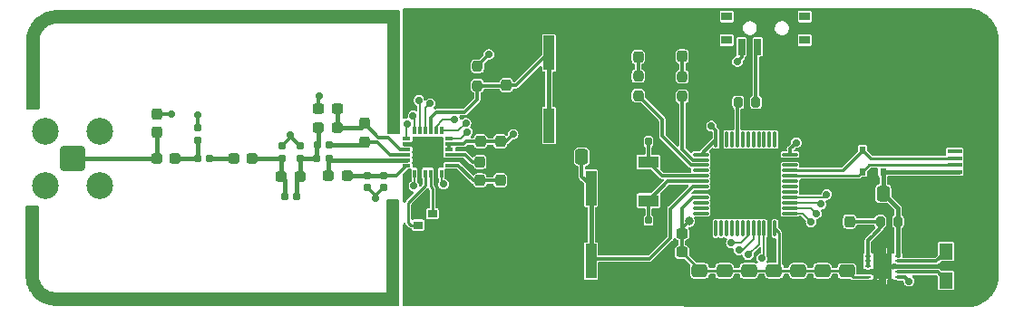
<source format=gtl>
G04 #@! TF.GenerationSoftware,KiCad,Pcbnew,7.0.9-1.fc38*
G04 #@! TF.CreationDate,2023-11-15T09:02:08+02:00*
G04 #@! TF.ProjectId,transceiver_board,7472616e-7363-4656-9976-65725f626f61,rev?*
G04 #@! TF.SameCoordinates,Original*
G04 #@! TF.FileFunction,Copper,L1,Top*
G04 #@! TF.FilePolarity,Positive*
%FSLAX46Y46*%
G04 Gerber Fmt 4.6, Leading zero omitted, Abs format (unit mm)*
G04 Created by KiCad (PCBNEW 7.0.9-1.fc38) date 2023-11-15 09:02:08*
%MOMM*%
%LPD*%
G01*
G04 APERTURE LIST*
G04 Aperture macros list*
%AMRoundRect*
0 Rectangle with rounded corners*
0 $1 Rounding radius*
0 $2 $3 $4 $5 $6 $7 $8 $9 X,Y pos of 4 corners*
0 Add a 4 corners polygon primitive as box body*
4,1,4,$2,$3,$4,$5,$6,$7,$8,$9,$2,$3,0*
0 Add four circle primitives for the rounded corners*
1,1,$1+$1,$2,$3*
1,1,$1+$1,$4,$5*
1,1,$1+$1,$6,$7*
1,1,$1+$1,$8,$9*
0 Add four rect primitives between the rounded corners*
20,1,$1+$1,$2,$3,$4,$5,0*
20,1,$1+$1,$4,$5,$6,$7,0*
20,1,$1+$1,$6,$7,$8,$9,0*
20,1,$1+$1,$8,$9,$2,$3,0*%
%AMFreePoly0*
4,1,21,-0.125000,1.200000,0.125000,1.200000,0.125000,1.700000,0.375000,1.700000,0.375000,1.200000,0.825000,1.200000,0.825000,-1.200000,0.375000,-1.200000,0.375000,-1.700000,0.125000,-1.700000,0.125000,-1.200000,-0.125000,-1.200000,-0.125000,-1.700000,-0.375000,-1.700000,-0.375000,-1.200000,-0.825000,-1.200000,-0.825000,1.200000,-0.375000,1.200000,-0.375000,1.700000,-0.125000,1.700000,
-0.125000,1.200000,-0.125000,1.200000,$1*%
G04 Aperture macros list end*
G04 #@! TA.AperFunction,SMDPad,CuDef*
%ADD10RoundRect,0.237500X-0.300000X-0.237500X0.300000X-0.237500X0.300000X0.237500X-0.300000X0.237500X0*%
G04 #@! TD*
G04 #@! TA.AperFunction,SMDPad,CuDef*
%ADD11RoundRect,0.237500X-0.237500X0.300000X-0.237500X-0.300000X0.237500X-0.300000X0.237500X0.300000X0*%
G04 #@! TD*
G04 #@! TA.AperFunction,ComponentPad*
%ADD12RoundRect,0.200100X0.949900X-0.949900X0.949900X0.949900X-0.949900X0.949900X-0.949900X-0.949900X0*%
G04 #@! TD*
G04 #@! TA.AperFunction,ComponentPad*
%ADD13C,2.500000*%
G04 #@! TD*
G04 #@! TA.AperFunction,SMDPad,CuDef*
%ADD14R,1.000000X3.200000*%
G04 #@! TD*
G04 #@! TA.AperFunction,SMDPad,CuDef*
%ADD15RoundRect,0.237500X0.287500X0.237500X-0.287500X0.237500X-0.287500X-0.237500X0.287500X-0.237500X0*%
G04 #@! TD*
G04 #@! TA.AperFunction,SMDPad,CuDef*
%ADD16RoundRect,0.075000X-0.662500X-0.075000X0.662500X-0.075000X0.662500X0.075000X-0.662500X0.075000X0*%
G04 #@! TD*
G04 #@! TA.AperFunction,SMDPad,CuDef*
%ADD17RoundRect,0.075000X-0.075000X-0.662500X0.075000X-0.662500X0.075000X0.662500X-0.075000X0.662500X0*%
G04 #@! TD*
G04 #@! TA.AperFunction,SMDPad,CuDef*
%ADD18RoundRect,0.237500X-0.237500X0.287500X-0.237500X-0.287500X0.237500X-0.287500X0.237500X0.287500X0*%
G04 #@! TD*
G04 #@! TA.AperFunction,SMDPad,CuDef*
%ADD19RoundRect,0.250000X0.337500X0.475000X-0.337500X0.475000X-0.337500X-0.475000X0.337500X-0.475000X0*%
G04 #@! TD*
G04 #@! TA.AperFunction,SMDPad,CuDef*
%ADD20RoundRect,0.155000X0.212500X0.155000X-0.212500X0.155000X-0.212500X-0.155000X0.212500X-0.155000X0*%
G04 #@! TD*
G04 #@! TA.AperFunction,SMDPad,CuDef*
%ADD21R,1.000000X0.800000*%
G04 #@! TD*
G04 #@! TA.AperFunction,SMDPad,CuDef*
%ADD22R,0.700000X1.500000*%
G04 #@! TD*
G04 #@! TA.AperFunction,SMDPad,CuDef*
%ADD23RoundRect,0.155000X0.155000X-0.212500X0.155000X0.212500X-0.155000X0.212500X-0.155000X-0.212500X0*%
G04 #@! TD*
G04 #@! TA.AperFunction,SMDPad,CuDef*
%ADD24R,0.850000X0.750000*%
G04 #@! TD*
G04 #@! TA.AperFunction,SMDPad,CuDef*
%ADD25R,0.600000X0.240000*%
G04 #@! TD*
G04 #@! TA.AperFunction,ComponentPad*
%ADD26C,0.500000*%
G04 #@! TD*
G04 #@! TA.AperFunction,SMDPad,CuDef*
%ADD27FreePoly0,180.000000*%
G04 #@! TD*
G04 #@! TA.AperFunction,SMDPad,CuDef*
%ADD28RoundRect,0.237500X0.237500X-0.300000X0.237500X0.300000X-0.237500X0.300000X-0.237500X-0.300000X0*%
G04 #@! TD*
G04 #@! TA.AperFunction,SMDPad,CuDef*
%ADD29RoundRect,0.250000X-0.475000X0.337500X-0.475000X-0.337500X0.475000X-0.337500X0.475000X0.337500X0*%
G04 #@! TD*
G04 #@! TA.AperFunction,SMDPad,CuDef*
%ADD30RoundRect,0.237500X-0.237500X0.250000X-0.237500X-0.250000X0.237500X-0.250000X0.237500X0.250000X0*%
G04 #@! TD*
G04 #@! TA.AperFunction,SMDPad,CuDef*
%ADD31RoundRect,0.155000X-0.155000X0.212500X-0.155000X-0.212500X0.155000X-0.212500X0.155000X0.212500X0*%
G04 #@! TD*
G04 #@! TA.AperFunction,SMDPad,CuDef*
%ADD32RoundRect,0.200000X0.200000X0.275000X-0.200000X0.275000X-0.200000X-0.275000X0.200000X-0.275000X0*%
G04 #@! TD*
G04 #@! TA.AperFunction,SMDPad,CuDef*
%ADD33R,1.200000X1.500000*%
G04 #@! TD*
G04 #@! TA.AperFunction,SMDPad,CuDef*
%ADD34R,1.900000X1.100000*%
G04 #@! TD*
G04 #@! TA.AperFunction,SMDPad,CuDef*
%ADD35RoundRect,0.237500X0.237500X-0.250000X0.237500X0.250000X-0.237500X0.250000X-0.237500X-0.250000X0*%
G04 #@! TD*
G04 #@! TA.AperFunction,SMDPad,CuDef*
%ADD36R,1.350000X0.400000*%
G04 #@! TD*
G04 #@! TA.AperFunction,ComponentPad*
%ADD37O,1.900000X1.200000*%
G04 #@! TD*
G04 #@! TA.AperFunction,SMDPad,CuDef*
%ADD38R,1.900000X1.200000*%
G04 #@! TD*
G04 #@! TA.AperFunction,ComponentPad*
%ADD39C,1.450000*%
G04 #@! TD*
G04 #@! TA.AperFunction,SMDPad,CuDef*
%ADD40R,1.900000X1.500000*%
G04 #@! TD*
G04 #@! TA.AperFunction,SMDPad,CuDef*
%ADD41RoundRect,0.237500X0.300000X0.237500X-0.300000X0.237500X-0.300000X-0.237500X0.300000X-0.237500X0*%
G04 #@! TD*
G04 #@! TA.AperFunction,SMDPad,CuDef*
%ADD42RoundRect,0.237500X0.237500X-0.287500X0.237500X0.287500X-0.237500X0.287500X-0.237500X-0.287500X0*%
G04 #@! TD*
G04 #@! TA.AperFunction,SMDPad,CuDef*
%ADD43R,1.000000X0.700000*%
G04 #@! TD*
G04 #@! TA.AperFunction,SMDPad,CuDef*
%ADD44R,0.600000X0.700000*%
G04 #@! TD*
G04 #@! TA.AperFunction,SMDPad,CuDef*
%ADD45R,0.300000X0.800000*%
G04 #@! TD*
G04 #@! TA.AperFunction,SMDPad,CuDef*
%ADD46R,0.800000X0.300000*%
G04 #@! TD*
G04 #@! TA.AperFunction,SMDPad,CuDef*
%ADD47R,0.675000X0.675000*%
G04 #@! TD*
G04 #@! TA.AperFunction,ComponentPad*
%ADD48C,0.700000*%
G04 #@! TD*
G04 #@! TA.AperFunction,ViaPad*
%ADD49C,0.800000*%
G04 #@! TD*
G04 #@! TA.AperFunction,ViaPad*
%ADD50C,0.700000*%
G04 #@! TD*
G04 #@! TA.AperFunction,Conductor*
%ADD51C,0.200000*%
G04 #@! TD*
G04 #@! TA.AperFunction,Conductor*
%ADD52C,0.300000*%
G04 #@! TD*
G04 #@! TA.AperFunction,Conductor*
%ADD53C,0.250000*%
G04 #@! TD*
G04 #@! TA.AperFunction,Conductor*
%ADD54C,0.381242*%
G04 #@! TD*
G04 #@! TA.AperFunction,Conductor*
%ADD55C,0.400000*%
G04 #@! TD*
G04 #@! TA.AperFunction,Conductor*
%ADD56C,0.500000*%
G04 #@! TD*
G04 APERTURE END LIST*
D10*
X156417500Y-101830000D03*
X158142500Y-101830000D03*
D11*
X137617500Y-89741250D03*
X137617500Y-91466250D03*
D12*
X99540000Y-93046250D03*
D13*
X97000000Y-95586250D03*
X102080000Y-95586250D03*
X97000000Y-90506250D03*
X102080000Y-90506250D03*
D14*
X144000000Y-90000000D03*
X144000000Y-83200000D03*
X148000000Y-90000000D03*
X148000000Y-83200000D03*
D15*
X124242500Y-90166250D03*
X122492500Y-90166250D03*
D16*
X158187500Y-92700000D03*
X158187500Y-93200000D03*
X158187500Y-93700000D03*
X158187500Y-94200000D03*
X158187500Y-94700000D03*
X158187500Y-95200000D03*
X158187500Y-95700000D03*
X158187500Y-96200000D03*
X158187500Y-96700000D03*
X158187500Y-97200000D03*
X158187500Y-97700000D03*
X158187500Y-98200000D03*
D17*
X159600000Y-99612500D03*
X160100000Y-99612500D03*
X160600000Y-99612500D03*
X161100000Y-99612500D03*
X161600000Y-99612500D03*
X162100000Y-99612500D03*
X162600000Y-99612500D03*
X163100000Y-99612500D03*
X163600000Y-99612500D03*
X164100000Y-99612500D03*
X164600000Y-99612500D03*
X165100000Y-99612500D03*
D16*
X166512500Y-98200000D03*
X166512500Y-97700000D03*
X166512500Y-97200000D03*
X166512500Y-96700000D03*
X166512500Y-96200000D03*
X166512500Y-95700000D03*
X166512500Y-95200000D03*
X166512500Y-94700000D03*
X166512500Y-94200000D03*
X166512500Y-93700000D03*
X166512500Y-93200000D03*
X166512500Y-92700000D03*
D17*
X165100000Y-91287500D03*
X164600000Y-91287500D03*
X164100000Y-91287500D03*
X163600000Y-91287500D03*
X163100000Y-91287500D03*
X162600000Y-91287500D03*
X162100000Y-91287500D03*
X161600000Y-91287500D03*
X161100000Y-91287500D03*
X160600000Y-91287500D03*
X160100000Y-91287500D03*
X159600000Y-91287500D03*
D18*
X152350000Y-81800000D03*
X152350000Y-83550000D03*
D11*
X172080000Y-98957500D03*
X172080000Y-100682500D03*
D19*
X175227500Y-96360000D03*
X173152500Y-96360000D03*
D11*
X140027500Y-84493750D03*
X140027500Y-86218750D03*
D18*
X126817500Y-89791250D03*
X126817500Y-91541250D03*
D20*
X123485000Y-93066250D03*
X122350000Y-93066250D03*
D15*
X116342500Y-93066250D03*
X114592500Y-93066250D03*
D21*
X167900000Y-82000000D03*
X167900000Y-79790000D03*
X160600000Y-82000000D03*
X160600000Y-79790000D03*
D22*
X166500000Y-82650000D03*
X163500000Y-82650000D03*
X162000000Y-82650000D03*
D23*
X153300000Y-91480000D03*
X153300000Y-90345000D03*
D24*
X133145000Y-98245000D03*
X131795000Y-98245000D03*
X131795000Y-99295000D03*
X133145000Y-99295000D03*
D25*
X176580000Y-104170000D03*
X176580000Y-103670000D03*
X176580000Y-103170000D03*
X176580000Y-102670000D03*
X176580000Y-102170000D03*
X173780000Y-102170000D03*
X173780000Y-102670000D03*
X173780000Y-103170000D03*
X173780000Y-103670000D03*
X173780000Y-104170000D03*
D26*
X175755000Y-103170000D03*
X175180000Y-104120000D03*
D27*
X175180000Y-103170000D03*
D26*
X175180000Y-102220000D03*
X174605000Y-103170000D03*
D28*
X139467500Y-95116250D03*
X139467500Y-93391250D03*
D23*
X119067500Y-93033750D03*
X119067500Y-91898750D03*
D29*
X160400000Y-103572500D03*
X160400000Y-105647500D03*
D30*
X137327500Y-84443750D03*
X137327500Y-86268750D03*
D15*
X120792500Y-94766250D03*
X119042500Y-94766250D03*
D18*
X156450000Y-81775000D03*
X156450000Y-83525000D03*
D11*
X139467500Y-89741250D03*
X139467500Y-91466250D03*
D29*
X165030000Y-103562500D03*
X165030000Y-105637500D03*
X171830000Y-103582500D03*
X171830000Y-105657500D03*
D31*
X128567500Y-94648750D03*
X128567500Y-95783750D03*
D29*
X169540000Y-103572500D03*
X169540000Y-105647500D03*
D19*
X147070000Y-92900000D03*
X144995000Y-92900000D03*
D32*
X176605000Y-98970000D03*
X174955000Y-98970000D03*
D31*
X153300000Y-98845000D03*
X153300000Y-99980000D03*
D15*
X125192500Y-94666250D03*
X123442500Y-94666250D03*
D10*
X156410000Y-100070000D03*
X158135000Y-100070000D03*
D33*
X181080000Y-104470000D03*
X181080000Y-101770000D03*
D31*
X127067500Y-94648750D03*
X127067500Y-95783750D03*
D34*
X153300000Y-93412500D03*
X153300000Y-97012500D03*
D15*
X109142500Y-93066250D03*
X107392500Y-93066250D03*
D35*
X152350000Y-87187500D03*
X152350000Y-85362500D03*
D20*
X112335000Y-93066250D03*
X111200000Y-93066250D03*
D36*
X181900000Y-94350000D03*
X181900000Y-93700000D03*
X181900000Y-93050000D03*
X181900000Y-92400000D03*
X181900000Y-91750000D03*
D37*
X184600000Y-96550000D03*
D38*
X184600000Y-95950000D03*
D39*
X181900000Y-95550000D03*
D40*
X184600000Y-94050000D03*
X184600000Y-92050000D03*
D39*
X181900000Y-90550000D03*
D38*
X184600000Y-90150000D03*
D37*
X184600000Y-89550000D03*
D14*
X143930000Y-102660000D03*
X143930000Y-95860000D03*
X147930000Y-102660000D03*
X147930000Y-95860000D03*
D41*
X124230000Y-88416250D03*
X122505000Y-88416250D03*
D29*
X167270000Y-103572500D03*
X167270000Y-105647500D03*
D32*
X163325000Y-87812500D03*
X161675000Y-87812500D03*
D29*
X162690000Y-103572500D03*
X162690000Y-105647500D03*
D23*
X120767500Y-93033750D03*
X120767500Y-91898750D03*
D20*
X120485000Y-96666250D03*
X119350000Y-96666250D03*
D29*
X158080000Y-103572500D03*
X158080000Y-105647500D03*
D20*
X123502500Y-91816250D03*
X122367500Y-91816250D03*
D42*
X137567500Y-95128750D03*
X137567500Y-93378750D03*
D43*
X175000000Y-92300000D03*
D44*
X173300000Y-92300000D03*
X173300000Y-94300000D03*
X175200000Y-94300000D03*
D28*
X107417500Y-90628750D03*
X107417500Y-88903750D03*
D35*
X156450000Y-87262500D03*
X156450000Y-85437500D03*
D23*
X111217500Y-91333750D03*
X111217500Y-90198750D03*
D45*
X131467500Y-94466250D03*
X131967500Y-94466250D03*
X132467500Y-94466250D03*
X132967500Y-94466250D03*
X133467500Y-94466250D03*
X133967500Y-94466250D03*
D46*
X134717500Y-93716250D03*
X134717500Y-93216250D03*
X134717500Y-92716250D03*
X134717500Y-92216250D03*
X134717500Y-91716250D03*
X134717500Y-91216250D03*
D45*
X133967500Y-90466250D03*
X133467500Y-90466250D03*
X132967500Y-90466250D03*
X132467500Y-90466250D03*
X131967500Y-90466250D03*
X131467500Y-90466250D03*
D46*
X130717500Y-91216250D03*
X130717500Y-91716250D03*
X130717500Y-92216250D03*
X130717500Y-92716250D03*
X130717500Y-93216250D03*
X130717500Y-93716250D03*
D47*
X131705000Y-93478750D03*
X132380000Y-93478750D03*
X133055000Y-93478750D03*
X133730000Y-93478750D03*
D48*
X132042500Y-93141250D03*
X133392500Y-93141250D03*
D47*
X131705000Y-92803750D03*
X132380000Y-92803750D03*
X133055000Y-92803750D03*
X133730000Y-92803750D03*
X131705000Y-92128750D03*
X132380000Y-92128750D03*
X133055000Y-92128750D03*
X133730000Y-92128750D03*
D48*
X132042500Y-91791250D03*
X133392500Y-91791250D03*
D47*
X131705000Y-91453750D03*
X132380000Y-91453750D03*
X133055000Y-91453750D03*
X133730000Y-91453750D03*
D49*
X125530000Y-106220000D03*
X106380000Y-106220000D03*
D50*
X174990000Y-91210000D03*
D49*
X129440000Y-100600000D03*
D50*
X127830000Y-96770000D03*
D49*
X110210000Y-106220000D03*
X117870000Y-106220000D03*
X129520000Y-90000000D03*
D50*
X166480000Y-84010000D03*
X160190000Y-89820000D03*
D49*
X147940000Y-86580000D03*
D50*
X122530000Y-87230000D03*
D49*
X129480000Y-97760000D03*
X98720000Y-106220000D03*
X121752500Y-79840000D03*
X129480000Y-103300000D03*
D50*
X130793933Y-94650000D03*
X161520000Y-104580000D03*
D49*
X95800000Y-82750000D03*
X96510000Y-105620000D03*
X121700000Y-106220000D03*
D50*
X119880000Y-90890000D03*
D49*
X154440000Y-81770000D03*
D50*
X171660000Y-96630000D03*
D49*
X129510000Y-83060000D03*
X102550000Y-106220000D03*
X106417500Y-79840000D03*
X125586250Y-79840000D03*
D50*
X164730000Y-101600000D03*
D49*
X143980000Y-98880000D03*
X95820000Y-87740000D03*
D50*
X159120000Y-100810000D03*
D49*
X117918750Y-79840000D03*
X110251250Y-79840000D03*
D50*
X132090000Y-97110000D03*
X152320000Y-90310000D03*
D49*
X129510000Y-86530000D03*
D50*
X168420000Y-104610000D03*
X140693160Y-93456840D03*
X138590000Y-88620000D03*
X159240000Y-104580000D03*
D49*
X129360000Y-106220000D03*
X129420000Y-79840000D03*
D50*
X108730000Y-88910000D03*
X142830000Y-92950000D03*
D49*
X95760000Y-103190000D03*
D50*
X159810000Y-96020000D03*
X167840000Y-93180000D03*
D49*
X95760000Y-100640000D03*
D50*
X152210000Y-99990000D03*
D49*
X114085000Y-79840000D03*
X102583750Y-79840000D03*
D50*
X111220000Y-88970000D03*
X170720000Y-104580000D03*
D49*
X98750000Y-79840000D03*
X114040000Y-106220000D03*
X95760000Y-98240000D03*
D50*
X168930000Y-100740000D03*
X163880000Y-104610000D03*
D49*
X96510000Y-80440000D03*
D50*
X166190000Y-104630000D03*
X139360000Y-83320000D03*
D49*
X95780000Y-85240000D03*
D50*
X167100000Y-91590000D03*
X161610000Y-84010000D03*
X131410000Y-95650000D03*
X177620000Y-104550000D03*
X138410000Y-83330000D03*
X140670000Y-90810000D03*
D49*
X157090000Y-98940000D03*
D50*
X159180000Y-90040000D03*
X163890000Y-102410000D03*
X134170000Y-95470000D03*
X161040000Y-100960000D03*
X136395051Y-90598569D03*
X136260000Y-89770000D03*
X161750000Y-101620000D03*
X162610000Y-102060000D03*
X135220000Y-89450000D03*
X132930000Y-87930000D03*
X169410000Y-97340000D03*
X131860000Y-87630000D03*
X169940000Y-96440000D03*
X131330000Y-89070000D03*
X168960000Y-98230000D03*
X168490000Y-99010000D03*
X130770000Y-89810000D03*
D51*
X132930000Y-87930000D02*
X132500000Y-88360000D01*
X132500000Y-88360000D02*
X132500000Y-90433750D01*
X132500000Y-90433750D02*
X132467500Y-90466250D01*
D52*
X137327500Y-84412500D02*
X137327500Y-84443750D01*
X138410000Y-83330000D02*
X137327500Y-84412500D01*
D51*
X169680000Y-96700000D02*
X166512500Y-96700000D01*
X169940000Y-96440000D02*
X169680000Y-96700000D01*
X168490000Y-99010000D02*
X167680000Y-98200000D01*
X167680000Y-98200000D02*
X166512500Y-98200000D01*
X168430000Y-97700000D02*
X166512500Y-97700000D01*
X168960000Y-98230000D02*
X168430000Y-97700000D01*
X169410000Y-97340000D02*
X169270000Y-97200000D01*
X169270000Y-97200000D02*
X166512500Y-97200000D01*
X136395051Y-90598569D02*
X135777370Y-91216250D01*
X135777370Y-91216250D02*
X134717500Y-91216250D01*
X135220000Y-89450000D02*
X134094338Y-89450000D01*
X134094338Y-89450000D02*
X133467500Y-90076838D01*
X133467500Y-90076838D02*
X133467500Y-90466250D01*
X136260000Y-89770000D02*
X135563750Y-90466250D01*
X135563750Y-90466250D02*
X133967500Y-90466250D01*
X131330000Y-89070000D02*
X131467500Y-89207500D01*
X131467500Y-89207500D02*
X131467500Y-90466250D01*
X131860000Y-87630000D02*
X131967500Y-87737500D01*
X131967500Y-87737500D02*
X131967500Y-90466250D01*
X130770000Y-89810000D02*
X130717500Y-89862500D01*
X130717500Y-89862500D02*
X130717500Y-91216250D01*
X161750000Y-101620000D02*
X162100000Y-101620000D01*
X162100000Y-101620000D02*
X163100000Y-100620000D01*
X163100000Y-100620000D02*
X163100000Y-99612500D01*
X162610000Y-102060000D02*
X163600000Y-101070000D01*
X163600000Y-101070000D02*
X163600000Y-99612500D01*
X161040000Y-100960000D02*
X161937556Y-100960000D01*
X161937556Y-100960000D02*
X162600000Y-100297556D01*
X162600000Y-100297556D02*
X162600000Y-99612500D01*
D53*
X165100000Y-99612500D02*
X165480000Y-99992500D01*
X165480000Y-99992500D02*
X165480000Y-103112500D01*
X165480000Y-103112500D02*
X165030000Y-103562500D01*
X133145000Y-98245000D02*
X133145000Y-95855000D01*
X133145000Y-95855000D02*
X132967500Y-95677500D01*
X132967500Y-95677500D02*
X132967500Y-94466250D01*
X132467500Y-94466250D02*
X132467500Y-95632500D01*
X132467500Y-95632500D02*
X130890000Y-97210000D01*
X130890000Y-97210000D02*
X130890000Y-99065000D01*
X130890000Y-99065000D02*
X131120000Y-99295000D01*
X131120000Y-99295000D02*
X131795000Y-99295000D01*
D51*
X131410000Y-95650000D02*
X131467500Y-95592500D01*
X131467500Y-95592500D02*
X131467500Y-94466250D01*
X130717500Y-91716250D02*
X131967500Y-91716250D01*
D52*
X122505000Y-87255000D02*
X122530000Y-87230000D01*
X119880000Y-91011250D02*
X120767500Y-91898750D01*
D51*
X174105000Y-103670000D02*
X174605000Y-103170000D01*
D52*
X119880000Y-90890000D02*
X119880000Y-91086250D01*
D51*
X173780000Y-103670000D02*
X174105000Y-103670000D01*
D52*
X111217500Y-90198750D02*
X111217500Y-88972500D01*
D51*
X131967500Y-91716250D02*
X132042500Y-91791250D01*
D52*
X127830000Y-96521250D02*
X128567500Y-95783750D01*
X127830000Y-96770000D02*
X127830000Y-96546250D01*
X111217500Y-88972500D02*
X111220000Y-88970000D01*
X107417500Y-88903750D02*
X108723750Y-88903750D01*
D51*
X176580000Y-103170000D02*
X175755000Y-103170000D01*
D52*
X127830000Y-96546250D02*
X127067500Y-95783750D01*
X108723750Y-88903750D02*
X108730000Y-88910000D01*
X127830000Y-96770000D02*
X127830000Y-96521250D01*
X122505000Y-88416250D02*
X122505000Y-87255000D01*
X119880000Y-91086250D02*
X119067500Y-91898750D01*
X119880000Y-90890000D02*
X119880000Y-91011250D01*
X136160000Y-88740000D02*
X133520000Y-88740000D01*
D54*
X144000000Y-90000000D02*
X144000000Y-83200000D01*
D52*
X137327500Y-86268750D02*
X139977500Y-86268750D01*
X143668750Y-82868750D02*
X144000000Y-83200000D01*
X132967500Y-89292500D02*
X132967500Y-90466250D01*
X137327500Y-86268750D02*
X137327500Y-87572500D01*
X137327500Y-87572500D02*
X136160000Y-88740000D01*
X133520000Y-88740000D02*
X132967500Y-89292500D01*
X140981250Y-86218750D02*
X144000000Y-83200000D01*
X139977500Y-86268750D02*
X140027500Y-86218750D01*
X140027500Y-86218750D02*
X140981250Y-86218750D01*
X135537500Y-93716250D02*
X136950000Y-95128750D01*
X136950000Y-95128750D02*
X137567500Y-95128750D01*
X134717500Y-93716250D02*
X135537500Y-93716250D01*
X137567500Y-95128750D02*
X139455000Y-95128750D01*
X176580000Y-104170000D02*
X177240000Y-104170000D01*
X139467500Y-91466250D02*
X137617500Y-91466250D01*
X156417500Y-100077500D02*
X156417500Y-101830000D01*
X134717500Y-92216250D02*
X134717500Y-91716250D01*
X140013750Y-91466250D02*
X140670000Y-90810000D01*
X139467500Y-91466250D02*
X140013750Y-91466250D01*
D53*
X158090000Y-103562500D02*
X158080000Y-103572500D01*
X165030000Y-103562500D02*
X171810000Y-103562500D01*
D52*
X159600000Y-90460000D02*
X159180000Y-90040000D01*
D53*
X173780000Y-104170000D02*
X172417500Y-104170000D01*
D52*
X166512500Y-92177500D02*
X167100000Y-91590000D01*
X157433810Y-96700000D02*
X156410000Y-97723810D01*
D53*
X172417500Y-104170000D02*
X171830000Y-103582500D01*
D52*
X158187500Y-92700000D02*
X159600000Y-91287500D01*
X156410000Y-100070000D02*
X156410000Y-99620000D01*
X159600000Y-91287500D02*
X159600000Y-90460000D01*
D53*
X171810000Y-103562500D02*
X171830000Y-103582500D01*
X158080000Y-103492500D02*
X156417500Y-101830000D01*
D52*
X166512500Y-92700000D02*
X166512500Y-92177500D01*
X137617500Y-91466250D02*
X136317500Y-91466250D01*
X177240000Y-104170000D02*
X177620000Y-104550000D01*
X156410000Y-100070000D02*
X156417500Y-100077500D01*
D53*
X165030000Y-103562500D02*
X158090000Y-103562500D01*
D52*
X158187500Y-96700000D02*
X157433810Y-96700000D01*
X162000000Y-83620000D02*
X161610000Y-84010000D01*
X162000000Y-82650000D02*
X162000000Y-83620000D01*
X136317500Y-91466250D02*
X136067500Y-91716250D01*
X136067500Y-91716250D02*
X134717500Y-91716250D01*
X156410000Y-99620000D02*
X157090000Y-98940000D01*
D53*
X158080000Y-103572500D02*
X158080000Y-103492500D01*
D52*
X156410000Y-97723810D02*
X156410000Y-100070000D01*
D54*
X128567500Y-94648750D02*
X127067500Y-94648750D01*
X125210000Y-94648750D02*
X125192500Y-94666250D01*
X127067500Y-94648750D02*
X125210000Y-94648750D01*
D52*
X129785000Y-94648750D02*
X128567500Y-94648750D01*
X130717500Y-93716250D02*
X129785000Y-94648750D01*
D54*
X123442500Y-93108750D02*
X123485000Y-93066250D01*
X130717500Y-93216250D02*
X123635000Y-93216250D01*
X123635000Y-93216250D02*
X123485000Y-93066250D01*
X123442500Y-94666250D02*
X123442500Y-93108750D01*
X122492500Y-90166250D02*
X122492500Y-91691250D01*
X122350000Y-91833750D02*
X122367500Y-91816250D01*
X120792500Y-93058750D02*
X120767500Y-93033750D01*
X122492500Y-91691250D02*
X122367500Y-91816250D01*
X120792500Y-94766250D02*
X120792500Y-93058750D01*
X120485000Y-95073750D02*
X120792500Y-94766250D01*
X120485000Y-96666250D02*
X120485000Y-95073750D01*
X122350000Y-93066250D02*
X120800000Y-93066250D01*
X122350000Y-93066250D02*
X122350000Y-91833750D01*
X120800000Y-93066250D02*
X120767500Y-93033750D01*
D52*
X129176814Y-92716250D02*
X128001814Y-91541250D01*
D54*
X123502500Y-91816250D02*
X126542500Y-91816250D01*
X126542500Y-91816250D02*
X126817500Y-91541250D01*
D52*
X128001814Y-91541250D02*
X126817500Y-91541250D01*
X130717500Y-92716250D02*
X129176814Y-92716250D01*
D54*
X124242500Y-90166250D02*
X124242500Y-88428750D01*
X124242500Y-90166250D02*
X126442500Y-90166250D01*
D52*
X130717500Y-92216250D02*
X130117499Y-92216250D01*
D54*
X124242500Y-88428750D02*
X124230000Y-88416250D01*
D52*
X128981249Y-91080000D02*
X128106250Y-91080000D01*
D54*
X126442500Y-90166250D02*
X126817500Y-89791250D01*
D52*
X128106250Y-91080000D02*
X126817500Y-89791250D01*
X130117499Y-92216250D02*
X128981249Y-91080000D01*
D54*
X119042500Y-94766250D02*
X119042500Y-93058750D01*
X119042500Y-93058750D02*
X119067500Y-93033750D01*
X116375000Y-93033750D02*
X116342500Y-93066250D01*
X119350000Y-95073750D02*
X119042500Y-94766250D01*
X119350000Y-96666250D02*
X119350000Y-95073750D01*
X119067500Y-93033750D02*
X116375000Y-93033750D01*
X114592500Y-93066250D02*
X112335000Y-93066250D01*
X111200000Y-91351250D02*
X111217500Y-91333750D01*
X111200000Y-93066250D02*
X111200000Y-91351250D01*
X111200000Y-93066250D02*
X109142500Y-93066250D01*
X99560000Y-93066250D02*
X99540000Y-93046250D01*
X107392500Y-93066250D02*
X99560000Y-93066250D01*
X107392500Y-93066250D02*
X107392500Y-90653750D01*
X107392500Y-90653750D02*
X107417500Y-90628750D01*
X100357500Y-93066250D02*
X100337500Y-93046250D01*
D52*
X153300000Y-97012500D02*
X155112500Y-95200000D01*
X153300000Y-98845000D02*
X153300000Y-97012500D01*
X155112500Y-95200000D02*
X158187500Y-95200000D01*
X154587500Y-94700000D02*
X153300000Y-93412500D01*
X158187500Y-94700000D02*
X154587500Y-94700000D01*
X153300000Y-93412500D02*
X153300000Y-91480000D01*
D53*
X175227500Y-96360000D02*
X175227500Y-95940000D01*
X175227500Y-95940000D02*
X175200000Y-95912500D01*
D55*
X175265000Y-94365000D02*
X182250000Y-94365000D01*
D56*
X176642500Y-98932500D02*
X176605000Y-98970000D01*
X175200000Y-94300000D02*
X175265000Y-94365000D01*
D55*
X176605000Y-97737500D02*
X175227500Y-96360000D01*
X175200000Y-94300000D02*
X175200000Y-95912500D01*
X176605000Y-98970000D02*
X176605000Y-97737500D01*
X176605000Y-98970000D02*
X176605000Y-102135000D01*
D52*
X174955000Y-99545000D02*
X174192500Y-100307500D01*
X173780000Y-103170000D02*
X173780000Y-102170000D01*
X173780000Y-100720000D02*
X174192500Y-100307500D01*
X172092500Y-98970000D02*
X172080000Y-98957500D01*
X173780000Y-102170000D02*
X173780000Y-100720000D01*
X174955000Y-98970000D02*
X172092500Y-98970000D01*
X174955000Y-98970000D02*
X174955000Y-99545000D01*
X147070000Y-94770000D02*
X147950000Y-95650000D01*
X155350000Y-97783810D02*
X155350000Y-100500000D01*
D54*
X147950000Y-95650000D02*
X147950000Y-102450000D01*
D52*
X153400000Y-102450000D02*
X153700000Y-102150000D01*
X158187500Y-95700000D02*
X157433810Y-95700000D01*
X157433810Y-95700000D02*
X155350000Y-97783810D01*
X147950000Y-102450000D02*
X153400000Y-102450000D01*
X155350000Y-100500000D02*
X153700000Y-102150000D01*
X147070000Y-92900000D02*
X147070000Y-94770000D01*
D53*
X173300000Y-92300000D02*
X171400000Y-94200000D01*
X174050000Y-93050000D02*
X182250000Y-93050000D01*
X171400000Y-94200000D02*
X166512500Y-94200000D01*
X173300000Y-92300000D02*
X174050000Y-93050000D01*
X166512500Y-94700000D02*
X172900000Y-94700000D01*
X182250000Y-93700000D02*
X182235000Y-93685000D01*
X173915000Y-93685000D02*
X173300000Y-94300000D01*
X182235000Y-93685000D02*
X173915000Y-93685000D01*
X172900000Y-94700000D02*
X173300000Y-94300000D01*
D52*
X152350000Y-85362500D02*
X152350000Y-83550000D01*
X156450000Y-85437500D02*
X156450000Y-83525000D01*
X137567500Y-93378750D02*
X136850000Y-93378750D01*
X136850000Y-93378750D02*
X136177500Y-92706250D01*
X136177500Y-92706250D02*
X136167500Y-92716250D01*
X136167500Y-92716250D02*
X134717500Y-92716250D01*
X176580000Y-103670000D02*
X180280000Y-103670000D01*
X180280000Y-103670000D02*
X181080000Y-104470000D01*
X176580000Y-102670000D02*
X180180000Y-102670000D01*
X180180000Y-102670000D02*
X181080000Y-101770000D01*
X163325000Y-87812500D02*
X163325000Y-82825000D01*
X163325000Y-82825000D02*
X163500000Y-82650000D01*
X161600000Y-87887500D02*
X161675000Y-87812500D01*
X161600000Y-91287500D02*
X161600000Y-87887500D01*
X156450000Y-92216190D02*
X157433810Y-93200000D01*
X157433810Y-93200000D02*
X158187500Y-93200000D01*
X156450000Y-87262500D02*
X156450000Y-92216190D01*
X157311556Y-93700000D02*
X154600000Y-90988444D01*
X158187500Y-93700000D02*
X157311556Y-93700000D01*
X154600000Y-89437500D02*
X152350000Y-87187500D01*
X154600000Y-90988444D02*
X154600000Y-89437500D01*
D51*
X164070500Y-99642000D02*
X164100000Y-99612500D01*
X133967500Y-94466250D02*
X133967500Y-95267500D01*
X164070500Y-102229500D02*
X164070500Y-99642000D01*
X163890000Y-102410000D02*
X164070500Y-102229500D01*
X133967500Y-95267500D02*
X134170000Y-95470000D01*
G04 #@! TA.AperFunction,Conductor*
G36*
X129927033Y-96908975D02*
G01*
X129993906Y-96929218D01*
X130039220Y-96982401D01*
X130050000Y-97032971D01*
X130050000Y-106726000D01*
X130030315Y-106793039D01*
X129977511Y-106838794D01*
X129926000Y-106850000D01*
X98055198Y-106850000D01*
X98042134Y-106846164D01*
X98003562Y-106846164D01*
X98003562Y-105586164D01*
X98000000Y-105585890D01*
X98000000Y-105585888D01*
X98021880Y-105587572D01*
X98033266Y-105581912D01*
X98054956Y-105580000D01*
X128850000Y-105580000D01*
X128850000Y-97025037D01*
X128869685Y-96957998D01*
X128922489Y-96912243D01*
X128975028Y-96901041D01*
X129927033Y-96908975D01*
G37*
G04 #@! TD.AperFunction*
G04 #@! TA.AperFunction,Conductor*
G36*
X96353039Y-97479685D02*
G01*
X96398794Y-97532489D01*
X96410000Y-97584000D01*
X96410000Y-103956164D01*
X95150000Y-103956164D01*
X95150000Y-97584000D01*
X95169685Y-97516961D01*
X95222489Y-97471206D01*
X95274000Y-97460000D01*
X96286000Y-97460000D01*
X96353039Y-97479685D01*
G37*
G04 #@! TD.AperFunction*
G04 #@! TA.AperFunction,Conductor*
G36*
X183001619Y-79000584D02*
G01*
X183133628Y-79007503D01*
X183317027Y-79017803D01*
X183323212Y-79018465D01*
X183475647Y-79042608D01*
X183638194Y-79070226D01*
X183643811Y-79071453D01*
X183796693Y-79112418D01*
X183889122Y-79139046D01*
X183951724Y-79157082D01*
X183956759Y-79158769D01*
X184106183Y-79216127D01*
X184254007Y-79277358D01*
X184258412Y-79279388D01*
X184276695Y-79288704D01*
X184401921Y-79352511D01*
X184444717Y-79376163D01*
X184541480Y-79429641D01*
X184545215Y-79431882D01*
X184619487Y-79480115D01*
X184680872Y-79519980D01*
X184768357Y-79582053D01*
X184810764Y-79612142D01*
X184813886Y-79614510D01*
X184938748Y-79715621D01*
X184941034Y-79717567D01*
X185058721Y-79822738D01*
X185061248Y-79825128D01*
X185174870Y-79938750D01*
X185177260Y-79941277D01*
X185282431Y-80058964D01*
X185284385Y-80061260D01*
X185385480Y-80186102D01*
X185387862Y-80189243D01*
X185480019Y-80319127D01*
X185533758Y-80401875D01*
X185568106Y-80454767D01*
X185570364Y-80458531D01*
X185647488Y-80598078D01*
X185720604Y-80741575D01*
X185722643Y-80745997D01*
X185783877Y-80893829D01*
X185841221Y-81043217D01*
X185842916Y-81048273D01*
X185887579Y-81203297D01*
X185928541Y-81356171D01*
X185929778Y-81361835D01*
X185957394Y-81524369D01*
X185981530Y-81676758D01*
X185982196Y-81682985D01*
X185992509Y-81866617D01*
X185999415Y-81998377D01*
X185999500Y-82001623D01*
X185999500Y-103998376D01*
X185999415Y-104001622D01*
X185992509Y-104133382D01*
X185982196Y-104317013D01*
X185981530Y-104323240D01*
X185957394Y-104475630D01*
X185929778Y-104638163D01*
X185928541Y-104643827D01*
X185887579Y-104796702D01*
X185842916Y-104951725D01*
X185841221Y-104956781D01*
X185783877Y-105106170D01*
X185722643Y-105254001D01*
X185720604Y-105258423D01*
X185647488Y-105401921D01*
X185570364Y-105541467D01*
X185568097Y-105545246D01*
X185480019Y-105680872D01*
X185387862Y-105810755D01*
X185385480Y-105813896D01*
X185284385Y-105938738D01*
X185282431Y-105941034D01*
X185177260Y-106058721D01*
X185174870Y-106061248D01*
X185061248Y-106174870D01*
X185058721Y-106177260D01*
X184941034Y-106282431D01*
X184938738Y-106284385D01*
X184813896Y-106385480D01*
X184810755Y-106387862D01*
X184680872Y-106480019D01*
X184545246Y-106568097D01*
X184541467Y-106570364D01*
X184401921Y-106647488D01*
X184258423Y-106720604D01*
X184254001Y-106722643D01*
X184106170Y-106783877D01*
X183956781Y-106841221D01*
X183951725Y-106842916D01*
X183796702Y-106887579D01*
X183643827Y-106928541D01*
X183638163Y-106929778D01*
X183475630Y-106957394D01*
X183323238Y-106981530D01*
X183317012Y-106982196D01*
X183133209Y-106992518D01*
X183092005Y-106994677D01*
X183088649Y-106994762D01*
X130523777Y-106900222D01*
X130456773Y-106880417D01*
X130411113Y-106827531D01*
X130400000Y-106776222D01*
X130400000Y-99212800D01*
X130419685Y-99145761D01*
X130472489Y-99100006D01*
X130541647Y-99090062D01*
X130605203Y-99119087D01*
X130638561Y-99165348D01*
X130639904Y-99168590D01*
X130639905Y-99168593D01*
X130698585Y-99256415D01*
X130704699Y-99260500D01*
X130710600Y-99264443D01*
X130729390Y-99279864D01*
X130905133Y-99455606D01*
X130920553Y-99474395D01*
X130924423Y-99480186D01*
X130928585Y-99486415D01*
X130949665Y-99500500D01*
X131011765Y-99541994D01*
X131016404Y-99545093D01*
X131016405Y-99545094D01*
X131016407Y-99545095D01*
X131120000Y-99565702D01*
X131120000Y-99565701D01*
X131129694Y-99567630D01*
X131191604Y-99600016D01*
X131226178Y-99660732D01*
X131228172Y-99677848D01*
X131228904Y-99677776D01*
X131229500Y-99683836D01*
X131232830Y-99700578D01*
X131237651Y-99724821D01*
X131268705Y-99771295D01*
X131315179Y-99802349D01*
X131356159Y-99810500D01*
X132233840Y-99810499D01*
X132274821Y-99802349D01*
X132321295Y-99771295D01*
X132352349Y-99724821D01*
X132360500Y-99683841D01*
X132360499Y-98906160D01*
X132352349Y-98865179D01*
X132321295Y-98818705D01*
X132274821Y-98787651D01*
X132233841Y-98779500D01*
X132233839Y-98779500D01*
X131356163Y-98779500D01*
X131356160Y-98779501D01*
X131303684Y-98789936D01*
X131234092Y-98783704D01*
X131178918Y-98740837D01*
X131155677Y-98674946D01*
X131155500Y-98668317D01*
X131155500Y-97371335D01*
X131175185Y-97304296D01*
X131191814Y-97283659D01*
X132603642Y-95871830D01*
X132664963Y-95838347D01*
X132734655Y-95843331D01*
X132765320Y-95863039D01*
X132765929Y-95862129D01*
X132776084Y-95868914D01*
X132776085Y-95868915D01*
X132788098Y-95876941D01*
X132806888Y-95892362D01*
X132843181Y-95928655D01*
X132876666Y-95989978D01*
X132879500Y-96016336D01*
X132879500Y-97605500D01*
X132859815Y-97672539D01*
X132807011Y-97718294D01*
X132755502Y-97729500D01*
X132706163Y-97729500D01*
X132665179Y-97737651D01*
X132649268Y-97748283D01*
X132618705Y-97768705D01*
X132617734Y-97770158D01*
X132587651Y-97815178D01*
X132587651Y-97815179D01*
X132579633Y-97855493D01*
X132579500Y-97856160D01*
X132579500Y-98633836D01*
X132579501Y-98633839D01*
X132579501Y-98633840D01*
X132587651Y-98674821D01*
X132618705Y-98721295D01*
X132665179Y-98752349D01*
X132706159Y-98760500D01*
X133583840Y-98760499D01*
X133624821Y-98752349D01*
X133671295Y-98721295D01*
X133702349Y-98674821D01*
X133710500Y-98633841D01*
X133710499Y-97856160D01*
X133702349Y-97815179D01*
X133671295Y-97768705D01*
X133624821Y-97737651D01*
X133583841Y-97729500D01*
X133583840Y-97729500D01*
X133534500Y-97729500D01*
X133467461Y-97709815D01*
X133421706Y-97657011D01*
X133410500Y-97605500D01*
X133410500Y-95893363D01*
X133412883Y-95869169D01*
X133412934Y-95868915D01*
X133415702Y-95855000D01*
X133397478Y-95763387D01*
X133396876Y-95757279D01*
X133395095Y-95751409D01*
X133395095Y-95751408D01*
X133395095Y-95751407D01*
X133336415Y-95663585D01*
X133336413Y-95663584D01*
X133336413Y-95663583D01*
X133324398Y-95655555D01*
X133305609Y-95640135D01*
X133269319Y-95603845D01*
X133235834Y-95542522D01*
X133233000Y-95516164D01*
X133233000Y-95470000D01*
X133674456Y-95470000D01*
X133694528Y-95609606D01*
X133694530Y-95609614D01*
X133753119Y-95737907D01*
X133753121Y-95737909D01*
X133753122Y-95737911D01*
X133845488Y-95844507D01*
X133845490Y-95844508D01*
X133845489Y-95844508D01*
X133964145Y-95920764D01*
X134099474Y-95960499D01*
X134099476Y-95960500D01*
X134099477Y-95960500D01*
X134240524Y-95960500D01*
X134240524Y-95960499D01*
X134375853Y-95920764D01*
X134375854Y-95920764D01*
X134380294Y-95917911D01*
X134494512Y-95844507D01*
X134586878Y-95737911D01*
X134645471Y-95609611D01*
X134665544Y-95470000D01*
X134645471Y-95330389D01*
X134593365Y-95216293D01*
X134586880Y-95202092D01*
X134586878Y-95202090D01*
X134586878Y-95202089D01*
X134494512Y-95095493D01*
X134494509Y-95095491D01*
X134494510Y-95095491D01*
X134375855Y-95019236D01*
X134346525Y-95010624D01*
X134287747Y-94972849D01*
X134258723Y-94909293D01*
X134258209Y-94886182D01*
X134258000Y-94886182D01*
X134258000Y-94515167D01*
X134257999Y-94130748D01*
X134277683Y-94063710D01*
X134330487Y-94017955D01*
X134381995Y-94006749D01*
X134648753Y-94006749D01*
X134648763Y-94006750D01*
X134663196Y-94006750D01*
X135365809Y-94006750D01*
X135432848Y-94026435D01*
X135453490Y-94043069D01*
X136701520Y-95291099D01*
X136707163Y-95297583D01*
X136714160Y-95306849D01*
X136736708Y-95327403D01*
X136748288Y-95337960D01*
X136750350Y-95339929D01*
X136763620Y-95353199D01*
X136765641Y-95354583D01*
X136772363Y-95359907D01*
X136794422Y-95380016D01*
X136799781Y-95382092D01*
X136800220Y-95382262D01*
X136825501Y-95395587D01*
X136830629Y-95399100D01*
X136859668Y-95405929D01*
X136867864Y-95408467D01*
X136882816Y-95414260D01*
X136938216Y-95456832D01*
X136960724Y-95512007D01*
X136962705Y-95525599D01*
X137003776Y-95609611D01*
X137018112Y-95638936D01*
X137107313Y-95728137D01*
X137107314Y-95728137D01*
X137107316Y-95728139D01*
X137220651Y-95783545D01*
X137294125Y-95794250D01*
X137840874Y-95794249D01*
X137914349Y-95783545D01*
X138027684Y-95728139D01*
X138116889Y-95638934D01*
X138172295Y-95525599D01*
X138172327Y-95525375D01*
X138172439Y-95525130D01*
X138175138Y-95516399D01*
X138176284Y-95516753D01*
X138201468Y-95461875D01*
X138260316Y-95424209D01*
X138295032Y-95419250D01*
X138739968Y-95419250D01*
X138807007Y-95438935D01*
X138852762Y-95491739D01*
X138862672Y-95525372D01*
X138862705Y-95525599D01*
X138903776Y-95609611D01*
X138918112Y-95638936D01*
X139007313Y-95728137D01*
X139007314Y-95728137D01*
X139007316Y-95728139D01*
X139120651Y-95783545D01*
X139194125Y-95794250D01*
X139740874Y-95794249D01*
X139814349Y-95783545D01*
X139927684Y-95728139D01*
X140016889Y-95638934D01*
X140072295Y-95525599D01*
X140083000Y-95452125D01*
X140082999Y-94780376D01*
X140072295Y-94706901D01*
X140016889Y-94593566D01*
X140016887Y-94593564D01*
X140016887Y-94593563D01*
X139927686Y-94504362D01*
X139910458Y-94495940D01*
X139814349Y-94448955D01*
X139740875Y-94438250D01*
X139740869Y-94438250D01*
X139194126Y-94438250D01*
X139120650Y-94448955D01*
X139007313Y-94504362D01*
X138918112Y-94593563D01*
X138862704Y-94706902D01*
X138859029Y-94732128D01*
X138829885Y-94795629D01*
X138771036Y-94833293D01*
X138736325Y-94838250D01*
X138295032Y-94838250D01*
X138227993Y-94818565D01*
X138182238Y-94765761D01*
X138172327Y-94732124D01*
X138172295Y-94731901D01*
X138116889Y-94618566D01*
X138116887Y-94618564D01*
X138116887Y-94618563D01*
X138027686Y-94529362D01*
X137914349Y-94473955D01*
X137840875Y-94463250D01*
X137840869Y-94463250D01*
X137294126Y-94463250D01*
X137220650Y-94473955D01*
X137107315Y-94529361D01*
X137022058Y-94614618D01*
X136960734Y-94648102D01*
X136891043Y-94643118D01*
X136846696Y-94614617D01*
X135785976Y-93553897D01*
X135780332Y-93547411D01*
X135773338Y-93538150D01*
X135758244Y-93524390D01*
X135739211Y-93507039D01*
X135737148Y-93505069D01*
X135723880Y-93491801D01*
X135721860Y-93490417D01*
X135715124Y-93485081D01*
X135693078Y-93464984D01*
X135693076Y-93464983D01*
X135687274Y-93462735D01*
X135662001Y-93449413D01*
X135656873Y-93445901D01*
X135656872Y-93445900D01*
X135656871Y-93445899D01*
X135656870Y-93445899D01*
X135627830Y-93439068D01*
X135619624Y-93436527D01*
X135603722Y-93430367D01*
X135591805Y-93425750D01*
X135591804Y-93425750D01*
X135585590Y-93425750D01*
X135557199Y-93422456D01*
X135551149Y-93421033D01*
X135521598Y-93425155D01*
X135513025Y-93425750D01*
X134303663Y-93425750D01*
X134262679Y-93433901D01*
X134247214Y-93444235D01*
X134216205Y-93464955D01*
X134216186Y-93464984D01*
X134185151Y-93511428D01*
X134177000Y-93552411D01*
X134177000Y-93801750D01*
X134157315Y-93868789D01*
X134104511Y-93914544D01*
X134053000Y-93925750D01*
X133803663Y-93925750D01*
X133762679Y-93933901D01*
X133729450Y-93956105D01*
X133716205Y-93964955D01*
X133712600Y-93970350D01*
X133685151Y-94011428D01*
X133677000Y-94052410D01*
X133677000Y-94880086D01*
X133685150Y-94921069D01*
X133685150Y-94921070D01*
X133685151Y-94921071D01*
X133706102Y-94952425D01*
X133726980Y-95019099D01*
X133727000Y-95021315D01*
X133727000Y-95232313D01*
X133715794Y-95283825D01*
X133694529Y-95330386D01*
X133694528Y-95330389D01*
X133674456Y-95470000D01*
X133233000Y-95470000D01*
X133233000Y-94983903D01*
X133247814Y-94933451D01*
X133245174Y-94932358D01*
X133249848Y-94921072D01*
X133249847Y-94921072D01*
X133249849Y-94921071D01*
X133258000Y-94880091D01*
X133257999Y-94052410D01*
X133249849Y-94011429D01*
X133218795Y-93964955D01*
X133172321Y-93933901D01*
X133131341Y-93925750D01*
X133131338Y-93925750D01*
X132803663Y-93925750D01*
X132803655Y-93925751D01*
X132750699Y-93936283D01*
X132750350Y-93934529D01*
X132695474Y-93940426D01*
X132675222Y-93934478D01*
X132672321Y-93933901D01*
X132631341Y-93925750D01*
X132631338Y-93925750D01*
X132303663Y-93925750D01*
X132262679Y-93933901D01*
X132229450Y-93956105D01*
X132216205Y-93964955D01*
X132212600Y-93970350D01*
X132185151Y-94011428D01*
X132177000Y-94052410D01*
X132177000Y-94880086D01*
X132185151Y-94921070D01*
X132189825Y-94932354D01*
X132186909Y-94933561D01*
X132201980Y-94981679D01*
X132202000Y-94983902D01*
X132202000Y-95471163D01*
X132182315Y-95538202D01*
X132165681Y-95558844D01*
X132101950Y-95622575D01*
X132040627Y-95656060D01*
X131970935Y-95651076D01*
X131915002Y-95609204D01*
X131891531Y-95552540D01*
X131889860Y-95540916D01*
X131885471Y-95510389D01*
X131858860Y-95452119D01*
X131826880Y-95382092D01*
X131826875Y-95382084D01*
X131738287Y-95279848D01*
X131709262Y-95216293D01*
X131708000Y-95198646D01*
X131708000Y-95021315D01*
X131727685Y-94954276D01*
X131728856Y-94952487D01*
X131749849Y-94921071D01*
X131758000Y-94880091D01*
X131757999Y-94052410D01*
X131749849Y-94011429D01*
X131718795Y-93964955D01*
X131672321Y-93933901D01*
X131631341Y-93925750D01*
X131631339Y-93925750D01*
X131381999Y-93925750D01*
X131314960Y-93906065D01*
X131269205Y-93853261D01*
X131257999Y-93801753D01*
X131257999Y-93552410D01*
X131249849Y-93511429D01*
X131249848Y-93511428D01*
X131247466Y-93499447D01*
X131249220Y-93499098D01*
X131243322Y-93444235D01*
X131249271Y-93423973D01*
X131249847Y-93421072D01*
X131249849Y-93421071D01*
X131258000Y-93380091D01*
X131257999Y-93052410D01*
X131249849Y-93011429D01*
X131249848Y-93011428D01*
X131247466Y-92999447D01*
X131249220Y-92999098D01*
X131243322Y-92944235D01*
X131249271Y-92923973D01*
X131249847Y-92921072D01*
X131249849Y-92921071D01*
X131258000Y-92880091D01*
X131257999Y-92552410D01*
X131249849Y-92511429D01*
X131249848Y-92511428D01*
X131247466Y-92499447D01*
X131249220Y-92499098D01*
X131243322Y-92444235D01*
X131249271Y-92423973D01*
X131249847Y-92421072D01*
X131249849Y-92421071D01*
X131258000Y-92380091D01*
X131257999Y-92052410D01*
X131249849Y-92011429D01*
X131218795Y-91964955D01*
X131172321Y-91933901D01*
X131131341Y-91925750D01*
X131131340Y-91925750D01*
X130524000Y-91925750D01*
X130456961Y-91906065D01*
X130411206Y-91853261D01*
X130400000Y-91801750D01*
X130400000Y-91630749D01*
X130419685Y-91563710D01*
X130472489Y-91517955D01*
X130523996Y-91506749D01*
X131131340Y-91506749D01*
X131172321Y-91498599D01*
X131218795Y-91467545D01*
X131249849Y-91421071D01*
X131258000Y-91380091D01*
X131257999Y-91130748D01*
X131277683Y-91063710D01*
X131330487Y-91017955D01*
X131381995Y-91006749D01*
X131631340Y-91006749D01*
X131672321Y-90998599D01*
X131672321Y-90998598D01*
X131684303Y-90996216D01*
X131684652Y-90997971D01*
X131739510Y-90992071D01*
X131759779Y-90998021D01*
X131762676Y-90998597D01*
X131762679Y-90998599D01*
X131803659Y-91006750D01*
X132131340Y-91006749D01*
X132172321Y-90998599D01*
X132172321Y-90998598D01*
X132184303Y-90996216D01*
X132184652Y-90997971D01*
X132239510Y-90992071D01*
X132259779Y-90998021D01*
X132262676Y-90998597D01*
X132262679Y-90998599D01*
X132303659Y-91006750D01*
X132631340Y-91006749D01*
X132672321Y-90998599D01*
X132672321Y-90998598D01*
X132684303Y-90996216D01*
X132684652Y-90997971D01*
X132739510Y-90992071D01*
X132759779Y-90998021D01*
X132762676Y-90998597D01*
X132762679Y-90998599D01*
X132803659Y-91006750D01*
X133131340Y-91006749D01*
X133172321Y-90998599D01*
X133172321Y-90998598D01*
X133184303Y-90996216D01*
X133184652Y-90997971D01*
X133239510Y-90992071D01*
X133259779Y-90998021D01*
X133262676Y-90998597D01*
X133262679Y-90998599D01*
X133303659Y-91006750D01*
X133631340Y-91006749D01*
X133672321Y-90998599D01*
X133672321Y-90998598D01*
X133684303Y-90996216D01*
X133684652Y-90997971D01*
X133739510Y-90992071D01*
X133759779Y-90998021D01*
X133762676Y-90998597D01*
X133762679Y-90998599D01*
X133803659Y-91006750D01*
X134053000Y-91006749D01*
X134120039Y-91026433D01*
X134165794Y-91079237D01*
X134177000Y-91130749D01*
X134177000Y-91380086D01*
X134177001Y-91380094D01*
X134187533Y-91433051D01*
X134185779Y-91433399D01*
X134191677Y-91488270D01*
X134185728Y-91508527D01*
X134177000Y-91552411D01*
X134177000Y-91880086D01*
X134177001Y-91880094D01*
X134187533Y-91933051D01*
X134185779Y-91933399D01*
X134191677Y-91988270D01*
X134185728Y-92008527D01*
X134183064Y-92021922D01*
X134177682Y-92048983D01*
X134177000Y-92052411D01*
X134177000Y-92380086D01*
X134177001Y-92380094D01*
X134187533Y-92433051D01*
X134185779Y-92433399D01*
X134191677Y-92488270D01*
X134185728Y-92508527D01*
X134185151Y-92511429D01*
X134177362Y-92550593D01*
X134177000Y-92552411D01*
X134177000Y-92880086D01*
X134177944Y-92884833D01*
X134185151Y-92921071D01*
X134216205Y-92967545D01*
X134262679Y-92998599D01*
X134303659Y-93006750D01*
X134648753Y-93006749D01*
X134648763Y-93006750D01*
X134663196Y-93006750D01*
X136015809Y-93006750D01*
X136082848Y-93026435D01*
X136103490Y-93043069D01*
X136601520Y-93541099D01*
X136607163Y-93547583D01*
X136614160Y-93556849D01*
X136636708Y-93577403D01*
X136648288Y-93587960D01*
X136650350Y-93589929D01*
X136663620Y-93603199D01*
X136665641Y-93604583D01*
X136672363Y-93609907D01*
X136694422Y-93630016D01*
X136700217Y-93632261D01*
X136725498Y-93645586D01*
X136730629Y-93649101D01*
X136759680Y-93655933D01*
X136767868Y-93658469D01*
X136795696Y-93669250D01*
X136801911Y-93669250D01*
X136830301Y-93672543D01*
X136836352Y-93673967D01*
X136836356Y-93673966D01*
X136846426Y-93674432D01*
X136912486Y-93697190D01*
X136955755Y-93752050D01*
X136959643Y-93766465D01*
X136959862Y-93766398D01*
X136962703Y-93775595D01*
X137018112Y-93888936D01*
X137107313Y-93978137D01*
X137107314Y-93978137D01*
X137107316Y-93978139D01*
X137220651Y-94033545D01*
X137294125Y-94044250D01*
X137840874Y-94044249D01*
X137914349Y-94033545D01*
X138027684Y-93978139D01*
X138116889Y-93888934D01*
X138172295Y-93775599D01*
X138183000Y-93702125D01*
X138183000Y-93405739D01*
X146342000Y-93405739D01*
X146356481Y-93497170D01*
X146356481Y-93497171D01*
X146356482Y-93497174D01*
X146356483Y-93497175D01*
X146412449Y-93607015D01*
X146412642Y-93607392D01*
X146412645Y-93607396D01*
X146500103Y-93694854D01*
X146500105Y-93694855D01*
X146500109Y-93694859D01*
X146610323Y-93751016D01*
X146610327Y-93751018D01*
X146674898Y-93761245D01*
X146738033Y-93791174D01*
X146774964Y-93850486D01*
X146779500Y-93883718D01*
X146779500Y-94709100D01*
X146778905Y-94717673D01*
X146777302Y-94729167D01*
X146779434Y-94775286D01*
X146779500Y-94778149D01*
X146779500Y-94796921D01*
X146779950Y-94799327D01*
X146780939Y-94807858D01*
X146782318Y-94837664D01*
X146784830Y-94843354D01*
X146793280Y-94870641D01*
X146794422Y-94876753D01*
X146794425Y-94876758D01*
X146810128Y-94902121D01*
X146814136Y-94909724D01*
X146819146Y-94921069D01*
X146824661Y-94933561D01*
X146826188Y-94937018D01*
X146830580Y-94941410D01*
X146848325Y-94963812D01*
X146851596Y-94969095D01*
X146851597Y-94969096D01*
X146851599Y-94969099D01*
X146875408Y-94987078D01*
X146881885Y-94992714D01*
X147071870Y-95182699D01*
X147253181Y-95364010D01*
X147286666Y-95425333D01*
X147289500Y-95451691D01*
X147289500Y-97473836D01*
X147289501Y-97473839D01*
X147289501Y-97473840D01*
X147297651Y-97514821D01*
X147328705Y-97561295D01*
X147375179Y-97592349D01*
X147416159Y-97600500D01*
X147494880Y-97600499D01*
X147561917Y-97620183D01*
X147607673Y-97672986D01*
X147618879Y-97724499D01*
X147618879Y-100795500D01*
X147599194Y-100862539D01*
X147546390Y-100908294D01*
X147494880Y-100919500D01*
X147416163Y-100919500D01*
X147375179Y-100927651D01*
X147328705Y-100958705D01*
X147327840Y-100960000D01*
X147297651Y-101005178D01*
X147289500Y-101046160D01*
X147289500Y-104273836D01*
X147291142Y-104282092D01*
X147297651Y-104314821D01*
X147328705Y-104361295D01*
X147375179Y-104392349D01*
X147416159Y-104400500D01*
X148443840Y-104400499D01*
X148484821Y-104392349D01*
X148531295Y-104361295D01*
X148562349Y-104314821D01*
X148570500Y-104273841D01*
X148570500Y-102864500D01*
X148590185Y-102797461D01*
X148642989Y-102751706D01*
X148694500Y-102740500D01*
X153339109Y-102740500D01*
X153347685Y-102741095D01*
X153359164Y-102742696D01*
X153359170Y-102742698D01*
X153398552Y-102740877D01*
X153405287Y-102740566D01*
X153408150Y-102740500D01*
X153426913Y-102740500D01*
X153426918Y-102740500D01*
X153429325Y-102740049D01*
X153437856Y-102739059D01*
X153467662Y-102737682D01*
X153473343Y-102735173D01*
X153500651Y-102726716D01*
X153506758Y-102725575D01*
X153532121Y-102709870D01*
X153539713Y-102705867D01*
X153567016Y-102693813D01*
X153571405Y-102689423D01*
X153593820Y-102671669D01*
X153599099Y-102668401D01*
X153617083Y-102644584D01*
X153622706Y-102638121D01*
X153924448Y-102336381D01*
X155512367Y-100748460D01*
X155518842Y-100742828D01*
X155528090Y-100735843D01*
X155528098Y-100735840D01*
X155559219Y-100701700D01*
X155561170Y-100699657D01*
X155574448Y-100686381D01*
X155575831Y-100684360D01*
X155581149Y-100677644D01*
X155601266Y-100655578D01*
X155603511Y-100649782D01*
X155616839Y-100624495D01*
X155620350Y-100619372D01*
X155620350Y-100619368D01*
X155620353Y-100619365D01*
X155624991Y-100608862D01*
X155626212Y-100609401D01*
X155654711Y-100559219D01*
X155716585Y-100526763D01*
X155786183Y-100532910D01*
X155828597Y-100560671D01*
X155887313Y-100619387D01*
X155887314Y-100619387D01*
X155887316Y-100619389D01*
X156000651Y-100674795D01*
X156020878Y-100677742D01*
X156084378Y-100706885D01*
X156122042Y-100765733D01*
X156127000Y-100800446D01*
X156127000Y-101100646D01*
X156107315Y-101167685D01*
X156054511Y-101213440D01*
X156020880Y-101223350D01*
X156008153Y-101225204D01*
X155894813Y-101280612D01*
X155805612Y-101369813D01*
X155756325Y-101470633D01*
X155750205Y-101483151D01*
X155739500Y-101556625D01*
X155739500Y-101556629D01*
X155739500Y-101556630D01*
X155739500Y-102103373D01*
X155750205Y-102176849D01*
X155805612Y-102290186D01*
X155894813Y-102379387D01*
X155894814Y-102379387D01*
X155894816Y-102379389D01*
X156008151Y-102434795D01*
X156081625Y-102445500D01*
X156606163Y-102445499D01*
X156673202Y-102465183D01*
X156693844Y-102481818D01*
X157198762Y-102986736D01*
X157232247Y-103048059D01*
X157229496Y-103103024D01*
X157230509Y-103103185D01*
X157229017Y-103112599D01*
X157229011Y-103112737D01*
X157228982Y-103112826D01*
X157214500Y-103204264D01*
X157214500Y-103940739D01*
X157228981Y-104032170D01*
X157228981Y-104032171D01*
X157228982Y-104032174D01*
X157228983Y-104032175D01*
X157284090Y-104140329D01*
X157285142Y-104142392D01*
X157285145Y-104142396D01*
X157372603Y-104229854D01*
X157372605Y-104229855D01*
X157372609Y-104229859D01*
X157482825Y-104286017D01*
X157482826Y-104286017D01*
X157482828Y-104286018D01*
X157517947Y-104291579D01*
X157574265Y-104300500D01*
X158585734Y-104300499D01*
X158585739Y-104300499D01*
X158585739Y-104300498D01*
X158648869Y-104290500D01*
X158677170Y-104286018D01*
X158677171Y-104286018D01*
X158677172Y-104286017D01*
X158677175Y-104286017D01*
X158787391Y-104229859D01*
X158874859Y-104142391D01*
X158931017Y-104032175D01*
X158931017Y-104032173D01*
X158931018Y-104032172D01*
X158931018Y-104032171D01*
X158946262Y-103935924D01*
X158947705Y-103936152D01*
X158970277Y-103876964D01*
X159026516Y-103835504D01*
X159068997Y-103828000D01*
X159411004Y-103828000D01*
X159478043Y-103847685D01*
X159523798Y-103900489D01*
X159533005Y-103936038D01*
X159533738Y-103935922D01*
X159548981Y-104032170D01*
X159548981Y-104032171D01*
X159548982Y-104032174D01*
X159548983Y-104032175D01*
X159604090Y-104140329D01*
X159605142Y-104142392D01*
X159605145Y-104142396D01*
X159692603Y-104229854D01*
X159692605Y-104229855D01*
X159692609Y-104229859D01*
X159802825Y-104286017D01*
X159802826Y-104286017D01*
X159802828Y-104286018D01*
X159837947Y-104291579D01*
X159894265Y-104300500D01*
X160905734Y-104300499D01*
X160905739Y-104300499D01*
X160905739Y-104300498D01*
X160968869Y-104290500D01*
X160997170Y-104286018D01*
X160997171Y-104286018D01*
X160997172Y-104286017D01*
X160997175Y-104286017D01*
X161107391Y-104229859D01*
X161194859Y-104142391D01*
X161251017Y-104032175D01*
X161251017Y-104032173D01*
X161251018Y-104032172D01*
X161251018Y-104032171D01*
X161266262Y-103935924D01*
X161267705Y-103936152D01*
X161290277Y-103876964D01*
X161346516Y-103835504D01*
X161388997Y-103828000D01*
X161701004Y-103828000D01*
X161768043Y-103847685D01*
X161813798Y-103900489D01*
X161823005Y-103936038D01*
X161823738Y-103935922D01*
X161838981Y-104032170D01*
X161838981Y-104032171D01*
X161838982Y-104032174D01*
X161838983Y-104032175D01*
X161894090Y-104140329D01*
X161895142Y-104142392D01*
X161895145Y-104142396D01*
X161982603Y-104229854D01*
X161982605Y-104229855D01*
X161982609Y-104229859D01*
X162092825Y-104286017D01*
X162092826Y-104286017D01*
X162092828Y-104286018D01*
X162127947Y-104291579D01*
X162184265Y-104300500D01*
X163195734Y-104300499D01*
X163195739Y-104300499D01*
X163195739Y-104300498D01*
X163258869Y-104290500D01*
X163287170Y-104286018D01*
X163287171Y-104286018D01*
X163287172Y-104286017D01*
X163287175Y-104286017D01*
X163397391Y-104229859D01*
X163484859Y-104142391D01*
X163541017Y-104032175D01*
X163541017Y-104032173D01*
X163541018Y-104032172D01*
X163541018Y-104032171D01*
X163556262Y-103935924D01*
X163557705Y-103936152D01*
X163580277Y-103876964D01*
X163636516Y-103835504D01*
X163678997Y-103828000D01*
X164042323Y-103828000D01*
X164109362Y-103847685D01*
X164155117Y-103900489D01*
X164164796Y-103932603D01*
X164178981Y-104022170D01*
X164178981Y-104022171D01*
X164178982Y-104022174D01*
X164178983Y-104022175D01*
X164218248Y-104099237D01*
X164235142Y-104132392D01*
X164235145Y-104132396D01*
X164322603Y-104219854D01*
X164322605Y-104219855D01*
X164322609Y-104219859D01*
X164432825Y-104276017D01*
X164432826Y-104276017D01*
X164432828Y-104276018D01*
X164467947Y-104281579D01*
X164524265Y-104290500D01*
X165535734Y-104290499D01*
X165535739Y-104290499D01*
X165535739Y-104290498D01*
X165588836Y-104282089D01*
X165627170Y-104276018D01*
X165627171Y-104276018D01*
X165627172Y-104276017D01*
X165627175Y-104276017D01*
X165737391Y-104219859D01*
X165824859Y-104132391D01*
X165881017Y-104022175D01*
X165881017Y-104022173D01*
X165881018Y-104022172D01*
X165881018Y-104022171D01*
X165895204Y-103932603D01*
X165925133Y-103869468D01*
X165984444Y-103832536D01*
X166017677Y-103828000D01*
X166281004Y-103828000D01*
X166348043Y-103847685D01*
X166393798Y-103900489D01*
X166403005Y-103936038D01*
X166403738Y-103935922D01*
X166418981Y-104032170D01*
X166418981Y-104032171D01*
X166418982Y-104032174D01*
X166418983Y-104032175D01*
X166474090Y-104140329D01*
X166475142Y-104142392D01*
X166475145Y-104142396D01*
X166562603Y-104229854D01*
X166562605Y-104229855D01*
X166562609Y-104229859D01*
X166672825Y-104286017D01*
X166672826Y-104286017D01*
X166672828Y-104286018D01*
X166707947Y-104291579D01*
X166764265Y-104300500D01*
X167775734Y-104300499D01*
X167775739Y-104300499D01*
X167775739Y-104300498D01*
X167838869Y-104290500D01*
X167867170Y-104286018D01*
X167867171Y-104286018D01*
X167867172Y-104286017D01*
X167867175Y-104286017D01*
X167977391Y-104229859D01*
X168064859Y-104142391D01*
X168121017Y-104032175D01*
X168121017Y-104032173D01*
X168121018Y-104032172D01*
X168121018Y-104032171D01*
X168136262Y-103935924D01*
X168137705Y-103936152D01*
X168160277Y-103876964D01*
X168216516Y-103835504D01*
X168258997Y-103828000D01*
X168551004Y-103828000D01*
X168618043Y-103847685D01*
X168663798Y-103900489D01*
X168673005Y-103936038D01*
X168673738Y-103935922D01*
X168688981Y-104032170D01*
X168688981Y-104032171D01*
X168688982Y-104032174D01*
X168688983Y-104032175D01*
X168744090Y-104140329D01*
X168745142Y-104142392D01*
X168745145Y-104142396D01*
X168832603Y-104229854D01*
X168832605Y-104229855D01*
X168832609Y-104229859D01*
X168942825Y-104286017D01*
X168942826Y-104286017D01*
X168942828Y-104286018D01*
X168977947Y-104291579D01*
X169034265Y-104300500D01*
X170045734Y-104300499D01*
X170045739Y-104300499D01*
X170045739Y-104300498D01*
X170108869Y-104290500D01*
X170137170Y-104286018D01*
X170137171Y-104286018D01*
X170137172Y-104286017D01*
X170137175Y-104286017D01*
X170247391Y-104229859D01*
X170334859Y-104142391D01*
X170391017Y-104032175D01*
X170391017Y-104032173D01*
X170391018Y-104032172D01*
X170391018Y-104032171D01*
X170406262Y-103935924D01*
X170407705Y-103936152D01*
X170430277Y-103876964D01*
X170486516Y-103835504D01*
X170528997Y-103828000D01*
X170840501Y-103828000D01*
X170907540Y-103847685D01*
X170953295Y-103900489D01*
X170963186Y-103945956D01*
X170964119Y-103945883D01*
X170964501Y-103950739D01*
X170978981Y-104042170D01*
X170978981Y-104042171D01*
X170978982Y-104042174D01*
X170978983Y-104042175D01*
X171030048Y-104142396D01*
X171035142Y-104152392D01*
X171035145Y-104152396D01*
X171122603Y-104239854D01*
X171122605Y-104239855D01*
X171122609Y-104239859D01*
X171232825Y-104296017D01*
X171232826Y-104296017D01*
X171232828Y-104296018D01*
X171267947Y-104301579D01*
X171324265Y-104310500D01*
X172125784Y-104310499D01*
X172192823Y-104330183D01*
X172216646Y-104353581D01*
X172217449Y-104352779D01*
X172226082Y-104361412D01*
X172226083Y-104361413D01*
X172226085Y-104361415D01*
X172299381Y-104410389D01*
X172313907Y-104420095D01*
X172313910Y-104420095D01*
X172313911Y-104420096D01*
X172417498Y-104440701D01*
X172417500Y-104440701D01*
X172417501Y-104440701D01*
X172431667Y-104437883D01*
X172455859Y-104435500D01*
X173806147Y-104435500D01*
X173819308Y-104432881D01*
X173843501Y-104430499D01*
X174093836Y-104430499D01*
X174093840Y-104430499D01*
X174134821Y-104422349D01*
X174181295Y-104391295D01*
X174181297Y-104391291D01*
X174189930Y-104382660D01*
X174192806Y-104385536D01*
X174229024Y-104355245D01*
X174298345Y-104346510D01*
X174347492Y-104370000D01*
X174681000Y-104370000D01*
X174748039Y-104389685D01*
X174793794Y-104442489D01*
X174805000Y-104494000D01*
X174805000Y-104870000D01*
X175055000Y-104870000D01*
X175055000Y-104494000D01*
X175074685Y-104426961D01*
X175127489Y-104381206D01*
X175179000Y-104370000D01*
X175181000Y-104370000D01*
X175248039Y-104389685D01*
X175293794Y-104442489D01*
X175305000Y-104494000D01*
X175305000Y-104870000D01*
X175555000Y-104870000D01*
X175555000Y-104494000D01*
X175574685Y-104426961D01*
X175627489Y-104381206D01*
X175679000Y-104370000D01*
X176014344Y-104370000D01*
X176055079Y-104347755D01*
X176124771Y-104352738D01*
X176167789Y-104384940D01*
X176170070Y-104382660D01*
X176178702Y-104391292D01*
X176178703Y-104391293D01*
X176178705Y-104391295D01*
X176225179Y-104422349D01*
X176266159Y-104430500D01*
X176425075Y-104430499D01*
X176469870Y-104438873D01*
X176525695Y-104460500D01*
X176525696Y-104460500D01*
X177004141Y-104460500D01*
X177071180Y-104480185D01*
X177116935Y-104532989D01*
X177126879Y-104566853D01*
X177144528Y-104689606D01*
X177144530Y-104689614D01*
X177203119Y-104817907D01*
X177203121Y-104817909D01*
X177203122Y-104817911D01*
X177295488Y-104924507D01*
X177295490Y-104924508D01*
X177295489Y-104924508D01*
X177414145Y-105000764D01*
X177549474Y-105040499D01*
X177549476Y-105040500D01*
X177549477Y-105040500D01*
X177690524Y-105040500D01*
X177690524Y-105040499D01*
X177825853Y-105000764D01*
X177825854Y-105000764D01*
X177940795Y-104926896D01*
X177944512Y-104924507D01*
X178036878Y-104817911D01*
X178095471Y-104689611D01*
X178115544Y-104550000D01*
X178095471Y-104410389D01*
X178073104Y-104361412D01*
X178036880Y-104282092D01*
X178036878Y-104282090D01*
X178036878Y-104282089D01*
X177944512Y-104175493D01*
X177944510Y-104175491D01*
X177938704Y-104168791D01*
X177940561Y-104167181D01*
X177909877Y-104119439D01*
X177909875Y-104049569D01*
X177947647Y-103990790D01*
X178011202Y-103961763D01*
X178028853Y-103960500D01*
X180108309Y-103960500D01*
X180175348Y-103980185D01*
X180195990Y-103996819D01*
X180303181Y-104104010D01*
X180336666Y-104165333D01*
X180339500Y-104191691D01*
X180339500Y-105233836D01*
X180339501Y-105233839D01*
X180339501Y-105233840D01*
X180347651Y-105274821D01*
X180378705Y-105321295D01*
X180425179Y-105352349D01*
X180466159Y-105360500D01*
X181693840Y-105360499D01*
X181734821Y-105352349D01*
X181781295Y-105321295D01*
X181812349Y-105274821D01*
X181820500Y-105233841D01*
X181820499Y-103706160D01*
X181812349Y-103665179D01*
X181781295Y-103618705D01*
X181734821Y-103587651D01*
X181693841Y-103579500D01*
X181693840Y-103579500D01*
X180651691Y-103579500D01*
X180584652Y-103559815D01*
X180564010Y-103543181D01*
X180528476Y-103507647D01*
X180522832Y-103501161D01*
X180515838Y-103491900D01*
X180481721Y-103460799D01*
X180479648Y-103458819D01*
X180466380Y-103445551D01*
X180464360Y-103444167D01*
X180457624Y-103438831D01*
X180435578Y-103418734D01*
X180435576Y-103418733D01*
X180429774Y-103416485D01*
X180404501Y-103403163D01*
X180399373Y-103399651D01*
X180399372Y-103399650D01*
X180399371Y-103399649D01*
X180399370Y-103399649D01*
X180370330Y-103392818D01*
X180362124Y-103390277D01*
X180343948Y-103383236D01*
X180334305Y-103379500D01*
X180334304Y-103379500D01*
X180328090Y-103379500D01*
X180299699Y-103376206D01*
X180293649Y-103374783D01*
X180264098Y-103378905D01*
X180255525Y-103379500D01*
X176553077Y-103379500D01*
X176473242Y-103394424D01*
X176462529Y-103398575D01*
X176461486Y-103395883D01*
X176413615Y-103409500D01*
X176266163Y-103409500D01*
X176225179Y-103417651D01*
X176197891Y-103435885D01*
X176131214Y-103456763D01*
X176063834Y-103438279D01*
X176017143Y-103386300D01*
X176005000Y-103332783D01*
X176005000Y-103007216D01*
X176024685Y-102940177D01*
X176077489Y-102894422D01*
X176146647Y-102884478D01*
X176197888Y-102904113D01*
X176225179Y-102922349D01*
X176266159Y-102930500D01*
X176425075Y-102930499D01*
X176469870Y-102938873D01*
X176525695Y-102960500D01*
X176525696Y-102960500D01*
X180119109Y-102960500D01*
X180127685Y-102961095D01*
X180139164Y-102962696D01*
X180139170Y-102962698D01*
X180178552Y-102960877D01*
X180185287Y-102960566D01*
X180188150Y-102960500D01*
X180206913Y-102960500D01*
X180206918Y-102960500D01*
X180209325Y-102960049D01*
X180217856Y-102959059D01*
X180247662Y-102957682D01*
X180253343Y-102955173D01*
X180280651Y-102946716D01*
X180286758Y-102945575D01*
X180312121Y-102929870D01*
X180319713Y-102925867D01*
X180347016Y-102913813D01*
X180351405Y-102909423D01*
X180373820Y-102891669D01*
X180379099Y-102888401D01*
X180397083Y-102864584D01*
X180402706Y-102858121D01*
X180564012Y-102696815D01*
X180625333Y-102663333D01*
X180651691Y-102660499D01*
X181693836Y-102660499D01*
X181693840Y-102660499D01*
X181734821Y-102652349D01*
X181781295Y-102621295D01*
X181812349Y-102574821D01*
X181820500Y-102533841D01*
X181820499Y-101006160D01*
X181812349Y-100965179D01*
X181781295Y-100918705D01*
X181734821Y-100887651D01*
X181693841Y-100879500D01*
X181693839Y-100879500D01*
X180466163Y-100879500D01*
X180425179Y-100887651D01*
X180394286Y-100908294D01*
X180378705Y-100918705D01*
X180378174Y-100919500D01*
X180347651Y-100965178D01*
X180339500Y-101006160D01*
X180339500Y-102048308D01*
X180319815Y-102115347D01*
X180303181Y-102135989D01*
X180095990Y-102343181D01*
X180034667Y-102376666D01*
X180008309Y-102379500D01*
X177144500Y-102379500D01*
X177077461Y-102359815D01*
X177031706Y-102307011D01*
X177020500Y-102255501D01*
X177020499Y-102036163D01*
X177020499Y-102036161D01*
X177020499Y-102036160D01*
X177012349Y-101995179D01*
X176988505Y-101959495D01*
X176974510Y-101938550D01*
X176975593Y-101937826D01*
X176948334Y-101887905D01*
X176945500Y-101861547D01*
X176945500Y-99633257D01*
X176965185Y-99566218D01*
X176998377Y-99531682D01*
X177003310Y-99528226D01*
X177003316Y-99528224D01*
X177088224Y-99443316D01*
X177138972Y-99334487D01*
X177145500Y-99284901D01*
X177145499Y-98655100D01*
X177138972Y-98605513D01*
X177088224Y-98496684D01*
X177003316Y-98411776D01*
X176998372Y-98408314D01*
X176954749Y-98353735D01*
X176945500Y-98306742D01*
X176945500Y-97755071D01*
X176945736Y-97749664D01*
X176946626Y-97739500D01*
X176949437Y-97707366D01*
X176949436Y-97707365D01*
X176949437Y-97707364D01*
X176938446Y-97666349D01*
X176937280Y-97661093D01*
X176929902Y-97619246D01*
X176929900Y-97619242D01*
X176928757Y-97616102D01*
X176919777Y-97594421D01*
X176918358Y-97591380D01*
X176918358Y-97591378D01*
X176902151Y-97568232D01*
X176894000Y-97556591D01*
X176891093Y-97552027D01*
X176880387Y-97533484D01*
X176869862Y-97515254D01*
X176869859Y-97515251D01*
X176869858Y-97515250D01*
X176837370Y-97487990D01*
X176837321Y-97487948D01*
X176833349Y-97484309D01*
X175991818Y-96642778D01*
X175958333Y-96581455D01*
X175955499Y-96555097D01*
X175955499Y-95854260D01*
X175941018Y-95762829D01*
X175941018Y-95762828D01*
X175941017Y-95762826D01*
X175941017Y-95762825D01*
X175884859Y-95652609D01*
X175884857Y-95652607D01*
X175884854Y-95652603D01*
X175797396Y-95565145D01*
X175797393Y-95565143D01*
X175797391Y-95565141D01*
X175713755Y-95522526D01*
X175687172Y-95508981D01*
X175645101Y-95502318D01*
X175581966Y-95472388D01*
X175545036Y-95413076D01*
X175540500Y-95379845D01*
X175540500Y-94858195D01*
X175560185Y-94791156D01*
X175595608Y-94755095D01*
X175601295Y-94751295D01*
X175601299Y-94751288D01*
X175609933Y-94742657D01*
X175612946Y-94745670D01*
X175648690Y-94715802D01*
X175698174Y-94705500D01*
X182279790Y-94705500D01*
X182279792Y-94705500D01*
X182354182Y-94692382D01*
X182375714Y-94690499D01*
X182588836Y-94690499D01*
X182588840Y-94690499D01*
X182629821Y-94682349D01*
X182676295Y-94651295D01*
X182707349Y-94604821D01*
X182715500Y-94563841D01*
X182715499Y-94136160D01*
X182707349Y-94095179D01*
X182706487Y-94093889D01*
X182705473Y-94090652D01*
X182702676Y-94083898D01*
X182703280Y-94083647D01*
X182685610Y-94027214D01*
X182704094Y-93959833D01*
X182706491Y-93956105D01*
X182707349Y-93954821D01*
X182715500Y-93913841D01*
X182715499Y-93486160D01*
X182707349Y-93445179D01*
X182706487Y-93443889D01*
X182705473Y-93440652D01*
X182702676Y-93433898D01*
X182703280Y-93433647D01*
X182685610Y-93377214D01*
X182704094Y-93309833D01*
X182706491Y-93306105D01*
X182707349Y-93304821D01*
X182715500Y-93263841D01*
X182715499Y-92836160D01*
X182707349Y-92795179D01*
X182706487Y-92793889D01*
X182705473Y-92790652D01*
X182702676Y-92783898D01*
X182703280Y-92783647D01*
X182685610Y-92727214D01*
X182704094Y-92659833D01*
X182706491Y-92656105D01*
X182707349Y-92654821D01*
X182715500Y-92613841D01*
X182715499Y-92186160D01*
X182707349Y-92145179D01*
X182676295Y-92098705D01*
X182629821Y-92067651D01*
X182588841Y-92059500D01*
X182588839Y-92059500D01*
X181211163Y-92059500D01*
X181170179Y-92067651D01*
X181123864Y-92098599D01*
X181123705Y-92098705D01*
X181113401Y-92114124D01*
X181092651Y-92145178D01*
X181084500Y-92186160D01*
X181084500Y-92613836D01*
X181088971Y-92636315D01*
X181082740Y-92705906D01*
X181039874Y-92761081D01*
X180973983Y-92784323D01*
X180967352Y-92784500D01*
X174211335Y-92784500D01*
X174144296Y-92764815D01*
X174123654Y-92748181D01*
X173776818Y-92401344D01*
X173743333Y-92340021D01*
X173740499Y-92313663D01*
X173740499Y-91936163D01*
X173740499Y-91936160D01*
X173732349Y-91895179D01*
X173701295Y-91848705D01*
X173654821Y-91817651D01*
X173613841Y-91809500D01*
X173613839Y-91809500D01*
X172986163Y-91809500D01*
X172945179Y-91817651D01*
X172898705Y-91848705D01*
X172895661Y-91853261D01*
X172867651Y-91895178D01*
X172867651Y-91895179D01*
X172860434Y-91931466D01*
X172859500Y-91936160D01*
X172859500Y-92313663D01*
X172839815Y-92380702D01*
X172823181Y-92401344D01*
X171326345Y-93898181D01*
X171265022Y-93931666D01*
X171238664Y-93934500D01*
X167513694Y-93934500D01*
X167446655Y-93914815D01*
X167400900Y-93862011D01*
X167390953Y-93802318D01*
X167390500Y-93802318D01*
X167390500Y-93799598D01*
X167390291Y-93798344D01*
X167390500Y-93796222D01*
X167390500Y-93603773D01*
X167390499Y-93603769D01*
X167377998Y-93540918D01*
X167377997Y-93540917D01*
X167377997Y-93540916D01*
X167330367Y-93469633D01*
X167259084Y-93422003D01*
X167259083Y-93422002D01*
X167259082Y-93422002D01*
X167259081Y-93422001D01*
X167196230Y-93409500D01*
X167196226Y-93409500D01*
X165828774Y-93409500D01*
X165828769Y-93409500D01*
X165765918Y-93422001D01*
X165765917Y-93422002D01*
X165694633Y-93469633D01*
X165647002Y-93540917D01*
X165647001Y-93540918D01*
X165634500Y-93603769D01*
X165634500Y-93796230D01*
X165647001Y-93859081D01*
X165647002Y-93859082D01*
X165647002Y-93859083D01*
X165647003Y-93859084D01*
X165661720Y-93881109D01*
X165682598Y-93947787D01*
X165664113Y-94015167D01*
X165661727Y-94018879D01*
X165657972Y-94024500D01*
X165647002Y-94040917D01*
X165647001Y-94040918D01*
X165634500Y-94103769D01*
X165634500Y-94296230D01*
X165647001Y-94359081D01*
X165647002Y-94359082D01*
X165647002Y-94359083D01*
X165647003Y-94359084D01*
X165661720Y-94381109D01*
X165682598Y-94447787D01*
X165664113Y-94515167D01*
X165661720Y-94518891D01*
X165647002Y-94540917D01*
X165647001Y-94540918D01*
X165634500Y-94603769D01*
X165634500Y-94796230D01*
X165647001Y-94859081D01*
X165647002Y-94859082D01*
X165647002Y-94859083D01*
X165647003Y-94859084D01*
X165661720Y-94881109D01*
X165682598Y-94947787D01*
X165664113Y-95015167D01*
X165661720Y-95018891D01*
X165647002Y-95040917D01*
X165647001Y-95040918D01*
X165634500Y-95103769D01*
X165634500Y-95296230D01*
X165647001Y-95359081D01*
X165647002Y-95359082D01*
X165647002Y-95359083D01*
X165647003Y-95359084D01*
X165661720Y-95381109D01*
X165682598Y-95447787D01*
X165664113Y-95515167D01*
X165661720Y-95518891D01*
X165647002Y-95540917D01*
X165647001Y-95540918D01*
X165634500Y-95603769D01*
X165634500Y-95796230D01*
X165647001Y-95859078D01*
X165647002Y-95859082D01*
X165647002Y-95859083D01*
X165647003Y-95859084D01*
X165661390Y-95880615D01*
X165661720Y-95881109D01*
X165682598Y-95947787D01*
X165664113Y-96015167D01*
X165661720Y-96018891D01*
X165647002Y-96040917D01*
X165647001Y-96040918D01*
X165634500Y-96103769D01*
X165634500Y-96296230D01*
X165647001Y-96359081D01*
X165647002Y-96359082D01*
X165647002Y-96359083D01*
X165647003Y-96359084D01*
X165661720Y-96381109D01*
X165682598Y-96447787D01*
X165664113Y-96515167D01*
X165661720Y-96518891D01*
X165647002Y-96540917D01*
X165647001Y-96540918D01*
X165634500Y-96603769D01*
X165634500Y-96796230D01*
X165647001Y-96859081D01*
X165647002Y-96859082D01*
X165647002Y-96859083D01*
X165647003Y-96859084D01*
X165651450Y-96865739D01*
X165661720Y-96881109D01*
X165682598Y-96947787D01*
X165664113Y-97015167D01*
X165661720Y-97018891D01*
X165647002Y-97040917D01*
X165647001Y-97040918D01*
X165634500Y-97103769D01*
X165634500Y-97296230D01*
X165647001Y-97359081D01*
X165647002Y-97359082D01*
X165661720Y-97381109D01*
X165682598Y-97447787D01*
X165664113Y-97515167D01*
X165661720Y-97518891D01*
X165647002Y-97540917D01*
X165647001Y-97540918D01*
X165634500Y-97603769D01*
X165634500Y-97796230D01*
X165647001Y-97859081D01*
X165647002Y-97859082D01*
X165647002Y-97859083D01*
X165647003Y-97859084D01*
X165654531Y-97870350D01*
X165661720Y-97881109D01*
X165682598Y-97947787D01*
X165664113Y-98015167D01*
X165661720Y-98018891D01*
X165647002Y-98040917D01*
X165647001Y-98040918D01*
X165634500Y-98103769D01*
X165634500Y-98296230D01*
X165647001Y-98359081D01*
X165647002Y-98359082D01*
X165647002Y-98359083D01*
X165647003Y-98359084D01*
X165694633Y-98430367D01*
X165765916Y-98477997D01*
X165765917Y-98477997D01*
X165765918Y-98477998D01*
X165828769Y-98490499D01*
X165828773Y-98490500D01*
X165828774Y-98490500D01*
X167196227Y-98490500D01*
X167196228Y-98490499D01*
X167217368Y-98486294D01*
X167259081Y-98477998D01*
X167259081Y-98477997D01*
X167259084Y-98477997D01*
X167283928Y-98461396D01*
X167350604Y-98440520D01*
X167352817Y-98440500D01*
X167529020Y-98440500D01*
X167596059Y-98460185D01*
X167616701Y-98476819D01*
X167970103Y-98830221D01*
X168003588Y-98891544D01*
X168005160Y-98935548D01*
X167994456Y-99009999D01*
X168014528Y-99149606D01*
X168014530Y-99149614D01*
X168073119Y-99277907D01*
X168073121Y-99277909D01*
X168073122Y-99277911D01*
X168165488Y-99384507D01*
X168165490Y-99384508D01*
X168165489Y-99384508D01*
X168284145Y-99460764D01*
X168419474Y-99500499D01*
X168419476Y-99500500D01*
X168419477Y-99500500D01*
X168560524Y-99500500D01*
X168560524Y-99500499D01*
X168684001Y-99464244D01*
X168695853Y-99460764D01*
X168695854Y-99460764D01*
X168705600Y-99454501D01*
X168814512Y-99384507D01*
X168906878Y-99277911D01*
X168909931Y-99271227D01*
X168956802Y-99168593D01*
X168965471Y-99149611D01*
X168985544Y-99010000D01*
X168965471Y-98870389D01*
X168965469Y-98870385D01*
X168965052Y-98868963D01*
X168965051Y-98867473D01*
X168964209Y-98861611D01*
X168965051Y-98861489D01*
X168965050Y-98799093D01*
X169002822Y-98740314D01*
X169049094Y-98715047D01*
X169165854Y-98680764D01*
X169175102Y-98674821D01*
X169284512Y-98604507D01*
X169376878Y-98497911D01*
X169377439Y-98496684D01*
X169390945Y-98467108D01*
X169435471Y-98369611D01*
X169455544Y-98230000D01*
X169435471Y-98090389D01*
X169395591Y-98003064D01*
X169385647Y-97933906D01*
X169414672Y-97870350D01*
X169473450Y-97832576D01*
X169473451Y-97832576D01*
X169480521Y-97830500D01*
X169480523Y-97830500D01*
X169552021Y-97809506D01*
X169615854Y-97790764D01*
X169633791Y-97779237D01*
X169734512Y-97714507D01*
X169826878Y-97607911D01*
X169833986Y-97592348D01*
X169851327Y-97554375D01*
X169885471Y-97479611D01*
X169905544Y-97340000D01*
X169885471Y-97200389D01*
X169842370Y-97106011D01*
X169832426Y-97036853D01*
X169861451Y-96973297D01*
X169920229Y-96935523D01*
X169955164Y-96930500D01*
X170010524Y-96930500D01*
X170010524Y-96930499D01*
X170145853Y-96890764D01*
X170145854Y-96890764D01*
X170160878Y-96881109D01*
X170264512Y-96814507D01*
X170356878Y-96707911D01*
X170415471Y-96579611D01*
X170435544Y-96440000D01*
X170415471Y-96300389D01*
X170387188Y-96238458D01*
X170356880Y-96172092D01*
X170356878Y-96172090D01*
X170356878Y-96172089D01*
X170264512Y-96065493D01*
X170264509Y-96065491D01*
X170264510Y-96065491D01*
X170145854Y-95989235D01*
X170010525Y-95949500D01*
X170010523Y-95949500D01*
X169869477Y-95949500D01*
X169869474Y-95949500D01*
X169734146Y-95989235D01*
X169734145Y-95989235D01*
X169615489Y-96065491D01*
X169523122Y-96172089D01*
X169523119Y-96172092D01*
X169464530Y-96300385D01*
X169464529Y-96300388D01*
X169464529Y-96300389D01*
X169458290Y-96343786D01*
X169456944Y-96353146D01*
X169427920Y-96416702D01*
X169369142Y-96454477D01*
X169334206Y-96459500D01*
X167509117Y-96459500D01*
X167442078Y-96439815D01*
X167396323Y-96387011D01*
X167386379Y-96317853D01*
X167387500Y-96311307D01*
X167390500Y-96296226D01*
X167390500Y-96103773D01*
X167390499Y-96103769D01*
X167377998Y-96040918D01*
X167377997Y-96040917D01*
X167377997Y-96040916D01*
X167363279Y-96018890D01*
X167342402Y-95952213D01*
X167360887Y-95884833D01*
X167363280Y-95881109D01*
X167363610Y-95880615D01*
X167377997Y-95859084D01*
X167377997Y-95859080D01*
X167377999Y-95859078D01*
X167390499Y-95796230D01*
X167390500Y-95796227D01*
X167390500Y-95603773D01*
X167390499Y-95603769D01*
X167377998Y-95540918D01*
X167377997Y-95540917D01*
X167377997Y-95540916D01*
X167363279Y-95518890D01*
X167342402Y-95452213D01*
X167360887Y-95384833D01*
X167363280Y-95381109D01*
X167377997Y-95359084D01*
X167378895Y-95354573D01*
X167390499Y-95296230D01*
X167390500Y-95296227D01*
X167390500Y-95103777D01*
X167390291Y-95101656D01*
X167390500Y-95100553D01*
X167390500Y-95097682D01*
X167391045Y-95097682D01*
X167403309Y-95033010D01*
X167451373Y-94982299D01*
X167513694Y-94965500D01*
X172861636Y-94965500D01*
X172885828Y-94967883D01*
X172899999Y-94970702D01*
X172900000Y-94970702D01*
X173003593Y-94950095D01*
X173060131Y-94912318D01*
X173091415Y-94891415D01*
X173099444Y-94879397D01*
X173114856Y-94860616D01*
X173148658Y-94826814D01*
X173209980Y-94793332D01*
X173236336Y-94790499D01*
X173613836Y-94790499D01*
X173613840Y-94790499D01*
X173654821Y-94782349D01*
X173701295Y-94751295D01*
X173732349Y-94704821D01*
X173740500Y-94663841D01*
X173740499Y-94286334D01*
X173760183Y-94219296D01*
X173776813Y-94198659D01*
X173988654Y-93986819D01*
X174049977Y-93953334D01*
X174076335Y-93950500D01*
X174635500Y-93950500D01*
X174702539Y-93970185D01*
X174748294Y-94022989D01*
X174759500Y-94074500D01*
X174759500Y-94663836D01*
X174759501Y-94663839D01*
X174759501Y-94663840D01*
X174767651Y-94704821D01*
X174774989Y-94715802D01*
X174798703Y-94751293D01*
X174798704Y-94751293D01*
X174798705Y-94751295D01*
X174804390Y-94755094D01*
X174849194Y-94808702D01*
X174859500Y-94858195D01*
X174859500Y-95389104D01*
X174839815Y-95456143D01*
X174787011Y-95501898D01*
X174773826Y-95507032D01*
X174767833Y-95508979D01*
X174767825Y-95508982D01*
X174767825Y-95508983D01*
X174736135Y-95525130D01*
X174657607Y-95565142D01*
X174657603Y-95565145D01*
X174570145Y-95652603D01*
X174570143Y-95652607D01*
X174570141Y-95652609D01*
X174551421Y-95689347D01*
X174513981Y-95762827D01*
X174513981Y-95762828D01*
X174499500Y-95854264D01*
X174499500Y-96865739D01*
X174513981Y-96957170D01*
X174513981Y-96957171D01*
X174513982Y-96957174D01*
X174513983Y-96957175D01*
X174556652Y-97040918D01*
X174570142Y-97067392D01*
X174570145Y-97067396D01*
X174657603Y-97154854D01*
X174657605Y-97154855D01*
X174657609Y-97154859D01*
X174767825Y-97211017D01*
X174767826Y-97211017D01*
X174767828Y-97211018D01*
X174802947Y-97216579D01*
X174859265Y-97225500D01*
X175560097Y-97225499D01*
X175627136Y-97245183D01*
X175647778Y-97261818D01*
X176228181Y-97842221D01*
X176261666Y-97903544D01*
X176264500Y-97929902D01*
X176264500Y-98306742D01*
X176244815Y-98373781D01*
X176211628Y-98408314D01*
X176206683Y-98411776D01*
X176121776Y-98496683D01*
X176071027Y-98605514D01*
X176064500Y-98655098D01*
X176064500Y-99284894D01*
X176064501Y-99284900D01*
X176071028Y-99334487D01*
X176071029Y-99334489D01*
X176071029Y-99334490D01*
X176094353Y-99384507D01*
X176121776Y-99443316D01*
X176206684Y-99528224D01*
X176206686Y-99528225D01*
X176211623Y-99531682D01*
X176255248Y-99586259D01*
X176264500Y-99633257D01*
X176264500Y-101825099D01*
X176244815Y-101892138D01*
X176209392Y-101928200D01*
X176178704Y-101948705D01*
X176170070Y-101957340D01*
X176167199Y-101954469D01*
X176130883Y-101984794D01*
X176061554Y-101993473D01*
X176012545Y-101970000D01*
X175679000Y-101970000D01*
X175611961Y-101950315D01*
X175566206Y-101897511D01*
X175555000Y-101846000D01*
X175555000Y-101470000D01*
X175305000Y-101470000D01*
X175305000Y-101846000D01*
X175285315Y-101913039D01*
X175232511Y-101958794D01*
X175181000Y-101970000D01*
X175179000Y-101970000D01*
X175111961Y-101950315D01*
X175066206Y-101897511D01*
X175055000Y-101846000D01*
X175055000Y-101470000D01*
X174805000Y-101470000D01*
X174805000Y-101846000D01*
X174785315Y-101913039D01*
X174732511Y-101958794D01*
X174681000Y-101970000D01*
X174345655Y-101970000D01*
X174304915Y-101992245D01*
X174235223Y-101987259D01*
X174192210Y-101955059D01*
X174189930Y-101957340D01*
X174181293Y-101948703D01*
X174125607Y-101911493D01*
X174080803Y-101857880D01*
X174070500Y-101808393D01*
X174070500Y-100891691D01*
X174090185Y-100824652D01*
X174106819Y-100804010D01*
X174475507Y-100435322D01*
X174475519Y-100435308D01*
X175117371Y-99793457D01*
X175123846Y-99787825D01*
X175133090Y-99780843D01*
X175133098Y-99780840D01*
X175164210Y-99746710D01*
X175166161Y-99744667D01*
X175179449Y-99731381D01*
X175180836Y-99729354D01*
X175186159Y-99722633D01*
X175206266Y-99700578D01*
X175208511Y-99694780D01*
X175221835Y-99669501D01*
X175225350Y-99664372D01*
X175232187Y-99635302D01*
X175234720Y-99627127D01*
X175237333Y-99620384D01*
X175279922Y-99564997D01*
X175300537Y-99552834D01*
X175353316Y-99528224D01*
X175438224Y-99443316D01*
X175488972Y-99334487D01*
X175495500Y-99284901D01*
X175495499Y-98655100D01*
X175488972Y-98605513D01*
X175438224Y-98496684D01*
X175353316Y-98411776D01*
X175244487Y-98361028D01*
X175244485Y-98361027D01*
X175244486Y-98361027D01*
X175194901Y-98354500D01*
X174715105Y-98354500D01*
X174699386Y-98356569D01*
X174665513Y-98361028D01*
X174665511Y-98361029D01*
X174665509Y-98361029D01*
X174556683Y-98411776D01*
X174471776Y-98496683D01*
X174444811Y-98554511D01*
X174436013Y-98573379D01*
X174419913Y-98607905D01*
X174373741Y-98660344D01*
X174307531Y-98679500D01*
X172811175Y-98679500D01*
X172744136Y-98659815D01*
X172698381Y-98607011D01*
X172688471Y-98573379D01*
X172684795Y-98548153D01*
X172684795Y-98548151D01*
X172629389Y-98434816D01*
X172629387Y-98434814D01*
X172629387Y-98434813D01*
X172540186Y-98345612D01*
X172426849Y-98290205D01*
X172353375Y-98279500D01*
X172353369Y-98279500D01*
X171806626Y-98279500D01*
X171733150Y-98290205D01*
X171619813Y-98345612D01*
X171530612Y-98434813D01*
X171484077Y-98530004D01*
X171475205Y-98548151D01*
X171464500Y-98621625D01*
X171464500Y-98621629D01*
X171464500Y-98621630D01*
X171464500Y-99293373D01*
X171475205Y-99366849D01*
X171530612Y-99480186D01*
X171619813Y-99569387D01*
X171619814Y-99569387D01*
X171619816Y-99569389D01*
X171733151Y-99624795D01*
X171806625Y-99635500D01*
X172353374Y-99635499D01*
X172426849Y-99624795D01*
X172540184Y-99569389D01*
X172629389Y-99480184D01*
X172684795Y-99366849D01*
X172684827Y-99366625D01*
X172684939Y-99366380D01*
X172687638Y-99357649D01*
X172688784Y-99358003D01*
X172713968Y-99303125D01*
X172772816Y-99265459D01*
X172807532Y-99260500D01*
X174307530Y-99260500D01*
X174374569Y-99280185D01*
X174419912Y-99332095D01*
X174471776Y-99443317D01*
X174477998Y-99452202D01*
X174476796Y-99453043D01*
X174504619Y-99503997D01*
X174499635Y-99573689D01*
X174471134Y-99618036D01*
X174025484Y-100063687D01*
X173617648Y-100471522D01*
X173611168Y-100477161D01*
X173601904Y-100484157D01*
X173570799Y-100518277D01*
X173568824Y-100520345D01*
X173555547Y-100533623D01*
X173555547Y-100533624D01*
X173554158Y-100535651D01*
X173548830Y-100542376D01*
X173528735Y-100564419D01*
X173528734Y-100564422D01*
X173526485Y-100570226D01*
X173513164Y-100595498D01*
X173509649Y-100600629D01*
X173502818Y-100629666D01*
X173500277Y-100637873D01*
X173489500Y-100665692D01*
X173489500Y-100671910D01*
X173486206Y-100700301D01*
X173484783Y-100706348D01*
X173484783Y-100706351D01*
X173488896Y-100735838D01*
X173488905Y-100735898D01*
X173489500Y-100744474D01*
X173489500Y-101808394D01*
X173469815Y-101875433D01*
X173434392Y-101911495D01*
X173378708Y-101948703D01*
X173378705Y-101948705D01*
X173374459Y-101955059D01*
X173347651Y-101995178D01*
X173347651Y-101995179D01*
X173339633Y-102035493D01*
X173339500Y-102036161D01*
X173339500Y-102303836D01*
X173343632Y-102324614D01*
X173347651Y-102344821D01*
X173351853Y-102351109D01*
X173372730Y-102417787D01*
X173354245Y-102485167D01*
X173351855Y-102488886D01*
X173347651Y-102495176D01*
X173347651Y-102495177D01*
X173347651Y-102495179D01*
X173339962Y-102533839D01*
X173339500Y-102536161D01*
X173339500Y-102803836D01*
X173339501Y-102803840D01*
X173347651Y-102844821D01*
X173350514Y-102849105D01*
X173351853Y-102851109D01*
X173372730Y-102917787D01*
X173354245Y-102985167D01*
X173351855Y-102988886D01*
X173347651Y-102995176D01*
X173347651Y-102995177D01*
X173339500Y-103036161D01*
X173339500Y-103303836D01*
X173339501Y-103303840D01*
X173347651Y-103344821D01*
X173378705Y-103391295D01*
X173425179Y-103422349D01*
X173466159Y-103430500D01*
X173616738Y-103430499D01*
X173650672Y-103435233D01*
X173752729Y-103464271D01*
X173752730Y-103464271D01*
X173752731Y-103464270D01*
X173752732Y-103464271D01*
X173860876Y-103454250D01*
X173882467Y-103443499D01*
X173937739Y-103430499D01*
X174093836Y-103430499D01*
X174093840Y-103430499D01*
X174134821Y-103422349D01*
X174162108Y-103404115D01*
X174228784Y-103383236D01*
X174296164Y-103401719D01*
X174342856Y-103453697D01*
X174355000Y-103507216D01*
X174355000Y-103832783D01*
X174335315Y-103899822D01*
X174282511Y-103945577D01*
X174213353Y-103955521D01*
X174162108Y-103935884D01*
X174134821Y-103917651D01*
X174093841Y-103909500D01*
X174093840Y-103909500D01*
X173843499Y-103909500D01*
X173819310Y-103907118D01*
X173806147Y-103904500D01*
X172819500Y-103904500D01*
X172752461Y-103884815D01*
X172706706Y-103832011D01*
X172695500Y-103780500D01*
X172695499Y-103214260D01*
X172681018Y-103122829D01*
X172681018Y-103122828D01*
X172681017Y-103122826D01*
X172681017Y-103122825D01*
X172624859Y-103012609D01*
X172624857Y-103012607D01*
X172624854Y-103012603D01*
X172537396Y-102925145D01*
X172537393Y-102925143D01*
X172537391Y-102925141D01*
X172427175Y-102868983D01*
X172427174Y-102868982D01*
X172427171Y-102868981D01*
X172335735Y-102854500D01*
X171324260Y-102854500D01*
X171324260Y-102854501D01*
X171232829Y-102868981D01*
X171232828Y-102868981D01*
X171122607Y-102925142D01*
X171122603Y-102925145D01*
X171035145Y-103012603D01*
X171035143Y-103012607D01*
X171035141Y-103012609D01*
X171018233Y-103045792D01*
X170978981Y-103122827D01*
X170967963Y-103192398D01*
X170938034Y-103255533D01*
X170878722Y-103292464D01*
X170845490Y-103297000D01*
X170526093Y-103297000D01*
X170459054Y-103277315D01*
X170413299Y-103224511D01*
X170403620Y-103192397D01*
X170391018Y-103112829D01*
X170391018Y-103112828D01*
X170391017Y-103112826D01*
X170391017Y-103112825D01*
X170334859Y-103002609D01*
X170334857Y-103002607D01*
X170334854Y-103002603D01*
X170247396Y-102915145D01*
X170247393Y-102915143D01*
X170247391Y-102915141D01*
X170137175Y-102858983D01*
X170137174Y-102858982D01*
X170137171Y-102858981D01*
X170045735Y-102844500D01*
X169034260Y-102844500D01*
X169034260Y-102844501D01*
X168942829Y-102858981D01*
X168942828Y-102858981D01*
X168832607Y-102915142D01*
X168832603Y-102915145D01*
X168745145Y-103002603D01*
X168745143Y-103002607D01*
X168745141Y-103002609D01*
X168688983Y-103112825D01*
X168676379Y-103192400D01*
X168646452Y-103255532D01*
X168587140Y-103292464D01*
X168553907Y-103297000D01*
X168256093Y-103297000D01*
X168189054Y-103277315D01*
X168143299Y-103224511D01*
X168133620Y-103192397D01*
X168121018Y-103112829D01*
X168121018Y-103112828D01*
X168121017Y-103112826D01*
X168121017Y-103112825D01*
X168064859Y-103002609D01*
X168064857Y-103002607D01*
X168064854Y-103002603D01*
X167977396Y-102915145D01*
X167977393Y-102915143D01*
X167977391Y-102915141D01*
X167867175Y-102858983D01*
X167867174Y-102858982D01*
X167867171Y-102858981D01*
X167775735Y-102844500D01*
X166764260Y-102844500D01*
X166764260Y-102844501D01*
X166672829Y-102858981D01*
X166672828Y-102858981D01*
X166562607Y-102915142D01*
X166562603Y-102915145D01*
X166475145Y-103002603D01*
X166475143Y-103002607D01*
X166475141Y-103002609D01*
X166418983Y-103112825D01*
X166406379Y-103192400D01*
X166376452Y-103255532D01*
X166317140Y-103292464D01*
X166283907Y-103297000D01*
X166017677Y-103297000D01*
X165950638Y-103277315D01*
X165904883Y-103224511D01*
X165895204Y-103192397D01*
X165881018Y-103102829D01*
X165881018Y-103102828D01*
X165881017Y-103102826D01*
X165881017Y-103102825D01*
X165824859Y-102992609D01*
X165824857Y-102992607D01*
X165824854Y-102992603D01*
X165781819Y-102949568D01*
X165748334Y-102888245D01*
X165745500Y-102861887D01*
X165745500Y-100030863D01*
X165747883Y-100006669D01*
X165750702Y-99992500D01*
X165730095Y-99888907D01*
X165671415Y-99801085D01*
X165671413Y-99801084D01*
X165671413Y-99801083D01*
X165659395Y-99793053D01*
X165640606Y-99777633D01*
X165426819Y-99563845D01*
X165393334Y-99502522D01*
X165390500Y-99476164D01*
X165390500Y-98928773D01*
X165390499Y-98928769D01*
X165377998Y-98865918D01*
X165377997Y-98865917D01*
X165377997Y-98865916D01*
X165330367Y-98794633D01*
X165259084Y-98747003D01*
X165259083Y-98747002D01*
X165259082Y-98747002D01*
X165259081Y-98747001D01*
X165196230Y-98734500D01*
X165196226Y-98734500D01*
X165003774Y-98734500D01*
X165003769Y-98734500D01*
X164940918Y-98747001D01*
X164940917Y-98747002D01*
X164869633Y-98794633D01*
X164822002Y-98865917D01*
X164822001Y-98865918D01*
X164809500Y-98928769D01*
X164809500Y-100296230D01*
X164822001Y-100359081D01*
X164822002Y-100359082D01*
X164822002Y-100359083D01*
X164822003Y-100359084D01*
X164869633Y-100430367D01*
X164940916Y-100477997D01*
X164940917Y-100477997D01*
X164940918Y-100477998D01*
X165003769Y-100490499D01*
X165003773Y-100490500D01*
X165090500Y-100490500D01*
X165157539Y-100510185D01*
X165203294Y-100562989D01*
X165214500Y-100614500D01*
X165214500Y-102710500D01*
X165194815Y-102777539D01*
X165142011Y-102823294D01*
X165090500Y-102834500D01*
X164524266Y-102834500D01*
X164459104Y-102844821D01*
X164440989Y-102847689D01*
X164371696Y-102838734D01*
X164318245Y-102793737D01*
X164297606Y-102726986D01*
X164308799Y-102673704D01*
X164365471Y-102549611D01*
X164385544Y-102410000D01*
X164365471Y-102270389D01*
X164365469Y-102270385D01*
X164322206Y-102175652D01*
X164311000Y-102124140D01*
X164311000Y-100496967D01*
X164330685Y-100429928D01*
X164331898Y-100428077D01*
X164377996Y-100359085D01*
X164377997Y-100359084D01*
X164377997Y-100359082D01*
X164377998Y-100359081D01*
X164390499Y-100296230D01*
X164390500Y-100296227D01*
X164390500Y-98928773D01*
X164390499Y-98928769D01*
X164377998Y-98865918D01*
X164377997Y-98865917D01*
X164377997Y-98865916D01*
X164330367Y-98794633D01*
X164259084Y-98747003D01*
X164259083Y-98747002D01*
X164259082Y-98747002D01*
X164259081Y-98747001D01*
X164196230Y-98734500D01*
X164196226Y-98734500D01*
X164003774Y-98734500D01*
X164003769Y-98734500D01*
X163940918Y-98747001D01*
X163940917Y-98747002D01*
X163940916Y-98747003D01*
X163920717Y-98760500D01*
X163918891Y-98761720D01*
X163852213Y-98782598D01*
X163784833Y-98764113D01*
X163781109Y-98761720D01*
X163759084Y-98747003D01*
X163759083Y-98747002D01*
X163759082Y-98747002D01*
X163759081Y-98747001D01*
X163696230Y-98734500D01*
X163696226Y-98734500D01*
X163503774Y-98734500D01*
X163503769Y-98734500D01*
X163440918Y-98747001D01*
X163440917Y-98747002D01*
X163440916Y-98747003D01*
X163420717Y-98760500D01*
X163418891Y-98761720D01*
X163352213Y-98782598D01*
X163284833Y-98764113D01*
X163281109Y-98761720D01*
X163259084Y-98747003D01*
X163259083Y-98747002D01*
X163259082Y-98747002D01*
X163259081Y-98747001D01*
X163196230Y-98734500D01*
X163196226Y-98734500D01*
X163003774Y-98734500D01*
X163003769Y-98734500D01*
X162940918Y-98747001D01*
X162940917Y-98747002D01*
X162940916Y-98747003D01*
X162920717Y-98760500D01*
X162918891Y-98761720D01*
X162852213Y-98782598D01*
X162784833Y-98764113D01*
X162781109Y-98761720D01*
X162759084Y-98747003D01*
X162759083Y-98747002D01*
X162759082Y-98747002D01*
X162759081Y-98747001D01*
X162696230Y-98734500D01*
X162696226Y-98734500D01*
X162503774Y-98734500D01*
X162503769Y-98734500D01*
X162440918Y-98747001D01*
X162440917Y-98747002D01*
X162440916Y-98747003D01*
X162420717Y-98760500D01*
X162418891Y-98761720D01*
X162352213Y-98782598D01*
X162284833Y-98764113D01*
X162281109Y-98761720D01*
X162259084Y-98747003D01*
X162259083Y-98747002D01*
X162259082Y-98747002D01*
X162259081Y-98747001D01*
X162196230Y-98734500D01*
X162196226Y-98734500D01*
X162003774Y-98734500D01*
X162003769Y-98734500D01*
X161940918Y-98747001D01*
X161940917Y-98747002D01*
X161940916Y-98747003D01*
X161920717Y-98760500D01*
X161918891Y-98761720D01*
X161852213Y-98782598D01*
X161784833Y-98764113D01*
X161781109Y-98761720D01*
X161759084Y-98747003D01*
X161759083Y-98747002D01*
X161759082Y-98747002D01*
X161759081Y-98747001D01*
X161696230Y-98734500D01*
X161696226Y-98734500D01*
X161503774Y-98734500D01*
X161503769Y-98734500D01*
X161440918Y-98747001D01*
X161440917Y-98747002D01*
X161440916Y-98747003D01*
X161420717Y-98760500D01*
X161418891Y-98761720D01*
X161352213Y-98782598D01*
X161284833Y-98764113D01*
X161281109Y-98761720D01*
X161259084Y-98747003D01*
X161259083Y-98747002D01*
X161259082Y-98747002D01*
X161259081Y-98747001D01*
X161196230Y-98734500D01*
X161196226Y-98734500D01*
X161003774Y-98734500D01*
X161003769Y-98734500D01*
X160940918Y-98747001D01*
X160940917Y-98747002D01*
X160940916Y-98747003D01*
X160920717Y-98760500D01*
X160918891Y-98761720D01*
X160852213Y-98782598D01*
X160784833Y-98764113D01*
X160781109Y-98761720D01*
X160759084Y-98747003D01*
X160759083Y-98747002D01*
X160759082Y-98747002D01*
X160759081Y-98747001D01*
X160696230Y-98734500D01*
X160696226Y-98734500D01*
X160503774Y-98734500D01*
X160503769Y-98734500D01*
X160440918Y-98747001D01*
X160440917Y-98747002D01*
X160440916Y-98747003D01*
X160420717Y-98760500D01*
X160418891Y-98761720D01*
X160352213Y-98782598D01*
X160284833Y-98764113D01*
X160281109Y-98761720D01*
X160259084Y-98747003D01*
X160259083Y-98747002D01*
X160259082Y-98747002D01*
X160259081Y-98747001D01*
X160196230Y-98734500D01*
X160196226Y-98734500D01*
X160003774Y-98734500D01*
X160003769Y-98734500D01*
X159940918Y-98747001D01*
X159940917Y-98747002D01*
X159940916Y-98747003D01*
X159920717Y-98760500D01*
X159918891Y-98761720D01*
X159852213Y-98782598D01*
X159784833Y-98764113D01*
X159781109Y-98761720D01*
X159759084Y-98747003D01*
X159759083Y-98747002D01*
X159759082Y-98747002D01*
X159759081Y-98747001D01*
X159696230Y-98734500D01*
X159696226Y-98734500D01*
X159503774Y-98734500D01*
X159503769Y-98734500D01*
X159440918Y-98747001D01*
X159440917Y-98747002D01*
X159369633Y-98794633D01*
X159322002Y-98865917D01*
X159322001Y-98865918D01*
X159309500Y-98928769D01*
X159309500Y-100296230D01*
X159322001Y-100359081D01*
X159322002Y-100359082D01*
X159322002Y-100359083D01*
X159322003Y-100359084D01*
X159369633Y-100430367D01*
X159440916Y-100477997D01*
X159440917Y-100477997D01*
X159440918Y-100477998D01*
X159503769Y-100490499D01*
X159503773Y-100490500D01*
X159503774Y-100490500D01*
X159696227Y-100490500D01*
X159696228Y-100490499D01*
X159728100Y-100484160D01*
X159759081Y-100477998D01*
X159759081Y-100477997D01*
X159759084Y-100477997D01*
X159781109Y-100463279D01*
X159847787Y-100442402D01*
X159915167Y-100460887D01*
X159918879Y-100463272D01*
X159940916Y-100477997D01*
X159940917Y-100477997D01*
X159940918Y-100477998D01*
X160003769Y-100490499D01*
X160003773Y-100490500D01*
X160003774Y-100490500D01*
X160196227Y-100490500D01*
X160196228Y-100490499D01*
X160228100Y-100484160D01*
X160259081Y-100477998D01*
X160259081Y-100477997D01*
X160259084Y-100477997D01*
X160281109Y-100463279D01*
X160347787Y-100442402D01*
X160415167Y-100460887D01*
X160418879Y-100463272D01*
X160440916Y-100477997D01*
X160440917Y-100477997D01*
X160440918Y-100477998D01*
X160503769Y-100490499D01*
X160503773Y-100490500D01*
X160526278Y-100490500D01*
X160593317Y-100510185D01*
X160639072Y-100562989D01*
X160649016Y-100632147D01*
X160625699Y-100683202D01*
X160627917Y-100684628D01*
X160623119Y-100692092D01*
X160564530Y-100820385D01*
X160564528Y-100820393D01*
X160544456Y-100960000D01*
X160564528Y-101099606D01*
X160564530Y-101099614D01*
X160623119Y-101227907D01*
X160623121Y-101227909D01*
X160623122Y-101227911D01*
X160715488Y-101334507D01*
X160715490Y-101334508D01*
X160715489Y-101334508D01*
X160834145Y-101410764D01*
X160969474Y-101450499D01*
X160969476Y-101450500D01*
X160969477Y-101450500D01*
X161110524Y-101450500D01*
X161118416Y-101449365D01*
X161187575Y-101459306D01*
X161240380Y-101505059D01*
X161260067Y-101572098D01*
X161258805Y-101589747D01*
X161254456Y-101619997D01*
X161254456Y-101619999D01*
X161274528Y-101759606D01*
X161274530Y-101759614D01*
X161333119Y-101887907D01*
X161333121Y-101887909D01*
X161333122Y-101887911D01*
X161425488Y-101994507D01*
X161425490Y-101994508D01*
X161425489Y-101994508D01*
X161544145Y-102070764D01*
X161642593Y-102099670D01*
X161669331Y-102107521D01*
X161679474Y-102110499D01*
X161679476Y-102110500D01*
X161679477Y-102110500D01*
X161820524Y-102110500D01*
X161820524Y-102110499D01*
X161890279Y-102090018D01*
X161964366Y-102068265D01*
X161964760Y-102069608D01*
X162024608Y-102060999D01*
X162088166Y-102090018D01*
X162125945Y-102148793D01*
X162129709Y-102166090D01*
X162134528Y-102199606D01*
X162134530Y-102199614D01*
X162193119Y-102327907D01*
X162193121Y-102327909D01*
X162193122Y-102327911D01*
X162285488Y-102434507D01*
X162285490Y-102434508D01*
X162285489Y-102434508D01*
X162404145Y-102510764D01*
X162490642Y-102536161D01*
X162536449Y-102549611D01*
X162539474Y-102550499D01*
X162539476Y-102550500D01*
X162539477Y-102550500D01*
X162680524Y-102550500D01*
X162680524Y-102550499D01*
X162815853Y-102510764D01*
X162815854Y-102510764D01*
X162840110Y-102495176D01*
X162934512Y-102434507D01*
X163026878Y-102327911D01*
X163085471Y-102199611D01*
X163105544Y-102060000D01*
X163094839Y-101985547D01*
X163104782Y-101916390D01*
X163129893Y-101880223D01*
X163618319Y-101391798D01*
X163679642Y-101358313D01*
X163749334Y-101363297D01*
X163805267Y-101405169D01*
X163829684Y-101470633D01*
X163830000Y-101479479D01*
X163830000Y-101823584D01*
X163810315Y-101890623D01*
X163757511Y-101936378D01*
X163740935Y-101942561D01*
X163684145Y-101959236D01*
X163565489Y-102035491D01*
X163473122Y-102142089D01*
X163473119Y-102142092D01*
X163414530Y-102270385D01*
X163414528Y-102270393D01*
X163394456Y-102410000D01*
X163414528Y-102549606D01*
X163414530Y-102549614D01*
X163473119Y-102677907D01*
X163473122Y-102677911D01*
X163485062Y-102691690D01*
X163514088Y-102755246D01*
X163504145Y-102824404D01*
X163458391Y-102877209D01*
X163391351Y-102896894D01*
X163335056Y-102883379D01*
X163287175Y-102858982D01*
X163287171Y-102858981D01*
X163195735Y-102844500D01*
X162184260Y-102844500D01*
X162184260Y-102844501D01*
X162092829Y-102858981D01*
X162092828Y-102858981D01*
X161982607Y-102915142D01*
X161982603Y-102915145D01*
X161895145Y-103002603D01*
X161895143Y-103002607D01*
X161895141Y-103002609D01*
X161838983Y-103112825D01*
X161826379Y-103192400D01*
X161796452Y-103255532D01*
X161737140Y-103292464D01*
X161703907Y-103297000D01*
X161386093Y-103297000D01*
X161319054Y-103277315D01*
X161273299Y-103224511D01*
X161263620Y-103192397D01*
X161251018Y-103112829D01*
X161251018Y-103112828D01*
X161251017Y-103112826D01*
X161251017Y-103112825D01*
X161194859Y-103002609D01*
X161194857Y-103002607D01*
X161194854Y-103002603D01*
X161107396Y-102915145D01*
X161107393Y-102915143D01*
X161107391Y-102915141D01*
X160997175Y-102858983D01*
X160997174Y-102858982D01*
X160997171Y-102858981D01*
X160905735Y-102844500D01*
X159894260Y-102844500D01*
X159894260Y-102844501D01*
X159802829Y-102858981D01*
X159802828Y-102858981D01*
X159692607Y-102915142D01*
X159692603Y-102915145D01*
X159605145Y-103002603D01*
X159605143Y-103002607D01*
X159605141Y-103002609D01*
X159548983Y-103112825D01*
X159536379Y-103192400D01*
X159506452Y-103255532D01*
X159447140Y-103292464D01*
X159413907Y-103297000D01*
X159066093Y-103297000D01*
X158999054Y-103277315D01*
X158953299Y-103224511D01*
X158943620Y-103192397D01*
X158931018Y-103112829D01*
X158931018Y-103112828D01*
X158931017Y-103112826D01*
X158931017Y-103112825D01*
X158874859Y-103002609D01*
X158874857Y-103002607D01*
X158874854Y-103002603D01*
X158787396Y-102915145D01*
X158787393Y-102915143D01*
X158787391Y-102915141D01*
X158677175Y-102858983D01*
X158677174Y-102858982D01*
X158677171Y-102858981D01*
X158585735Y-102844500D01*
X157858836Y-102844500D01*
X157791797Y-102824815D01*
X157771155Y-102808181D01*
X157131818Y-102168844D01*
X157098333Y-102107521D01*
X157095499Y-102081171D01*
X157095499Y-101556626D01*
X157084795Y-101483151D01*
X157029389Y-101369816D01*
X157029387Y-101369814D01*
X157029387Y-101369813D01*
X156940186Y-101280612D01*
X156826847Y-101225204D01*
X156814120Y-101223350D01*
X156750620Y-101194205D01*
X156712957Y-101135355D01*
X156708000Y-101100646D01*
X156708000Y-100798260D01*
X156727685Y-100731221D01*
X156780489Y-100685466D01*
X156814125Y-100675555D01*
X156819349Y-100674795D01*
X156932684Y-100619389D01*
X157021889Y-100530184D01*
X157077295Y-100416849D01*
X157088000Y-100343375D01*
X157087999Y-99796626D01*
X157077295Y-99723151D01*
X157044475Y-99656017D01*
X157032717Y-99587147D01*
X157060061Y-99522850D01*
X157117825Y-99483543D01*
X157139684Y-99478622D01*
X157231099Y-99466588D01*
X157362577Y-99412128D01*
X157362578Y-99412128D01*
X157362578Y-99412127D01*
X157362582Y-99412126D01*
X157475489Y-99325489D01*
X157562126Y-99212582D01*
X157616588Y-99081099D01*
X157635164Y-98940000D01*
X157633685Y-98928769D01*
X157616588Y-98798902D01*
X157616586Y-98798897D01*
X157612874Y-98789936D01*
X157595091Y-98747002D01*
X157559863Y-98661952D01*
X157552394Y-98592483D01*
X157583670Y-98530004D01*
X157643759Y-98494352D01*
X157674424Y-98490500D01*
X158871227Y-98490500D01*
X158871228Y-98490499D01*
X158892368Y-98486294D01*
X158934081Y-98477998D01*
X158934081Y-98477997D01*
X158934084Y-98477997D01*
X159005367Y-98430367D01*
X159052997Y-98359084D01*
X159065500Y-98296226D01*
X159065500Y-98103774D01*
X159062931Y-98090858D01*
X159052998Y-98040918D01*
X159052997Y-98040917D01*
X159052997Y-98040916D01*
X159038279Y-98018890D01*
X159017402Y-97952213D01*
X159035887Y-97884833D01*
X159038280Y-97881109D01*
X159052997Y-97859084D01*
X159053712Y-97855493D01*
X159061730Y-97815178D01*
X159065500Y-97796226D01*
X159065500Y-97603774D01*
X159063640Y-97594421D01*
X159052998Y-97540918D01*
X159052997Y-97540917D01*
X159052997Y-97540916D01*
X159038279Y-97518890D01*
X159017402Y-97452213D01*
X159035887Y-97384833D01*
X159038280Y-97381109D01*
X159052997Y-97359084D01*
X159065500Y-97296226D01*
X159065500Y-97103774D01*
X159058264Y-97067396D01*
X159052998Y-97040918D01*
X159052997Y-97040917D01*
X159052997Y-97040916D01*
X159038279Y-97018890D01*
X159017402Y-96952213D01*
X159035887Y-96884833D01*
X159038280Y-96881109D01*
X159052997Y-96859084D01*
X159065500Y-96796226D01*
X159065500Y-96603774D01*
X159061061Y-96581455D01*
X159052998Y-96540918D01*
X159052997Y-96540917D01*
X159052997Y-96540916D01*
X159005367Y-96469633D01*
X158934084Y-96422003D01*
X158934083Y-96422002D01*
X158934082Y-96422002D01*
X158934081Y-96422001D01*
X158871230Y-96409500D01*
X158871226Y-96409500D01*
X158241804Y-96409500D01*
X157494701Y-96409500D01*
X157486125Y-96408905D01*
X157474641Y-96407302D01*
X157474640Y-96407302D01*
X157474638Y-96407302D01*
X157440723Y-96408870D01*
X157372846Y-96392301D01*
X157324702Y-96341666D01*
X157311576Y-96273040D01*
X157337636Y-96208213D01*
X157347309Y-96197329D01*
X157517820Y-96026819D01*
X157579143Y-95993334D01*
X157605501Y-95990500D01*
X158871227Y-95990500D01*
X158871228Y-95990499D01*
X158892368Y-95986294D01*
X158934081Y-95977998D01*
X158934081Y-95977997D01*
X158934084Y-95977997D01*
X159005367Y-95930367D01*
X159052997Y-95859084D01*
X159052997Y-95859080D01*
X159052999Y-95859078D01*
X159065499Y-95796230D01*
X159065500Y-95796227D01*
X159065500Y-95603773D01*
X159065499Y-95603769D01*
X159052998Y-95540918D01*
X159052997Y-95540917D01*
X159052997Y-95540916D01*
X159038279Y-95518890D01*
X159017402Y-95452213D01*
X159035887Y-95384833D01*
X159038280Y-95381109D01*
X159052997Y-95359084D01*
X159053895Y-95354573D01*
X159065499Y-95296230D01*
X159065500Y-95296227D01*
X159065500Y-95103773D01*
X159065499Y-95103769D01*
X159052998Y-95040918D01*
X159052997Y-95040917D01*
X159052997Y-95040916D01*
X159038279Y-95018890D01*
X159017402Y-94952213D01*
X159035887Y-94884833D01*
X159038280Y-94881109D01*
X159052997Y-94859084D01*
X159053510Y-94856508D01*
X159065499Y-94796230D01*
X159065500Y-94796227D01*
X159065500Y-94603773D01*
X159065499Y-94603769D01*
X159052998Y-94540918D01*
X159052997Y-94540917D01*
X159052997Y-94540916D01*
X159038279Y-94518890D01*
X159017402Y-94452213D01*
X159035887Y-94384833D01*
X159038280Y-94381109D01*
X159052997Y-94359084D01*
X159065500Y-94296226D01*
X159065500Y-94103774D01*
X159062890Y-94090652D01*
X159052998Y-94040918D01*
X159052997Y-94040917D01*
X159052997Y-94040916D01*
X159038279Y-94018890D01*
X159017402Y-93952213D01*
X159035887Y-93884833D01*
X159038280Y-93881109D01*
X159052997Y-93859084D01*
X159054156Y-93853261D01*
X159065499Y-93796230D01*
X159065500Y-93796227D01*
X159065500Y-93603773D01*
X159065499Y-93603769D01*
X159052998Y-93540918D01*
X159052997Y-93540917D01*
X159052997Y-93540916D01*
X159038279Y-93518890D01*
X159017402Y-93452213D01*
X159035887Y-93384833D01*
X159038280Y-93381109D01*
X159052997Y-93359084D01*
X159054547Y-93351295D01*
X159065499Y-93296230D01*
X159065500Y-93296227D01*
X159065500Y-93103773D01*
X159065499Y-93103769D01*
X159052998Y-93040918D01*
X159052997Y-93040917D01*
X159052997Y-93040916D01*
X159038279Y-93018890D01*
X159017402Y-92952213D01*
X159035887Y-92884833D01*
X159038280Y-92881109D01*
X159052997Y-92859084D01*
X159055071Y-92848660D01*
X159065499Y-92796230D01*
X165634500Y-92796230D01*
X165647001Y-92859081D01*
X165647002Y-92859082D01*
X165647002Y-92859083D01*
X165647003Y-92859084D01*
X165694633Y-92930367D01*
X165765916Y-92977997D01*
X165765917Y-92977997D01*
X165765918Y-92977998D01*
X165828769Y-92990499D01*
X165828773Y-92990500D01*
X165828774Y-92990500D01*
X166454681Y-92990500D01*
X166474754Y-92993300D01*
X166485231Y-92994271D01*
X166485231Y-92994270D01*
X166485232Y-92994271D01*
X166495711Y-92993300D01*
X166523072Y-92990765D01*
X166528795Y-92990500D01*
X167196227Y-92990500D01*
X167196228Y-92990499D01*
X167217368Y-92986294D01*
X167259081Y-92977998D01*
X167259081Y-92977997D01*
X167259084Y-92977997D01*
X167330367Y-92930367D01*
X167377997Y-92859084D01*
X167380071Y-92848660D01*
X167390499Y-92796230D01*
X167390500Y-92796227D01*
X167390500Y-92603773D01*
X167390499Y-92603769D01*
X167377998Y-92540918D01*
X167377997Y-92540917D01*
X167377997Y-92540916D01*
X167330367Y-92469633D01*
X167259084Y-92422003D01*
X167259083Y-92422002D01*
X167259082Y-92422002D01*
X167259081Y-92422001D01*
X167196230Y-92409500D01*
X167196226Y-92409500D01*
X166990691Y-92409500D01*
X166923652Y-92389815D01*
X166877897Y-92337011D01*
X166867953Y-92267853D01*
X166896978Y-92204297D01*
X166903001Y-92197826D01*
X166984010Y-92116817D01*
X167045331Y-92083334D01*
X167071690Y-92080500D01*
X167170524Y-92080500D01*
X167170524Y-92080499D01*
X167305853Y-92040764D01*
X167305854Y-92040764D01*
X167315600Y-92034501D01*
X167424512Y-91964507D01*
X167516878Y-91857911D01*
X167575471Y-91729611D01*
X167595544Y-91590000D01*
X167575471Y-91450389D01*
X167552319Y-91399693D01*
X167516880Y-91322092D01*
X167516878Y-91322090D01*
X167516878Y-91322089D01*
X167424512Y-91215493D01*
X167424509Y-91215491D01*
X167424510Y-91215491D01*
X167305854Y-91139235D01*
X167170525Y-91099500D01*
X167170523Y-91099500D01*
X167029477Y-91099500D01*
X167029474Y-91099500D01*
X166894146Y-91139235D01*
X166894145Y-91139235D01*
X166775489Y-91215491D01*
X166683122Y-91322089D01*
X166683119Y-91322092D01*
X166624530Y-91450385D01*
X166624528Y-91450393D01*
X166604456Y-91590000D01*
X166604456Y-91590004D01*
X166606271Y-91602630D01*
X166596326Y-91671788D01*
X166571214Y-91707955D01*
X166350147Y-91929023D01*
X166343666Y-91934663D01*
X166334403Y-91941658D01*
X166303299Y-91975777D01*
X166301324Y-91977845D01*
X166288047Y-91991123D01*
X166288047Y-91991124D01*
X166286658Y-91993151D01*
X166281330Y-91999876D01*
X166261235Y-92021919D01*
X166261234Y-92021922D01*
X166258985Y-92027726D01*
X166245664Y-92052998D01*
X166242149Y-92058129D01*
X166235318Y-92087166D01*
X166232777Y-92095373D01*
X166222000Y-92123192D01*
X166222000Y-92129410D01*
X166218706Y-92157801D01*
X166217283Y-92163848D01*
X166217283Y-92163851D01*
X166221294Y-92192607D01*
X166221405Y-92193398D01*
X166222000Y-92201974D01*
X166222000Y-92285500D01*
X166202315Y-92352539D01*
X166149511Y-92398294D01*
X166098000Y-92409500D01*
X165828769Y-92409500D01*
X165765918Y-92422001D01*
X165765917Y-92422002D01*
X165694633Y-92469633D01*
X165647002Y-92540917D01*
X165647001Y-92540918D01*
X165634500Y-92603769D01*
X165634500Y-92796230D01*
X159065499Y-92796230D01*
X159065500Y-92796227D01*
X159065500Y-92603773D01*
X159065499Y-92603769D01*
X159052998Y-92540918D01*
X159052997Y-92540917D01*
X159052997Y-92540916D01*
X159005367Y-92469633D01*
X159005366Y-92469632D01*
X159004712Y-92468978D01*
X159003741Y-92467200D01*
X158998582Y-92459479D01*
X158999273Y-92459017D01*
X158971227Y-92407655D01*
X158976211Y-92337963D01*
X159004712Y-92293616D01*
X159193616Y-92104712D01*
X159254939Y-92071227D01*
X159324631Y-92076211D01*
X159359467Y-92098599D01*
X159359479Y-92098582D01*
X159360466Y-92099241D01*
X159368978Y-92104712D01*
X159369632Y-92105366D01*
X159369633Y-92105367D01*
X159440916Y-92152997D01*
X159440917Y-92152997D01*
X159440918Y-92152998D01*
X159503769Y-92165499D01*
X159503773Y-92165500D01*
X159503774Y-92165500D01*
X159696227Y-92165500D01*
X159696228Y-92165499D01*
X159717368Y-92161294D01*
X159759081Y-92152998D01*
X159759081Y-92152997D01*
X159759084Y-92152997D01*
X159830367Y-92105367D01*
X159877997Y-92034084D01*
X159879263Y-92027723D01*
X159890499Y-91971230D01*
X160309500Y-91971230D01*
X160322001Y-92034081D01*
X160322002Y-92034082D01*
X160322002Y-92034083D01*
X160322003Y-92034084D01*
X160369633Y-92105367D01*
X160440916Y-92152997D01*
X160440917Y-92152997D01*
X160440918Y-92152998D01*
X160503769Y-92165499D01*
X160503773Y-92165500D01*
X160503774Y-92165500D01*
X160696227Y-92165500D01*
X160696228Y-92165499D01*
X160717368Y-92161294D01*
X160759081Y-92152998D01*
X160759081Y-92152997D01*
X160759084Y-92152997D01*
X160781109Y-92138279D01*
X160847787Y-92117402D01*
X160915167Y-92135887D01*
X160918879Y-92138272D01*
X160940916Y-92152997D01*
X160940917Y-92152997D01*
X160940918Y-92152998D01*
X161003769Y-92165499D01*
X161003773Y-92165500D01*
X161003774Y-92165500D01*
X161196227Y-92165500D01*
X161196228Y-92165499D01*
X161217368Y-92161294D01*
X161259081Y-92152998D01*
X161259081Y-92152997D01*
X161259084Y-92152997D01*
X161281109Y-92138279D01*
X161347787Y-92117402D01*
X161415167Y-92135887D01*
X161418879Y-92138272D01*
X161440916Y-92152997D01*
X161440917Y-92152997D01*
X161440918Y-92152998D01*
X161503769Y-92165499D01*
X161503773Y-92165500D01*
X161503774Y-92165500D01*
X161696227Y-92165500D01*
X161696228Y-92165499D01*
X161717368Y-92161294D01*
X161759081Y-92152998D01*
X161759081Y-92152997D01*
X161759084Y-92152997D01*
X161781109Y-92138279D01*
X161847787Y-92117402D01*
X161915167Y-92135887D01*
X161918879Y-92138272D01*
X161940916Y-92152997D01*
X161940917Y-92152997D01*
X161940918Y-92152998D01*
X162003769Y-92165499D01*
X162003773Y-92165500D01*
X162003774Y-92165500D01*
X162196227Y-92165500D01*
X162196228Y-92165499D01*
X162217368Y-92161294D01*
X162259081Y-92152998D01*
X162259081Y-92152997D01*
X162259084Y-92152997D01*
X162281109Y-92138279D01*
X162347787Y-92117402D01*
X162415167Y-92135887D01*
X162418879Y-92138272D01*
X162440916Y-92152997D01*
X162440917Y-92152997D01*
X162440918Y-92152998D01*
X162503769Y-92165499D01*
X162503773Y-92165500D01*
X162503774Y-92165500D01*
X162696227Y-92165500D01*
X162696228Y-92165499D01*
X162717368Y-92161294D01*
X162759081Y-92152998D01*
X162759081Y-92152997D01*
X162759084Y-92152997D01*
X162781109Y-92138279D01*
X162847787Y-92117402D01*
X162915167Y-92135887D01*
X162918879Y-92138272D01*
X162940916Y-92152997D01*
X162940917Y-92152997D01*
X162940918Y-92152998D01*
X163003769Y-92165499D01*
X163003773Y-92165500D01*
X163003774Y-92165500D01*
X163196227Y-92165500D01*
X163196228Y-92165499D01*
X163217368Y-92161294D01*
X163259081Y-92152998D01*
X163259081Y-92152997D01*
X163259084Y-92152997D01*
X163281109Y-92138279D01*
X163347787Y-92117402D01*
X163415167Y-92135887D01*
X163418879Y-92138272D01*
X163440916Y-92152997D01*
X163440917Y-92152997D01*
X163440918Y-92152998D01*
X163503769Y-92165499D01*
X163503773Y-92165500D01*
X163503774Y-92165500D01*
X163696227Y-92165500D01*
X163696228Y-92165499D01*
X163717368Y-92161294D01*
X163759081Y-92152998D01*
X163759081Y-92152997D01*
X163759084Y-92152997D01*
X163781109Y-92138279D01*
X163847787Y-92117402D01*
X163915167Y-92135887D01*
X163918879Y-92138272D01*
X163940916Y-92152997D01*
X163940917Y-92152997D01*
X163940918Y-92152998D01*
X164003769Y-92165499D01*
X164003773Y-92165500D01*
X164003774Y-92165500D01*
X164196227Y-92165500D01*
X164196228Y-92165499D01*
X164217368Y-92161294D01*
X164259081Y-92152998D01*
X164259081Y-92152997D01*
X164259084Y-92152997D01*
X164281109Y-92138279D01*
X164347787Y-92117402D01*
X164415167Y-92135887D01*
X164418879Y-92138272D01*
X164440916Y-92152997D01*
X164440917Y-92152997D01*
X164440918Y-92152998D01*
X164503769Y-92165499D01*
X164503773Y-92165500D01*
X164503774Y-92165500D01*
X164696227Y-92165500D01*
X164696228Y-92165499D01*
X164717368Y-92161294D01*
X164759081Y-92152998D01*
X164759081Y-92152997D01*
X164759084Y-92152997D01*
X164781109Y-92138279D01*
X164847787Y-92117402D01*
X164915167Y-92135887D01*
X164918879Y-92138272D01*
X164940916Y-92152997D01*
X164940917Y-92152997D01*
X164940918Y-92152998D01*
X165003769Y-92165499D01*
X165003773Y-92165500D01*
X165003774Y-92165500D01*
X165196227Y-92165500D01*
X165196228Y-92165499D01*
X165217368Y-92161294D01*
X165259081Y-92152998D01*
X165259081Y-92152997D01*
X165259084Y-92152997D01*
X165330367Y-92105367D01*
X165377997Y-92034084D01*
X165379263Y-92027723D01*
X165390499Y-91971230D01*
X165390500Y-91971227D01*
X165390500Y-90603773D01*
X165390499Y-90603769D01*
X165377998Y-90540918D01*
X165377997Y-90540917D01*
X165377997Y-90540916D01*
X165330367Y-90469633D01*
X165259084Y-90422003D01*
X165259083Y-90422002D01*
X165259082Y-90422002D01*
X165259081Y-90422001D01*
X165196230Y-90409500D01*
X165196226Y-90409500D01*
X165003774Y-90409500D01*
X165003769Y-90409500D01*
X164940918Y-90422001D01*
X164940917Y-90422002D01*
X164918891Y-90436720D01*
X164852213Y-90457598D01*
X164784833Y-90439113D01*
X164781109Y-90436720D01*
X164779270Y-90435491D01*
X164759084Y-90422003D01*
X164759083Y-90422002D01*
X164759082Y-90422002D01*
X164759081Y-90422001D01*
X164696230Y-90409500D01*
X164696226Y-90409500D01*
X164503774Y-90409500D01*
X164503769Y-90409500D01*
X164440918Y-90422001D01*
X164440917Y-90422002D01*
X164418891Y-90436720D01*
X164352213Y-90457598D01*
X164284833Y-90439113D01*
X164281109Y-90436720D01*
X164279270Y-90435491D01*
X164259084Y-90422003D01*
X164259083Y-90422002D01*
X164259082Y-90422002D01*
X164259081Y-90422001D01*
X164196230Y-90409500D01*
X164196226Y-90409500D01*
X164003774Y-90409500D01*
X164003769Y-90409500D01*
X163940918Y-90422001D01*
X163940917Y-90422002D01*
X163918891Y-90436720D01*
X163852213Y-90457598D01*
X163784833Y-90439113D01*
X163781109Y-90436720D01*
X163779270Y-90435491D01*
X163759084Y-90422003D01*
X163759083Y-90422002D01*
X163759082Y-90422002D01*
X163759081Y-90422001D01*
X163696230Y-90409500D01*
X163696226Y-90409500D01*
X163503774Y-90409500D01*
X163503769Y-90409500D01*
X163440918Y-90422001D01*
X163440917Y-90422002D01*
X163418891Y-90436720D01*
X163352213Y-90457598D01*
X163284833Y-90439113D01*
X163281109Y-90436720D01*
X163279270Y-90435491D01*
X163259084Y-90422003D01*
X163259083Y-90422002D01*
X163259082Y-90422002D01*
X163259081Y-90422001D01*
X163196230Y-90409500D01*
X163196226Y-90409500D01*
X163003774Y-90409500D01*
X163003769Y-90409500D01*
X162940918Y-90422001D01*
X162940917Y-90422002D01*
X162918891Y-90436720D01*
X162852213Y-90457598D01*
X162784833Y-90439113D01*
X162781109Y-90436720D01*
X162779270Y-90435491D01*
X162759084Y-90422003D01*
X162759083Y-90422002D01*
X162759082Y-90422002D01*
X162759081Y-90422001D01*
X162696230Y-90409500D01*
X162696226Y-90409500D01*
X162503774Y-90409500D01*
X162503769Y-90409500D01*
X162440918Y-90422001D01*
X162440917Y-90422002D01*
X162418891Y-90436720D01*
X162352213Y-90457598D01*
X162284833Y-90439113D01*
X162281109Y-90436720D01*
X162279270Y-90435491D01*
X162259084Y-90422003D01*
X162259083Y-90422002D01*
X162259082Y-90422002D01*
X162259081Y-90422001D01*
X162196230Y-90409500D01*
X162196226Y-90409500D01*
X162014500Y-90409500D01*
X161947461Y-90389815D01*
X161901706Y-90337011D01*
X161890500Y-90285500D01*
X161890500Y-88534969D01*
X161910185Y-88467930D01*
X161962095Y-88422587D01*
X161964485Y-88421472D01*
X161964487Y-88421472D01*
X162073316Y-88370724D01*
X162158224Y-88285816D01*
X162208972Y-88176987D01*
X162215500Y-88127401D01*
X162215500Y-88127394D01*
X162784500Y-88127394D01*
X162784501Y-88127400D01*
X162791028Y-88176987D01*
X162841776Y-88285816D01*
X162926684Y-88370724D01*
X163035513Y-88421472D01*
X163085099Y-88428000D01*
X163564900Y-88427999D01*
X163614487Y-88421472D01*
X163723316Y-88370724D01*
X163808224Y-88285816D01*
X163858972Y-88176987D01*
X163865500Y-88127401D01*
X163865499Y-87497600D01*
X163858972Y-87448013D01*
X163808224Y-87339184D01*
X163723316Y-87254276D01*
X163723315Y-87254275D01*
X163687093Y-87237384D01*
X163634655Y-87191211D01*
X163615500Y-87125003D01*
X163615500Y-83664499D01*
X163635185Y-83597460D01*
X163687989Y-83551705D01*
X163739500Y-83540499D01*
X163863836Y-83540499D01*
X163863840Y-83540499D01*
X163904821Y-83532349D01*
X163951295Y-83501295D01*
X163982349Y-83454821D01*
X163990500Y-83413841D01*
X163990499Y-82413836D01*
X167259500Y-82413836D01*
X167259501Y-82413839D01*
X167259501Y-82413840D01*
X167267651Y-82454821D01*
X167298705Y-82501295D01*
X167345179Y-82532349D01*
X167386159Y-82540500D01*
X168413840Y-82540499D01*
X168454821Y-82532349D01*
X168501295Y-82501295D01*
X168532349Y-82454821D01*
X168540500Y-82413841D01*
X168540499Y-81586160D01*
X168532349Y-81545179D01*
X168501295Y-81498705D01*
X168454821Y-81467651D01*
X168413841Y-81459500D01*
X168413839Y-81459500D01*
X167386163Y-81459500D01*
X167360681Y-81464568D01*
X167345179Y-81467651D01*
X167298705Y-81498705D01*
X167288401Y-81514124D01*
X167267651Y-81545178D01*
X167259500Y-81586160D01*
X167259500Y-82413836D01*
X163990499Y-82413836D01*
X163990499Y-81886160D01*
X163982349Y-81845179D01*
X163951295Y-81798705D01*
X163904821Y-81767651D01*
X163863841Y-81759500D01*
X163863839Y-81759500D01*
X163136163Y-81759500D01*
X163095179Y-81767651D01*
X163048705Y-81798705D01*
X163038401Y-81814124D01*
X163017651Y-81845178D01*
X163009500Y-81886160D01*
X163009500Y-83413836D01*
X163017651Y-83454820D01*
X163022325Y-83466104D01*
X163019409Y-83467311D01*
X163034480Y-83515429D01*
X163034500Y-83517652D01*
X163034500Y-87125003D01*
X163014815Y-87192042D01*
X162962907Y-87237384D01*
X162926684Y-87254275D01*
X162841776Y-87339183D01*
X162791027Y-87448014D01*
X162784500Y-87497598D01*
X162784500Y-88127394D01*
X162215500Y-88127394D01*
X162215499Y-87497600D01*
X162208972Y-87448013D01*
X162158224Y-87339184D01*
X162073316Y-87254276D01*
X161964487Y-87203528D01*
X161964485Y-87203527D01*
X161964486Y-87203527D01*
X161914901Y-87197000D01*
X161435105Y-87197000D01*
X161419386Y-87199069D01*
X161385513Y-87203528D01*
X161385511Y-87203529D01*
X161385509Y-87203529D01*
X161276683Y-87254276D01*
X161191776Y-87339183D01*
X161141027Y-87448014D01*
X161134500Y-87497598D01*
X161134500Y-88127394D01*
X161134501Y-88127400D01*
X161141028Y-88176987D01*
X161141029Y-88176989D01*
X161141029Y-88176990D01*
X161191776Y-88285816D01*
X161273181Y-88367221D01*
X161306666Y-88428544D01*
X161309500Y-88454902D01*
X161309500Y-90285500D01*
X161289815Y-90352539D01*
X161237011Y-90398294D01*
X161185500Y-90409500D01*
X161003769Y-90409500D01*
X160940918Y-90422001D01*
X160940917Y-90422002D01*
X160918891Y-90436720D01*
X160852213Y-90457598D01*
X160784833Y-90439113D01*
X160781109Y-90436720D01*
X160779270Y-90435491D01*
X160759084Y-90422003D01*
X160759083Y-90422002D01*
X160759082Y-90422002D01*
X160759081Y-90422001D01*
X160696230Y-90409500D01*
X160696226Y-90409500D01*
X160503774Y-90409500D01*
X160503769Y-90409500D01*
X160440918Y-90422001D01*
X160440917Y-90422002D01*
X160369633Y-90469633D01*
X160322002Y-90540917D01*
X160322001Y-90540918D01*
X160309500Y-90603769D01*
X160309500Y-91971230D01*
X159890499Y-91971230D01*
X159890500Y-91971227D01*
X159890500Y-91335589D01*
X159893794Y-91307197D01*
X159895217Y-91301148D01*
X159891094Y-91271597D01*
X159890500Y-91263024D01*
X159890500Y-90520903D01*
X159891095Y-90512328D01*
X159892698Y-90500832D01*
X159892699Y-90500830D01*
X159890566Y-90454700D01*
X159890500Y-90451836D01*
X159890500Y-90433086D01*
X159890500Y-90433082D01*
X159890049Y-90430673D01*
X159889060Y-90422144D01*
X159887682Y-90392339D01*
X159885171Y-90386654D01*
X159876716Y-90359348D01*
X159875575Y-90353242D01*
X159859869Y-90327876D01*
X159855862Y-90320274D01*
X159855433Y-90319302D01*
X159843813Y-90292984D01*
X159839418Y-90288589D01*
X159821670Y-90266181D01*
X159818401Y-90260901D01*
X159794589Y-90242919D01*
X159788111Y-90237282D01*
X159708785Y-90157956D01*
X159675300Y-90096633D01*
X159673728Y-90052626D01*
X159673759Y-90052413D01*
X159675544Y-90040000D01*
X159655471Y-89900389D01*
X159620817Y-89824507D01*
X159596880Y-89772092D01*
X159596878Y-89772090D01*
X159596878Y-89772089D01*
X159504512Y-89665493D01*
X159504509Y-89665491D01*
X159504510Y-89665491D01*
X159385854Y-89589235D01*
X159250525Y-89549500D01*
X159250523Y-89549500D01*
X159109477Y-89549500D01*
X159109474Y-89549500D01*
X158974146Y-89589235D01*
X158974145Y-89589235D01*
X158855489Y-89665491D01*
X158763122Y-89772089D01*
X158763119Y-89772092D01*
X158704530Y-89900385D01*
X158704528Y-89900393D01*
X158684456Y-90040000D01*
X158704528Y-90179606D01*
X158704530Y-90179614D01*
X158763119Y-90307907D01*
X158763121Y-90307909D01*
X158763122Y-90307911D01*
X158855488Y-90414507D01*
X158855490Y-90414508D01*
X158855489Y-90414508D01*
X158974145Y-90490764D01*
X159076792Y-90520903D01*
X159102403Y-90528423D01*
X159109474Y-90530499D01*
X159109476Y-90530500D01*
X159185500Y-90530500D01*
X159252539Y-90550185D01*
X159298294Y-90602989D01*
X159309500Y-90654500D01*
X159309500Y-91115809D01*
X159289815Y-91182848D01*
X159273181Y-91203490D01*
X158103490Y-92373181D01*
X158042167Y-92406666D01*
X158015809Y-92409500D01*
X157503769Y-92409500D01*
X157440918Y-92422001D01*
X157440917Y-92422002D01*
X157369633Y-92469633D01*
X157351293Y-92497081D01*
X157297681Y-92541886D01*
X157228356Y-92550593D01*
X157165328Y-92520438D01*
X157160510Y-92515871D01*
X156776819Y-92132180D01*
X156743334Y-92070857D01*
X156740500Y-92044499D01*
X156740500Y-87984746D01*
X156760185Y-87917707D01*
X156810038Y-87873346D01*
X156910184Y-87824389D01*
X156999389Y-87735184D01*
X157054795Y-87621849D01*
X157065500Y-87548375D01*
X157065499Y-86976626D01*
X157054795Y-86903151D01*
X156999389Y-86789816D01*
X156999387Y-86789814D01*
X156999387Y-86789813D01*
X156910186Y-86700612D01*
X156796849Y-86645205D01*
X156723375Y-86634500D01*
X156723369Y-86634500D01*
X156176626Y-86634500D01*
X156103150Y-86645205D01*
X155989813Y-86700612D01*
X155900612Y-86789813D01*
X155845949Y-86901630D01*
X155845205Y-86903151D01*
X155834500Y-86976625D01*
X155834500Y-86976629D01*
X155834500Y-86976630D01*
X155834500Y-87548373D01*
X155845205Y-87621849D01*
X155900612Y-87735186D01*
X155989814Y-87824388D01*
X155989815Y-87824388D01*
X155989816Y-87824389D01*
X156089960Y-87873346D01*
X156141542Y-87920473D01*
X156159500Y-87984746D01*
X156159500Y-91837753D01*
X156139815Y-91904792D01*
X156087011Y-91950547D01*
X156017853Y-91960491D01*
X155954297Y-91931466D01*
X155947819Y-91925434D01*
X154926819Y-90904434D01*
X154893334Y-90843111D01*
X154890500Y-90816753D01*
X154890500Y-89498403D01*
X154891095Y-89489828D01*
X154892698Y-89478332D01*
X154892699Y-89478330D01*
X154890566Y-89432200D01*
X154890500Y-89429336D01*
X154890500Y-89410586D01*
X154890500Y-89410582D01*
X154890049Y-89408173D01*
X154889060Y-89399644D01*
X154887990Y-89376510D01*
X154887682Y-89369839D01*
X154885171Y-89364154D01*
X154876716Y-89336848D01*
X154875575Y-89330742D01*
X154870776Y-89322991D01*
X154859872Y-89305379D01*
X154855863Y-89297774D01*
X154843816Y-89270489D01*
X154843815Y-89270487D01*
X154843814Y-89270485D01*
X154839420Y-89266091D01*
X154821672Y-89243684D01*
X154818401Y-89238401D01*
X154794589Y-89220419D01*
X154788111Y-89214782D01*
X153001818Y-87428489D01*
X152968333Y-87367166D01*
X152965499Y-87340808D01*
X152965499Y-86901626D01*
X152964789Y-86896750D01*
X152954795Y-86828151D01*
X152899389Y-86714816D01*
X152899387Y-86714814D01*
X152899387Y-86714813D01*
X152810186Y-86625612D01*
X152696849Y-86570205D01*
X152623375Y-86559500D01*
X152623369Y-86559500D01*
X152076626Y-86559500D01*
X152003150Y-86570205D01*
X151889813Y-86625612D01*
X151800612Y-86714813D01*
X151745205Y-86828150D01*
X151743420Y-86840396D01*
X151734500Y-86901625D01*
X151734500Y-86901629D01*
X151734500Y-86901630D01*
X151734500Y-87473373D01*
X151745205Y-87546849D01*
X151800612Y-87660186D01*
X151889813Y-87749387D01*
X151889814Y-87749387D01*
X151889816Y-87749389D01*
X152003151Y-87804795D01*
X152076625Y-87815500D01*
X152515808Y-87815499D01*
X152582847Y-87835183D01*
X152603489Y-87851818D01*
X154273181Y-89521510D01*
X154306666Y-89582833D01*
X154309500Y-89609191D01*
X154309500Y-90927544D01*
X154308905Y-90936117D01*
X154307302Y-90947611D01*
X154307302Y-90947613D01*
X154307302Y-90947614D01*
X154308286Y-90968904D01*
X154309434Y-90993730D01*
X154309500Y-90996593D01*
X154309500Y-91015365D01*
X154309950Y-91017771D01*
X154310939Y-91026302D01*
X154312318Y-91056108D01*
X154314830Y-91061798D01*
X154323280Y-91089085D01*
X154324422Y-91095197D01*
X154324425Y-91095202D01*
X154340128Y-91120565D01*
X154344136Y-91128168D01*
X154356188Y-91155462D01*
X154360580Y-91159854D01*
X154378325Y-91182256D01*
X154381596Y-91187539D01*
X154381597Y-91187540D01*
X154381599Y-91187543D01*
X154402717Y-91203490D01*
X154405408Y-91205522D01*
X154411885Y-91211158D01*
X155741643Y-92540916D01*
X157063076Y-93862349D01*
X157068719Y-93868833D01*
X157075716Y-93878099D01*
X157094452Y-93895178D01*
X157109844Y-93909210D01*
X157111906Y-93911179D01*
X157125175Y-93924448D01*
X157127198Y-93925834D01*
X157133930Y-93931166D01*
X157155978Y-93951266D01*
X157161771Y-93953510D01*
X157187054Y-93966835D01*
X157192184Y-93970350D01*
X157214039Y-93975490D01*
X157274787Y-94009999D01*
X157307238Y-94071875D01*
X157308523Y-94097682D01*
X157309500Y-94097682D01*
X157309500Y-94285500D01*
X157289815Y-94352539D01*
X157237011Y-94398294D01*
X157185500Y-94409500D01*
X154759191Y-94409500D01*
X154692152Y-94389815D01*
X154671510Y-94373181D01*
X154418149Y-94119820D01*
X154384664Y-94058497D01*
X154384213Y-94007949D01*
X154390500Y-93976341D01*
X154390499Y-92848660D01*
X154382349Y-92807679D01*
X154351295Y-92761205D01*
X154304821Y-92730151D01*
X154263841Y-92722000D01*
X154263840Y-92722000D01*
X153714500Y-92722000D01*
X153647461Y-92702315D01*
X153601706Y-92649511D01*
X153590500Y-92598000D01*
X153590500Y-92026263D01*
X153610185Y-91959224D01*
X153626819Y-91938582D01*
X153661041Y-91904360D01*
X153703010Y-91862391D01*
X153747634Y-91761327D01*
X153750500Y-91736623D01*
X153750499Y-91223378D01*
X153748729Y-91208117D01*
X153747635Y-91198678D01*
X153747634Y-91198675D01*
X153747634Y-91198673D01*
X153738060Y-91176991D01*
X153703010Y-91097609D01*
X153624891Y-91019490D01*
X153523828Y-90974866D01*
X153499123Y-90972000D01*
X153100885Y-90972000D01*
X153100861Y-90972002D01*
X153076178Y-90974864D01*
X153076168Y-90974867D01*
X152975109Y-91019489D01*
X152896990Y-91097608D01*
X152852366Y-91198670D01*
X152852366Y-91198672D01*
X152849500Y-91223373D01*
X152849500Y-91736614D01*
X152849502Y-91736638D01*
X152852364Y-91761321D01*
X152852367Y-91761331D01*
X152896989Y-91862390D01*
X152973181Y-91938582D01*
X153006666Y-91999905D01*
X153009500Y-92026263D01*
X153009500Y-92598000D01*
X152989815Y-92665039D01*
X152937011Y-92710794D01*
X152885500Y-92722000D01*
X152336163Y-92722000D01*
X152295179Y-92730151D01*
X152248891Y-92761081D01*
X152248705Y-92761205D01*
X152246293Y-92764815D01*
X152217651Y-92807678D01*
X152217651Y-92807679D01*
X152211986Y-92836163D01*
X152209500Y-92848660D01*
X152209500Y-93976336D01*
X152209501Y-93976340D01*
X152217651Y-94017321D01*
X152248705Y-94063795D01*
X152295179Y-94094849D01*
X152336159Y-94103000D01*
X153528308Y-94102999D01*
X153595347Y-94122684D01*
X153615989Y-94139318D01*
X154339020Y-94862349D01*
X154344663Y-94868833D01*
X154351660Y-94878099D01*
X154366268Y-94891415D01*
X154385788Y-94909210D01*
X154387850Y-94911179D01*
X154401119Y-94924448D01*
X154403142Y-94925834D01*
X154409874Y-94931166D01*
X154431922Y-94951266D01*
X154437715Y-94953510D01*
X154462998Y-94966835D01*
X154468128Y-94970350D01*
X154497177Y-94977182D01*
X154505356Y-94979714D01*
X154533196Y-94990500D01*
X154539410Y-94990500D01*
X154567800Y-94993793D01*
X154573851Y-94995217D01*
X154593955Y-94992412D01*
X154663067Y-95002645D01*
X154715679Y-95048621D01*
X154735083Y-95115742D01*
X154715118Y-95182699D01*
X154698765Y-95202904D01*
X153615988Y-96285681D01*
X153554665Y-96319166D01*
X153528307Y-96322000D01*
X152336163Y-96322000D01*
X152295179Y-96330151D01*
X152248706Y-96361204D01*
X152217651Y-96407678D01*
X152217651Y-96407679D01*
X152209674Y-96447787D01*
X152209500Y-96448660D01*
X152209500Y-97576336D01*
X152209501Y-97576339D01*
X152209501Y-97576340D01*
X152217651Y-97617321D01*
X152248705Y-97663795D01*
X152295179Y-97694849D01*
X152336159Y-97703000D01*
X152885500Y-97702999D01*
X152952539Y-97722683D01*
X152998294Y-97775487D01*
X153009500Y-97826999D01*
X153009500Y-98298736D01*
X152989815Y-98365775D01*
X152973182Y-98386417D01*
X152896989Y-98462610D01*
X152852366Y-98563670D01*
X152852366Y-98563672D01*
X152849500Y-98588373D01*
X152849500Y-99101614D01*
X152849502Y-99101638D01*
X152852364Y-99126321D01*
X152852367Y-99126331D01*
X152896989Y-99227390D01*
X152896990Y-99227391D01*
X152975109Y-99305510D01*
X153076173Y-99350134D01*
X153100877Y-99353000D01*
X153499122Y-99352999D01*
X153507087Y-99352075D01*
X153523821Y-99350135D01*
X153523822Y-99350134D01*
X153523827Y-99350134D01*
X153624891Y-99305510D01*
X153703010Y-99227391D01*
X153747634Y-99126327D01*
X153750500Y-99101623D01*
X153750499Y-98588378D01*
X153747634Y-98563673D01*
X153703010Y-98462609D01*
X153626818Y-98386417D01*
X153593334Y-98325093D01*
X153590500Y-98298736D01*
X153590500Y-97826999D01*
X153610185Y-97759960D01*
X153662989Y-97714205D01*
X153714500Y-97702999D01*
X154263836Y-97702999D01*
X154263840Y-97702999D01*
X154304821Y-97694849D01*
X154351295Y-97663795D01*
X154382349Y-97617321D01*
X154390500Y-97576341D01*
X154390499Y-96448660D01*
X154386861Y-96430367D01*
X154384212Y-96417045D01*
X154390442Y-96347454D01*
X154418146Y-96305181D01*
X155196510Y-95526819D01*
X155257833Y-95493334D01*
X155284191Y-95490500D01*
X156933118Y-95490500D01*
X157000157Y-95510185D01*
X157045912Y-95562989D01*
X157055856Y-95632147D01*
X157026831Y-95695703D01*
X157020799Y-95702181D01*
X155187647Y-97535333D01*
X155181166Y-97540973D01*
X155171903Y-97547968D01*
X155140799Y-97582087D01*
X155138824Y-97584155D01*
X155125547Y-97597433D01*
X155125547Y-97597434D01*
X155124158Y-97599461D01*
X155118830Y-97606186D01*
X155098735Y-97628229D01*
X155098734Y-97628232D01*
X155096485Y-97634036D01*
X155083164Y-97659308D01*
X155079649Y-97664439D01*
X155072818Y-97693476D01*
X155070277Y-97701683D01*
X155059501Y-97729500D01*
X155059500Y-97729505D01*
X155059500Y-97735720D01*
X155056206Y-97764111D01*
X155054783Y-97770158D01*
X155054783Y-97770161D01*
X155058905Y-97799708D01*
X155059500Y-97808284D01*
X155059500Y-100328309D01*
X155039815Y-100395348D01*
X155023181Y-100415990D01*
X153315990Y-102123181D01*
X153254667Y-102156666D01*
X153228309Y-102159500D01*
X148694499Y-102159500D01*
X148627460Y-102139815D01*
X148581705Y-102087011D01*
X148570499Y-102035500D01*
X148570499Y-101046163D01*
X148570499Y-101046160D01*
X148562349Y-101005179D01*
X148531295Y-100958705D01*
X148484821Y-100927651D01*
X148443841Y-100919500D01*
X148443840Y-100919500D01*
X148405121Y-100919500D01*
X148338082Y-100899815D01*
X148292327Y-100847011D01*
X148281121Y-100795500D01*
X148281121Y-97724499D01*
X148300806Y-97657460D01*
X148353610Y-97611705D01*
X148405121Y-97600499D01*
X148443836Y-97600499D01*
X148443840Y-97600499D01*
X148484821Y-97592349D01*
X148531295Y-97561295D01*
X148562349Y-97514821D01*
X148570500Y-97473841D01*
X148570499Y-94246160D01*
X148562349Y-94205179D01*
X148531295Y-94158705D01*
X148484821Y-94127651D01*
X148443841Y-94119500D01*
X148443840Y-94119500D01*
X147484500Y-94119500D01*
X147417461Y-94099815D01*
X147371706Y-94047011D01*
X147360500Y-93995500D01*
X147360500Y-93883717D01*
X147380185Y-93816678D01*
X147432989Y-93770923D01*
X147465100Y-93761243D01*
X147529675Y-93751017D01*
X147639891Y-93694859D01*
X147727359Y-93607391D01*
X147783517Y-93497175D01*
X147783517Y-93497173D01*
X147783518Y-93497172D01*
X147783518Y-93497171D01*
X147788972Y-93462735D01*
X147798000Y-93405735D01*
X147797999Y-92394266D01*
X147797999Y-92394264D01*
X147797999Y-92394260D01*
X147783518Y-92302829D01*
X147783518Y-92302828D01*
X147783517Y-92302826D01*
X147783517Y-92302825D01*
X147727359Y-92192609D01*
X147727357Y-92192607D01*
X147727354Y-92192603D01*
X147639896Y-92105145D01*
X147639893Y-92105143D01*
X147639891Y-92105141D01*
X147529675Y-92048983D01*
X147529674Y-92048982D01*
X147529671Y-92048981D01*
X147438235Y-92034500D01*
X146701760Y-92034500D01*
X146701760Y-92034501D01*
X146610329Y-92048981D01*
X146610328Y-92048981D01*
X146500107Y-92105142D01*
X146500103Y-92105145D01*
X146412645Y-92192603D01*
X146412643Y-92192607D01*
X146412641Y-92192609D01*
X146406686Y-92204297D01*
X146356481Y-92302827D01*
X146356481Y-92302828D01*
X146342000Y-92394264D01*
X146342000Y-93405739D01*
X138183000Y-93405739D01*
X138182999Y-93055376D01*
X138172295Y-92981901D01*
X138116889Y-92868566D01*
X138116887Y-92868564D01*
X138116887Y-92868563D01*
X138027686Y-92779362D01*
X137914349Y-92723955D01*
X137840875Y-92713250D01*
X137840869Y-92713250D01*
X137294126Y-92713250D01*
X137220650Y-92723955D01*
X137107313Y-92779362D01*
X137018111Y-92868564D01*
X137018110Y-92868566D01*
X137006563Y-92892185D01*
X136959434Y-92943766D01*
X136891899Y-92961679D01*
X136825401Y-92940236D01*
X136807483Y-92925403D01*
X136423797Y-92541717D01*
X136411575Y-92525534D01*
X136404862Y-92517450D01*
X136383182Y-92499447D01*
X136375623Y-92493170D01*
X136371401Y-92489322D01*
X136363881Y-92481802D01*
X136363875Y-92481798D01*
X136363873Y-92481796D01*
X136355112Y-92475794D01*
X136350541Y-92472342D01*
X136332232Y-92457139D01*
X136321307Y-92448067D01*
X136321306Y-92448066D01*
X136321304Y-92448065D01*
X136312132Y-92442956D01*
X136306491Y-92440147D01*
X136296873Y-92435900D01*
X136259880Y-92427199D01*
X136254371Y-92425631D01*
X136218334Y-92413553D01*
X136218332Y-92413552D01*
X136218330Y-92413552D01*
X136218327Y-92413552D01*
X136207943Y-92412103D01*
X136201622Y-92411517D01*
X136191149Y-92411033D01*
X136191148Y-92411033D01*
X136191145Y-92411033D01*
X136153507Y-92416283D01*
X136147806Y-92416811D01*
X136109840Y-92418567D01*
X136098658Y-92421198D01*
X136098201Y-92419257D01*
X136067417Y-92425750D01*
X135382000Y-92425750D01*
X135314961Y-92406065D01*
X135269206Y-92353261D01*
X135258000Y-92301751D01*
X135257999Y-92130751D01*
X135277683Y-92063711D01*
X135330487Y-92017956D01*
X135381999Y-92006750D01*
X136006609Y-92006750D01*
X136015185Y-92007345D01*
X136026664Y-92008946D01*
X136026670Y-92008948D01*
X136066052Y-92007127D01*
X136072787Y-92006816D01*
X136075650Y-92006750D01*
X136094413Y-92006750D01*
X136094418Y-92006750D01*
X136096825Y-92006299D01*
X136105356Y-92005309D01*
X136135162Y-92003932D01*
X136140843Y-92001423D01*
X136168151Y-91992966D01*
X136174258Y-91991825D01*
X136199621Y-91976120D01*
X136207213Y-91972117D01*
X136234516Y-91960063D01*
X136238905Y-91955673D01*
X136261320Y-91937919D01*
X136266599Y-91934651D01*
X136284580Y-91910838D01*
X136290218Y-91904360D01*
X136401512Y-91793068D01*
X136462835Y-91759584D01*
X136489192Y-91756750D01*
X136888147Y-91756750D01*
X136955186Y-91776435D01*
X137000941Y-91829239D01*
X137010850Y-91862870D01*
X137012705Y-91875599D01*
X137059454Y-91971226D01*
X137068112Y-91988936D01*
X137157313Y-92078137D01*
X137157314Y-92078137D01*
X137157316Y-92078139D01*
X137270651Y-92133545D01*
X137344125Y-92144250D01*
X137890874Y-92144249D01*
X137964349Y-92133545D01*
X138077684Y-92078139D01*
X138166889Y-91988934D01*
X138222295Y-91875599D01*
X138224150Y-91862870D01*
X138253295Y-91799370D01*
X138312145Y-91761707D01*
X138346854Y-91756750D01*
X138738147Y-91756750D01*
X138805186Y-91776435D01*
X138850941Y-91829239D01*
X138860850Y-91862870D01*
X138862705Y-91875599D01*
X138909454Y-91971226D01*
X138918112Y-91988936D01*
X139007313Y-92078137D01*
X139007314Y-92078137D01*
X139007316Y-92078139D01*
X139120651Y-92133545D01*
X139194125Y-92144250D01*
X139740874Y-92144249D01*
X139814349Y-92133545D01*
X139927684Y-92078139D01*
X140016889Y-91988934D01*
X140072295Y-91875599D01*
X140080611Y-91818517D01*
X140109754Y-91755019D01*
X140138042Y-91730967D01*
X140143378Y-91727663D01*
X140145879Y-91726116D01*
X140153476Y-91722111D01*
X140180766Y-91710063D01*
X140185155Y-91705673D01*
X140207570Y-91687919D01*
X140212849Y-91684651D01*
X140230833Y-91660834D01*
X140236456Y-91654371D01*
X140554009Y-91336819D01*
X140615332Y-91303334D01*
X140641690Y-91300500D01*
X140740524Y-91300500D01*
X140740524Y-91300499D01*
X140845542Y-91269663D01*
X140875853Y-91260764D01*
X140875854Y-91260764D01*
X140897247Y-91247016D01*
X140994512Y-91184507D01*
X141086878Y-91077911D01*
X141093364Y-91063710D01*
X141099930Y-91049332D01*
X141145471Y-90949611D01*
X141165544Y-90810000D01*
X141145471Y-90670389D01*
X141115049Y-90603774D01*
X141086880Y-90542092D01*
X141086878Y-90542090D01*
X141086878Y-90542089D01*
X140994512Y-90435493D01*
X140994509Y-90435491D01*
X140994510Y-90435491D01*
X140875854Y-90359235D01*
X140740525Y-90319500D01*
X140740523Y-90319500D01*
X140599477Y-90319500D01*
X140599474Y-90319500D01*
X140464146Y-90359235D01*
X140464145Y-90359235D01*
X140345489Y-90435491D01*
X140253122Y-90542089D01*
X140253119Y-90542092D01*
X140194530Y-90670385D01*
X140194528Y-90670393D01*
X140173194Y-90818778D01*
X140169613Y-90818263D01*
X140154771Y-90868809D01*
X140101967Y-90914564D01*
X140032809Y-90924508D01*
X139969253Y-90895483D01*
X139962775Y-90889451D01*
X139927686Y-90854362D01*
X139924159Y-90852638D01*
X139814349Y-90798955D01*
X139740875Y-90788250D01*
X139740869Y-90788250D01*
X139194126Y-90788250D01*
X139120650Y-90798955D01*
X139007313Y-90854362D01*
X138918112Y-90943563D01*
X138862704Y-91056902D01*
X138860850Y-91069630D01*
X138831705Y-91133130D01*
X138772855Y-91170793D01*
X138738146Y-91175750D01*
X138346853Y-91175750D01*
X138279814Y-91156065D01*
X138234059Y-91103261D01*
X138224149Y-91069629D01*
X138222295Y-91056901D01*
X138166889Y-90943566D01*
X138166887Y-90943564D01*
X138166887Y-90943563D01*
X138077686Y-90854362D01*
X138074159Y-90852638D01*
X137964349Y-90798955D01*
X137890875Y-90788250D01*
X137890869Y-90788250D01*
X137344126Y-90788250D01*
X137270650Y-90798955D01*
X137157313Y-90854362D01*
X137068112Y-90943563D01*
X137012704Y-91056902D01*
X137010850Y-91069630D01*
X136981705Y-91133130D01*
X136922855Y-91170793D01*
X136888146Y-91175750D01*
X136815467Y-91175750D01*
X136748428Y-91156065D01*
X136702673Y-91103261D01*
X136692729Y-91034103D01*
X136721754Y-90970547D01*
X136723606Y-90968410D01*
X136811929Y-90866480D01*
X136818251Y-90852638D01*
X136837723Y-90810000D01*
X136870522Y-90738180D01*
X136890595Y-90598569D01*
X136870522Y-90458958D01*
X136842818Y-90398294D01*
X136811931Y-90330661D01*
X136811929Y-90330659D01*
X136811929Y-90330658D01*
X136719563Y-90224062D01*
X136717780Y-90222916D01*
X136708925Y-90217225D01*
X136663170Y-90164421D01*
X136653227Y-90095262D01*
X136675120Y-90047323D01*
X136672083Y-90045371D01*
X136676872Y-90037917D01*
X136676878Y-90037911D01*
X136735471Y-89909611D01*
X136755544Y-89770000D01*
X136735471Y-89630389D01*
X136716677Y-89589237D01*
X136676880Y-89502092D01*
X136676878Y-89502090D01*
X136676878Y-89502089D01*
X136584512Y-89395493D01*
X136584509Y-89395491D01*
X136584510Y-89395491D01*
X136465854Y-89319235D01*
X136330525Y-89279500D01*
X136330523Y-89279500D01*
X136189477Y-89279500D01*
X136189474Y-89279500D01*
X136054146Y-89319235D01*
X136054145Y-89319235D01*
X135935489Y-89395491D01*
X135935485Y-89395495D01*
X135917932Y-89415753D01*
X135859154Y-89453527D01*
X135789284Y-89453527D01*
X135730507Y-89415752D01*
X135701482Y-89352197D01*
X135699428Y-89337911D01*
X135695471Y-89310389D01*
X135647802Y-89206010D01*
X135637859Y-89136853D01*
X135666884Y-89073297D01*
X135725662Y-89035523D01*
X135760597Y-89030500D01*
X136099109Y-89030500D01*
X136107685Y-89031095D01*
X136119164Y-89032696D01*
X136119170Y-89032698D01*
X136158552Y-89030877D01*
X136165287Y-89030566D01*
X136168150Y-89030500D01*
X136186913Y-89030500D01*
X136186918Y-89030500D01*
X136189325Y-89030049D01*
X136197856Y-89029059D01*
X136227662Y-89027682D01*
X136233343Y-89025173D01*
X136260651Y-89016716D01*
X136266758Y-89015575D01*
X136292121Y-88999870D01*
X136299713Y-88995867D01*
X136327016Y-88983813D01*
X136331405Y-88979423D01*
X136353820Y-88961669D01*
X136359099Y-88958401D01*
X136377083Y-88934584D01*
X136382706Y-88928121D01*
X137489858Y-87820969D01*
X137496340Y-87815329D01*
X137505593Y-87808342D01*
X137505598Y-87808340D01*
X137536719Y-87774200D01*
X137538670Y-87772157D01*
X137551948Y-87758881D01*
X137553331Y-87756860D01*
X137558649Y-87750144D01*
X137578766Y-87728078D01*
X137581011Y-87722282D01*
X137594339Y-87696995D01*
X137597850Y-87691872D01*
X137604680Y-87662829D01*
X137607217Y-87654635D01*
X137618000Y-87626804D01*
X137618000Y-87620590D01*
X137621294Y-87592198D01*
X137622717Y-87586149D01*
X137618595Y-87556601D01*
X137618000Y-87548025D01*
X137618000Y-86990996D01*
X137637685Y-86923957D01*
X137687538Y-86879596D01*
X137787684Y-86830639D01*
X137876889Y-86741434D01*
X137931957Y-86628789D01*
X137979085Y-86577207D01*
X138043358Y-86559250D01*
X139311642Y-86559250D01*
X139378681Y-86578935D01*
X139423043Y-86628790D01*
X139478112Y-86741436D01*
X139567313Y-86830637D01*
X139567314Y-86830637D01*
X139567316Y-86830639D01*
X139680651Y-86886045D01*
X139754125Y-86896750D01*
X140300874Y-86896749D01*
X140374349Y-86886045D01*
X140487684Y-86830639D01*
X140576889Y-86741434D01*
X140632295Y-86628099D01*
X140634150Y-86615370D01*
X140663295Y-86551870D01*
X140722145Y-86514207D01*
X140756854Y-86509250D01*
X140920359Y-86509250D01*
X140928935Y-86509845D01*
X140940414Y-86511446D01*
X140940420Y-86511448D01*
X140979802Y-86509627D01*
X140986537Y-86509316D01*
X140989400Y-86509250D01*
X141008163Y-86509250D01*
X141008168Y-86509250D01*
X141010575Y-86508799D01*
X141019106Y-86507809D01*
X141048912Y-86506432D01*
X141054593Y-86503923D01*
X141081901Y-86495466D01*
X141088008Y-86494325D01*
X141113371Y-86478620D01*
X141120963Y-86474617D01*
X141148266Y-86462563D01*
X141152655Y-86458173D01*
X141175070Y-86440419D01*
X141180349Y-86437151D01*
X141198333Y-86413334D01*
X141203956Y-86406871D01*
X143147821Y-84463006D01*
X143209142Y-84429523D01*
X143278834Y-84434507D01*
X143334767Y-84476379D01*
X143359184Y-84541843D01*
X143359500Y-84550689D01*
X143359500Y-84813836D01*
X143359501Y-84813839D01*
X143359501Y-84813840D01*
X143367651Y-84854821D01*
X143398705Y-84901295D01*
X143445179Y-84932349D01*
X143486159Y-84940500D01*
X143544879Y-84940499D01*
X143611917Y-84960183D01*
X143657673Y-85012986D01*
X143668879Y-85064499D01*
X143668879Y-88135500D01*
X143649194Y-88202539D01*
X143596390Y-88248294D01*
X143544881Y-88259500D01*
X143486163Y-88259500D01*
X143445179Y-88267651D01*
X143425181Y-88281014D01*
X143398705Y-88298705D01*
X143394828Y-88304507D01*
X143367651Y-88345178D01*
X143363575Y-88365669D01*
X143359527Y-88386026D01*
X143359500Y-88386160D01*
X143359500Y-91613836D01*
X143359501Y-91613839D01*
X143359501Y-91613840D01*
X143367651Y-91654821D01*
X143398705Y-91701295D01*
X143445179Y-91732349D01*
X143486159Y-91740500D01*
X144513840Y-91740499D01*
X144554821Y-91732349D01*
X144601295Y-91701295D01*
X144632349Y-91654821D01*
X144640500Y-91613841D01*
X144640499Y-88386160D01*
X144632349Y-88345179D01*
X144601295Y-88298705D01*
X144554821Y-88267651D01*
X144513841Y-88259500D01*
X144513840Y-88259500D01*
X144455121Y-88259500D01*
X144388082Y-88239815D01*
X144342327Y-88187011D01*
X144331121Y-88135500D01*
X144331121Y-85648373D01*
X151734500Y-85648373D01*
X151745205Y-85721849D01*
X151788006Y-85809401D01*
X151800612Y-85835186D01*
X151889813Y-85924387D01*
X151889814Y-85924387D01*
X151889816Y-85924389D01*
X152003151Y-85979795D01*
X152076625Y-85990500D01*
X152623374Y-85990499D01*
X152696849Y-85979795D01*
X152810184Y-85924389D01*
X152899389Y-85835184D01*
X152954050Y-85723373D01*
X155834500Y-85723373D01*
X155845205Y-85796849D01*
X155900612Y-85910186D01*
X155989813Y-85999387D01*
X155989814Y-85999387D01*
X155989816Y-85999389D01*
X156103151Y-86054795D01*
X156176625Y-86065500D01*
X156723374Y-86065499D01*
X156796849Y-86054795D01*
X156910184Y-85999389D01*
X156999389Y-85910184D01*
X157054795Y-85796849D01*
X157065500Y-85723375D01*
X157065499Y-85151626D01*
X157054795Y-85078151D01*
X156999389Y-84964816D01*
X156999387Y-84964814D01*
X156999387Y-84964813D01*
X156910185Y-84875611D01*
X156810039Y-84826652D01*
X156758457Y-84779524D01*
X156740500Y-84715252D01*
X156740500Y-84284746D01*
X156760185Y-84217707D01*
X156810038Y-84173346D01*
X156910184Y-84124389D01*
X156999389Y-84035184D01*
X157011701Y-84010000D01*
X161114456Y-84010000D01*
X161134528Y-84149606D01*
X161134530Y-84149614D01*
X161193119Y-84277907D01*
X161193121Y-84277909D01*
X161193122Y-84277911D01*
X161285488Y-84384507D01*
X161285490Y-84384508D01*
X161285489Y-84384508D01*
X161404145Y-84460764D01*
X161539474Y-84500499D01*
X161539476Y-84500500D01*
X161539477Y-84500500D01*
X161680524Y-84500500D01*
X161680524Y-84500499D01*
X161815853Y-84460764D01*
X161815854Y-84460764D01*
X161856711Y-84434507D01*
X161934512Y-84384507D01*
X162026878Y-84277911D01*
X162085471Y-84149611D01*
X162105544Y-84010000D01*
X162103728Y-83997370D01*
X162113671Y-83928212D01*
X162138782Y-83892045D01*
X162162358Y-83868469D01*
X162168840Y-83862829D01*
X162178093Y-83855842D01*
X162178098Y-83855840D01*
X162209219Y-83821700D01*
X162211170Y-83819657D01*
X162224448Y-83806381D01*
X162225831Y-83804360D01*
X162231149Y-83797644D01*
X162251266Y-83775578D01*
X162253511Y-83769782D01*
X162266839Y-83744495D01*
X162270350Y-83739372D01*
X162277180Y-83710329D01*
X162279717Y-83702135D01*
X162290500Y-83674304D01*
X162290500Y-83668090D01*
X162293794Y-83639698D01*
X162296567Y-83627909D01*
X162331079Y-83567157D01*
X162392957Y-83534709D01*
X162393036Y-83534692D01*
X162404821Y-83532349D01*
X162451295Y-83501295D01*
X162482349Y-83454821D01*
X162490500Y-83413841D01*
X162490499Y-81886160D01*
X162482349Y-81845179D01*
X162451295Y-81798705D01*
X162404821Y-81767651D01*
X162363841Y-81759500D01*
X162363839Y-81759500D01*
X161636163Y-81759500D01*
X161595179Y-81767651D01*
X161548705Y-81798705D01*
X161538401Y-81814124D01*
X161517651Y-81845178D01*
X161509500Y-81886160D01*
X161509500Y-83413836D01*
X161510098Y-83419898D01*
X161508055Y-83420099D01*
X161502658Y-83480365D01*
X161459791Y-83535539D01*
X161422210Y-83553931D01*
X161404146Y-83559235D01*
X161404145Y-83559235D01*
X161285489Y-83635491D01*
X161193122Y-83742089D01*
X161193119Y-83742092D01*
X161134530Y-83870385D01*
X161134528Y-83870393D01*
X161114456Y-84010000D01*
X157011701Y-84010000D01*
X157054795Y-83921849D01*
X157065500Y-83848375D01*
X157065499Y-83201626D01*
X157054795Y-83128151D01*
X156999389Y-83014816D01*
X156999387Y-83014814D01*
X156999387Y-83014813D01*
X156910186Y-82925612D01*
X156796849Y-82870205D01*
X156723375Y-82859500D01*
X156723369Y-82859500D01*
X156176626Y-82859500D01*
X156103150Y-82870205D01*
X155989813Y-82925612D01*
X155900612Y-83014813D01*
X155877501Y-83062089D01*
X155845205Y-83128151D01*
X155834500Y-83201625D01*
X155834500Y-83201629D01*
X155834500Y-83201630D01*
X155834500Y-83848373D01*
X155845205Y-83921849D01*
X155900612Y-84035186D01*
X155989814Y-84124388D01*
X155989815Y-84124388D01*
X155989816Y-84124389D01*
X156089960Y-84173346D01*
X156141542Y-84220473D01*
X156159500Y-84284746D01*
X156159500Y-84715252D01*
X156139815Y-84782291D01*
X156089961Y-84826652D01*
X155989814Y-84875611D01*
X155900612Y-84964813D01*
X155845949Y-85076630D01*
X155845205Y-85078151D01*
X155834500Y-85151625D01*
X155834500Y-85151629D01*
X155834500Y-85151630D01*
X155834500Y-85723373D01*
X152954050Y-85723373D01*
X152954795Y-85721849D01*
X152965500Y-85648375D01*
X152965499Y-85076626D01*
X152954795Y-85003151D01*
X152899389Y-84889816D01*
X152899387Y-84889814D01*
X152899387Y-84889813D01*
X152810185Y-84800611D01*
X152710039Y-84751652D01*
X152658457Y-84704524D01*
X152640500Y-84640252D01*
X152640500Y-84309746D01*
X152660185Y-84242707D01*
X152710038Y-84198346D01*
X152810184Y-84149389D01*
X152899389Y-84060184D01*
X152954795Y-83946849D01*
X152965500Y-83873375D01*
X152965499Y-83226626D01*
X152954795Y-83153151D01*
X152899389Y-83039816D01*
X152899387Y-83039814D01*
X152899387Y-83039813D01*
X152810186Y-82950612D01*
X152696849Y-82895205D01*
X152623375Y-82884500D01*
X152623369Y-82884500D01*
X152076626Y-82884500D01*
X152003150Y-82895205D01*
X151889813Y-82950612D01*
X151800612Y-83039813D01*
X151757427Y-83128151D01*
X151745205Y-83153151D01*
X151734500Y-83226625D01*
X151734500Y-83226629D01*
X151734500Y-83226630D01*
X151734500Y-83873373D01*
X151745205Y-83946849D01*
X151800612Y-84060186D01*
X151889814Y-84149388D01*
X151889815Y-84149388D01*
X151889816Y-84149389D01*
X151989960Y-84198346D01*
X152041542Y-84245473D01*
X152059500Y-84309746D01*
X152059500Y-84640252D01*
X152039815Y-84707291D01*
X151989961Y-84751652D01*
X151889814Y-84800611D01*
X151800612Y-84889813D01*
X151745205Y-85003150D01*
X151743772Y-85012986D01*
X151734500Y-85076625D01*
X151734500Y-85076629D01*
X151734500Y-85076630D01*
X151734500Y-85648373D01*
X144331121Y-85648373D01*
X144331121Y-85064499D01*
X144350806Y-84997460D01*
X144403610Y-84951705D01*
X144455121Y-84940499D01*
X144513836Y-84940499D01*
X144513840Y-84940499D01*
X144554821Y-84932349D01*
X144601295Y-84901295D01*
X144632349Y-84854821D01*
X144640500Y-84813841D01*
X144640499Y-82413836D01*
X159959500Y-82413836D01*
X159959501Y-82413839D01*
X159959501Y-82413840D01*
X159967651Y-82454821D01*
X159998705Y-82501295D01*
X160045179Y-82532349D01*
X160086159Y-82540500D01*
X161113840Y-82540499D01*
X161154821Y-82532349D01*
X161201295Y-82501295D01*
X161232349Y-82454821D01*
X161240500Y-82413841D01*
X161240499Y-81586160D01*
X161232349Y-81545179D01*
X161201295Y-81498705D01*
X161154821Y-81467651D01*
X161113841Y-81459500D01*
X161113839Y-81459500D01*
X160086163Y-81459500D01*
X160060681Y-81464568D01*
X160045179Y-81467651D01*
X159998705Y-81498705D01*
X159988401Y-81514124D01*
X159967651Y-81545178D01*
X159959500Y-81586160D01*
X159959500Y-82413836D01*
X144640499Y-82413836D01*
X144640499Y-81586160D01*
X144632349Y-81545179D01*
X144601295Y-81498705D01*
X144554821Y-81467651D01*
X144513841Y-81459500D01*
X144513839Y-81459500D01*
X143486163Y-81459500D01*
X143460681Y-81464568D01*
X143445179Y-81467651D01*
X143398705Y-81498705D01*
X143388401Y-81514124D01*
X143367651Y-81545178D01*
X143359500Y-81586160D01*
X143359500Y-83378308D01*
X143339815Y-83445347D01*
X143323181Y-83465989D01*
X140897240Y-85891931D01*
X140835917Y-85925416D01*
X140809559Y-85928250D01*
X140756853Y-85928250D01*
X140689814Y-85908565D01*
X140644059Y-85855761D01*
X140634149Y-85822129D01*
X140632295Y-85809401D01*
X140576889Y-85696066D01*
X140576887Y-85696064D01*
X140576887Y-85696063D01*
X140487686Y-85606862D01*
X140374349Y-85551455D01*
X140300875Y-85540750D01*
X140300869Y-85540750D01*
X139754126Y-85540750D01*
X139680650Y-85551455D01*
X139567313Y-85606862D01*
X139478112Y-85696063D01*
X139422705Y-85809399D01*
X139422705Y-85809401D01*
X139413565Y-85872130D01*
X139384423Y-85935628D01*
X139325574Y-85973292D01*
X139290862Y-85978250D01*
X138043358Y-85978250D01*
X137976319Y-85958565D01*
X137931957Y-85908710D01*
X137923754Y-85891931D01*
X137876889Y-85796066D01*
X137876887Y-85796064D01*
X137876887Y-85796063D01*
X137787686Y-85706862D01*
X137674349Y-85651455D01*
X137600875Y-85640750D01*
X137600869Y-85640750D01*
X137054126Y-85640750D01*
X136980650Y-85651455D01*
X136867313Y-85706862D01*
X136778112Y-85796063D01*
X136722705Y-85909400D01*
X136720920Y-85921646D01*
X136712000Y-85982875D01*
X136712000Y-85982879D01*
X136712000Y-85982880D01*
X136712000Y-86554623D01*
X136722705Y-86628099D01*
X136778112Y-86741436D01*
X136867314Y-86830638D01*
X136867315Y-86830638D01*
X136867316Y-86830639D01*
X136967460Y-86879596D01*
X137019042Y-86926723D01*
X137037000Y-86990996D01*
X137037000Y-87400809D01*
X137017315Y-87467848D01*
X137000681Y-87488490D01*
X136075990Y-88413181D01*
X136014667Y-88446666D01*
X135988309Y-88449500D01*
X133580891Y-88449500D01*
X133572315Y-88448905D01*
X133560831Y-88447302D01*
X133560830Y-88447302D01*
X133560828Y-88447302D01*
X133514713Y-88449434D01*
X133511850Y-88449500D01*
X133493082Y-88449500D01*
X133493079Y-88449500D01*
X133493072Y-88449501D01*
X133490670Y-88449950D01*
X133482141Y-88450939D01*
X133452338Y-88452318D01*
X133446646Y-88454831D01*
X133419353Y-88463282D01*
X133407489Y-88465500D01*
X133337974Y-88458471D01*
X133283295Y-88414974D01*
X133260811Y-88348821D01*
X133277663Y-88281014D01*
X133290990Y-88262409D01*
X133346875Y-88197915D01*
X133346876Y-88197913D01*
X133346878Y-88197911D01*
X133405471Y-88069611D01*
X133425544Y-87930000D01*
X133405471Y-87790389D01*
X133386746Y-87749387D01*
X133346880Y-87662092D01*
X133346878Y-87662090D01*
X133346878Y-87662089D01*
X133254512Y-87555493D01*
X133254509Y-87555491D01*
X133254510Y-87555491D01*
X133135854Y-87479235D01*
X133000525Y-87439500D01*
X133000523Y-87439500D01*
X132859477Y-87439500D01*
X132859474Y-87439500D01*
X132724146Y-87479235D01*
X132724145Y-87479235D01*
X132605489Y-87555491D01*
X132605489Y-87555492D01*
X132559735Y-87608294D01*
X132500956Y-87646068D01*
X132431087Y-87646067D01*
X132372309Y-87608292D01*
X132343285Y-87544737D01*
X132335471Y-87490389D01*
X132316119Y-87448014D01*
X132276880Y-87362092D01*
X132276878Y-87362090D01*
X132276878Y-87362089D01*
X132184512Y-87255493D01*
X132184509Y-87255491D01*
X132184510Y-87255491D01*
X132065854Y-87179235D01*
X131930525Y-87139500D01*
X131930523Y-87139500D01*
X131789477Y-87139500D01*
X131789474Y-87139500D01*
X131654146Y-87179235D01*
X131654145Y-87179235D01*
X131535489Y-87255491D01*
X131443122Y-87362089D01*
X131443119Y-87362092D01*
X131384530Y-87490385D01*
X131384528Y-87490393D01*
X131364456Y-87630000D01*
X131384528Y-87769606D01*
X131384530Y-87769614D01*
X131443119Y-87897907D01*
X131443121Y-87897909D01*
X131443122Y-87897911D01*
X131535488Y-88004507D01*
X131535490Y-88004508D01*
X131535489Y-88004508D01*
X131654142Y-88080762D01*
X131654510Y-88080930D01*
X131654815Y-88081194D01*
X131661605Y-88085558D01*
X131660977Y-88086534D01*
X131707315Y-88126684D01*
X131727000Y-88193723D01*
X131727000Y-88514988D01*
X131707315Y-88582027D01*
X131654511Y-88627782D01*
X131585353Y-88637726D01*
X131544173Y-88622368D01*
X131543921Y-88622920D01*
X131536209Y-88619397D01*
X131535968Y-88619308D01*
X131535859Y-88619238D01*
X131535853Y-88619235D01*
X131400525Y-88579500D01*
X131400523Y-88579500D01*
X131259477Y-88579500D01*
X131259474Y-88579500D01*
X131124146Y-88619235D01*
X131124145Y-88619235D01*
X131005489Y-88695491D01*
X130913122Y-88802089D01*
X130913119Y-88802092D01*
X130854530Y-88930385D01*
X130854528Y-88930393D01*
X130839819Y-89032697D01*
X130834456Y-89070000D01*
X130849963Y-89177853D01*
X130840019Y-89247011D01*
X130794264Y-89299815D01*
X130727225Y-89319500D01*
X130699474Y-89319500D01*
X130558934Y-89360766D01*
X130489065Y-89360766D01*
X130430287Y-89322991D01*
X130401262Y-89259436D01*
X130400000Y-89241789D01*
X130400000Y-84729623D01*
X136712000Y-84729623D01*
X136722705Y-84803099D01*
X136778112Y-84916436D01*
X136867313Y-85005637D01*
X136867314Y-85005637D01*
X136867316Y-85005639D01*
X136980651Y-85061045D01*
X137054125Y-85071750D01*
X137600874Y-85071749D01*
X137674349Y-85061045D01*
X137787684Y-85005639D01*
X137876889Y-84916434D01*
X137932295Y-84803099D01*
X137943000Y-84729625D01*
X137942999Y-84259189D01*
X137962683Y-84192151D01*
X137979313Y-84171514D01*
X138294009Y-83856819D01*
X138355332Y-83823334D01*
X138381690Y-83820500D01*
X138480524Y-83820500D01*
X138480524Y-83820499D01*
X138615853Y-83780764D01*
X138615854Y-83780764D01*
X138617929Y-83779431D01*
X138734512Y-83704507D01*
X138826878Y-83597911D01*
X138885471Y-83469611D01*
X138905544Y-83330000D01*
X138885471Y-83190389D01*
X138857047Y-83128150D01*
X138826880Y-83062092D01*
X138826878Y-83062090D01*
X138826878Y-83062089D01*
X138734512Y-82955493D01*
X138734509Y-82955491D01*
X138734510Y-82955491D01*
X138615854Y-82879235D01*
X138480525Y-82839500D01*
X138480523Y-82839500D01*
X138339477Y-82839500D01*
X138339474Y-82839500D01*
X138204146Y-82879235D01*
X138204145Y-82879235D01*
X138085489Y-82955491D01*
X137993122Y-83062089D01*
X137993119Y-83062092D01*
X137934530Y-83190385D01*
X137934528Y-83190393D01*
X137914456Y-83330000D01*
X137914456Y-83330004D01*
X137916271Y-83342630D01*
X137906326Y-83411788D01*
X137881214Y-83447955D01*
X137549738Y-83779431D01*
X137488415Y-83812916D01*
X137462057Y-83815750D01*
X137054126Y-83815750D01*
X136980650Y-83826455D01*
X136867313Y-83881862D01*
X136778112Y-83971063D01*
X136734543Y-84060186D01*
X136722705Y-84084401D01*
X136712000Y-84157875D01*
X136712000Y-84157879D01*
X136712000Y-84157880D01*
X136712000Y-84729623D01*
X130400000Y-84729623D01*
X130400000Y-80848833D01*
X162095624Y-80848833D01*
X162105944Y-81012860D01*
X162156732Y-81169171D01*
X162156734Y-81169175D01*
X162244798Y-81307940D01*
X162364603Y-81420445D01*
X162364611Y-81420451D01*
X162508628Y-81499625D01*
X162508632Y-81499627D01*
X162667823Y-81540500D01*
X162667827Y-81540500D01*
X162790923Y-81540500D01*
X162790925Y-81540500D01*
X162790930Y-81540499D01*
X162790934Y-81540499D01*
X162804174Y-81538826D01*
X162913058Y-81525071D01*
X163065871Y-81464568D01*
X163072847Y-81459500D01*
X163198835Y-81367965D01*
X163198835Y-81367963D01*
X163198837Y-81367963D01*
X163303600Y-81241326D01*
X163373579Y-81092613D01*
X163404376Y-80931170D01*
X163399196Y-80848833D01*
X165095624Y-80848833D01*
X165105944Y-81012860D01*
X165156732Y-81169171D01*
X165156734Y-81169175D01*
X165244798Y-81307940D01*
X165364603Y-81420445D01*
X165364611Y-81420451D01*
X165508628Y-81499625D01*
X165508632Y-81499627D01*
X165667823Y-81540500D01*
X165667827Y-81540500D01*
X165790923Y-81540500D01*
X165790925Y-81540500D01*
X165790930Y-81540499D01*
X165790934Y-81540499D01*
X165804174Y-81538826D01*
X165913058Y-81525071D01*
X166065871Y-81464568D01*
X166072847Y-81459500D01*
X166198835Y-81367965D01*
X166198835Y-81367963D01*
X166198837Y-81367963D01*
X166303600Y-81241326D01*
X166373579Y-81092613D01*
X166404376Y-80931170D01*
X166394056Y-80767140D01*
X166343268Y-80610829D01*
X166255202Y-80472060D01*
X166139670Y-80363568D01*
X166135396Y-80359554D01*
X166135388Y-80359548D01*
X165991371Y-80280374D01*
X165991361Y-80280371D01*
X165832180Y-80239500D01*
X165832177Y-80239500D01*
X165709075Y-80239500D01*
X165709065Y-80239500D01*
X165586942Y-80254929D01*
X165586939Y-80254929D01*
X165434130Y-80315431D01*
X165434121Y-80315436D01*
X165301164Y-80412034D01*
X165301162Y-80412037D01*
X165196400Y-80538673D01*
X165126420Y-80687387D01*
X165111207Y-80767139D01*
X165095624Y-80848830D01*
X165095624Y-80848832D01*
X165095624Y-80848833D01*
X163399196Y-80848833D01*
X163394056Y-80767140D01*
X163343268Y-80610829D01*
X163255202Y-80472060D01*
X163139670Y-80363568D01*
X163135396Y-80359554D01*
X163135388Y-80359548D01*
X162991371Y-80280374D01*
X162991361Y-80280371D01*
X162832180Y-80239500D01*
X162832177Y-80239500D01*
X162709075Y-80239500D01*
X162709065Y-80239500D01*
X162586942Y-80254929D01*
X162586939Y-80254929D01*
X162434130Y-80315431D01*
X162434121Y-80315436D01*
X162301164Y-80412034D01*
X162301162Y-80412037D01*
X162196400Y-80538673D01*
X162126420Y-80687387D01*
X162111207Y-80767139D01*
X162095624Y-80848830D01*
X162095624Y-80848832D01*
X162095624Y-80848833D01*
X130400000Y-80848833D01*
X130400000Y-80203836D01*
X159959500Y-80203836D01*
X159959501Y-80203839D01*
X159959501Y-80203840D01*
X159967651Y-80244821D01*
X159998705Y-80291295D01*
X160045179Y-80322349D01*
X160086159Y-80330500D01*
X161113840Y-80330499D01*
X161154821Y-80322349D01*
X161201295Y-80291295D01*
X161232349Y-80244821D01*
X161240500Y-80203841D01*
X161240500Y-80203836D01*
X167259500Y-80203836D01*
X167259501Y-80203839D01*
X167259501Y-80203840D01*
X167267651Y-80244821D01*
X167298705Y-80291295D01*
X167345179Y-80322349D01*
X167386159Y-80330500D01*
X168413840Y-80330499D01*
X168454821Y-80322349D01*
X168501295Y-80291295D01*
X168532349Y-80244821D01*
X168540500Y-80203841D01*
X168540499Y-79376160D01*
X168532349Y-79335179D01*
X168501295Y-79288705D01*
X168454821Y-79257651D01*
X168413841Y-79249500D01*
X168413839Y-79249500D01*
X167386163Y-79249500D01*
X167345179Y-79257651D01*
X167298705Y-79288705D01*
X167288401Y-79304124D01*
X167267651Y-79335178D01*
X167259500Y-79376160D01*
X167259500Y-80203836D01*
X161240500Y-80203836D01*
X161240499Y-79376160D01*
X161232349Y-79335179D01*
X161201295Y-79288705D01*
X161154821Y-79257651D01*
X161113841Y-79249500D01*
X161113839Y-79249500D01*
X160086163Y-79249500D01*
X160045179Y-79257651D01*
X159998705Y-79288705D01*
X159988401Y-79304124D01*
X159967651Y-79335178D01*
X159959500Y-79376160D01*
X159959500Y-80203836D01*
X130400000Y-80203836D01*
X130400000Y-79124500D01*
X130419685Y-79057461D01*
X130472489Y-79011706D01*
X130524000Y-79000500D01*
X182998378Y-79000500D01*
X183001619Y-79000584D01*
G37*
G04 #@! TD.AperFunction*
G04 #@! TA.AperFunction,Conductor*
G36*
X131120039Y-94026434D02*
G01*
X131165794Y-94079238D01*
X131177000Y-94130749D01*
X131177000Y-94880086D01*
X131185150Y-94921069D01*
X131185150Y-94921070D01*
X131185151Y-94921071D01*
X131206102Y-94952425D01*
X131226980Y-95019099D01*
X131227000Y-95021315D01*
X131227000Y-95116839D01*
X131207315Y-95183878D01*
X131170040Y-95221154D01*
X131085490Y-95275491D01*
X131085488Y-95275492D01*
X131085488Y-95275493D01*
X131067523Y-95296226D01*
X130993122Y-95382089D01*
X130993119Y-95382092D01*
X130934530Y-95510385D01*
X130934528Y-95510393D01*
X130914456Y-95650000D01*
X130934528Y-95789606D01*
X130934530Y-95789614D01*
X130993119Y-95917907D01*
X130993121Y-95917909D01*
X130993122Y-95917911D01*
X131085488Y-96024507D01*
X131085490Y-96024508D01*
X131085489Y-96024508D01*
X131204145Y-96100764D01*
X131327991Y-96137128D01*
X131386770Y-96174902D01*
X131415795Y-96238458D01*
X131405852Y-96307616D01*
X131380738Y-96343786D01*
X130729387Y-96995137D01*
X130710599Y-97010556D01*
X130698589Y-97018580D01*
X130698584Y-97018585D01*
X130665974Y-97067391D01*
X130639904Y-97106406D01*
X130638560Y-97109653D01*
X130633737Y-97115637D01*
X130633120Y-97116561D01*
X130633037Y-97116505D01*
X130594717Y-97164055D01*
X130528422Y-97186118D01*
X130460723Y-97168837D01*
X130413114Y-97117698D01*
X130400000Y-97062197D01*
X130400000Y-94495940D01*
X130419685Y-94428901D01*
X130436319Y-94408259D01*
X130801510Y-94043068D01*
X130862833Y-94009583D01*
X130889191Y-94006749D01*
X131053000Y-94006749D01*
X131120039Y-94026434D01*
G37*
G04 #@! TD.AperFunction*
G04 #@! TA.AperFunction,Conductor*
G36*
X96460000Y-82060004D02*
G01*
X96460000Y-88346000D01*
X96440315Y-88413039D01*
X96387511Y-88458794D01*
X96336000Y-88470000D01*
X95324000Y-88470000D01*
X95256961Y-88450315D01*
X95211206Y-88397511D01*
X95200000Y-88346000D01*
X95200000Y-82060000D01*
X96460000Y-82060000D01*
X96460000Y-82060004D01*
G37*
G04 #@! TD.AperFunction*
G04 #@! TA.AperFunction,Conductor*
G36*
X96410000Y-103983396D02*
G01*
X96410728Y-103984730D01*
X96413562Y-104011088D01*
X96413562Y-104086167D01*
X96422729Y-104196164D01*
X96423562Y-104206164D01*
X96443561Y-104316161D01*
X96443562Y-104316162D01*
X96443562Y-104316164D01*
X96466417Y-104401871D01*
X96483559Y-104466155D01*
X96483562Y-104466165D01*
X96509277Y-104534737D01*
X96543562Y-104626164D01*
X96543564Y-104626168D01*
X96543563Y-104626168D01*
X96557408Y-104656164D01*
X96603562Y-104756164D01*
X96673562Y-104866164D01*
X96743562Y-104966164D01*
X96793562Y-105026164D01*
X96853562Y-105096164D01*
X96903562Y-105146164D01*
X96903574Y-105146175D01*
X96903573Y-105146175D01*
X96993566Y-105226168D01*
X97062312Y-105276164D01*
X97103562Y-105306164D01*
X97203562Y-105366164D01*
X97313562Y-105426164D01*
X97349564Y-105441165D01*
X97433563Y-105476165D01*
X97433562Y-105476164D01*
X97553562Y-105516164D01*
X97606900Y-105529498D01*
X97633569Y-105536166D01*
X97633570Y-105536166D01*
X97743562Y-105556164D01*
X97873555Y-105576163D01*
X97873556Y-105576163D01*
X97873562Y-105576164D01*
X98003562Y-105586164D01*
X98003562Y-106846164D01*
X97945621Y-106846164D01*
X97941517Y-106846027D01*
X97793562Y-106836164D01*
X97666294Y-106826374D01*
X97660855Y-106825712D01*
X97543562Y-106806164D01*
X97417052Y-106786700D01*
X97410162Y-106785236D01*
X97303562Y-106756164D01*
X97177246Y-106727013D01*
X97169993Y-106724866D01*
X97063562Y-106686164D01*
X96897202Y-106627448D01*
X96890109Y-106624437D01*
X96813562Y-106586164D01*
X96665875Y-106517243D01*
X96661332Y-106514889D01*
X96523562Y-106436164D01*
X96426302Y-106377808D01*
X96421003Y-106374245D01*
X96343562Y-106316164D01*
X96246052Y-106247907D01*
X96241254Y-106244186D01*
X96103562Y-106126164D01*
X96006133Y-106038478D01*
X96001266Y-106033580D01*
X95923573Y-105946175D01*
X95923573Y-105946176D01*
X95923562Y-105946164D01*
X95839794Y-105862396D01*
X95828275Y-105849115D01*
X95803562Y-105816164D01*
X95695522Y-105678659D01*
X95691862Y-105673473D01*
X95617772Y-105556164D01*
X95573562Y-105486164D01*
X95515705Y-105399378D01*
X95511834Y-105392708D01*
X95453562Y-105276164D01*
X95425784Y-105226164D01*
X95408030Y-105194206D01*
X95400325Y-105177533D01*
X95373562Y-105106163D01*
X95304653Y-104938812D01*
X95302723Y-104933436D01*
X95263562Y-104806164D01*
X95223986Y-104657754D01*
X95223222Y-104654551D01*
X95217246Y-104626164D01*
X95184179Y-104469099D01*
X95183231Y-104463183D01*
X95153798Y-104198292D01*
X95153473Y-104194025D01*
X95152417Y-104168694D01*
X95146084Y-104016707D01*
X95150000Y-104000978D01*
X95150000Y-103956164D01*
X96410000Y-103956164D01*
X96410000Y-103983396D01*
G37*
G04 #@! TD.AperFunction*
G04 #@! TA.AperFunction,Conductor*
G36*
X130042932Y-79219685D02*
G01*
X130088687Y-79272489D01*
X130099892Y-79324106D01*
X130098966Y-80397511D01*
X130090107Y-90656107D01*
X130070365Y-90723130D01*
X130017521Y-90768839D01*
X129966107Y-90780000D01*
X129024000Y-90780000D01*
X128956961Y-90760315D01*
X128911206Y-90707511D01*
X128900000Y-90656000D01*
X128900000Y-80470000D01*
X98090000Y-80470000D01*
X98090000Y-79200000D01*
X129975893Y-79200000D01*
X130042932Y-79219685D01*
G37*
G04 #@! TD.AperFunction*
G04 #@! TA.AperFunction,Conductor*
G36*
X98090000Y-80470000D02*
G01*
X97959997Y-80470000D01*
X97840008Y-80479999D01*
X97839998Y-80480000D01*
X97785000Y-80490000D01*
X97730000Y-80500000D01*
X97658005Y-80519198D01*
X97580008Y-80539997D01*
X97579998Y-80540000D01*
X97483996Y-80576001D01*
X97420000Y-80600000D01*
X97419996Y-80600002D01*
X97419996Y-80600001D01*
X97340553Y-80636667D01*
X97290000Y-80660000D01*
X97199219Y-80717770D01*
X97180000Y-80730000D01*
X97079997Y-80800002D01*
X97020000Y-80850000D01*
X96950000Y-80910000D01*
X96900000Y-80960000D01*
X96899989Y-80960012D01*
X96899989Y-80960011D01*
X96819995Y-81050004D01*
X96756552Y-81137240D01*
X96740000Y-81160000D01*
X96698000Y-81230000D01*
X96680000Y-81260000D01*
X96619998Y-81370003D01*
X96569999Y-81490001D01*
X96570000Y-81490000D01*
X96530000Y-81610000D01*
X96530000Y-81610002D01*
X96509998Y-81690007D01*
X96509998Y-81690008D01*
X96490000Y-81800000D01*
X96470000Y-81930000D01*
X96460000Y-82060000D01*
X95200000Y-82060000D01*
X95200000Y-82002059D01*
X95200136Y-81997955D01*
X95210000Y-81850000D01*
X95219791Y-81722715D01*
X95220451Y-81717292D01*
X95224999Y-81690008D01*
X95240000Y-81600000D01*
X95259463Y-81473491D01*
X95260925Y-81466608D01*
X95290000Y-81360000D01*
X95319150Y-81233684D01*
X95321293Y-81226443D01*
X95360000Y-81120000D01*
X95418716Y-80953635D01*
X95421723Y-80946553D01*
X95460000Y-80870000D01*
X95528921Y-80722311D01*
X95531274Y-80717770D01*
X95610000Y-80580000D01*
X95668364Y-80482726D01*
X95671907Y-80477457D01*
X95730000Y-80400000D01*
X95798266Y-80302476D01*
X95801964Y-80297707D01*
X95920000Y-80160000D01*
X96007695Y-80062560D01*
X96012573Y-80057712D01*
X96051915Y-80022741D01*
X96099989Y-79980011D01*
X96099988Y-79980011D01*
X96100000Y-79980000D01*
X96183781Y-79896218D01*
X96197038Y-79884721D01*
X96230000Y-79860000D01*
X96367513Y-79751953D01*
X96372675Y-79748310D01*
X96560000Y-79630000D01*
X96646788Y-79572140D01*
X96653443Y-79568278D01*
X96770000Y-79510000D01*
X96851951Y-79464471D01*
X96868615Y-79456769D01*
X96924707Y-79435734D01*
X96940001Y-79430000D01*
X97107350Y-79361091D01*
X97112727Y-79359161D01*
X97240000Y-79320000D01*
X97388418Y-79280421D01*
X97391589Y-79279665D01*
X97577067Y-79240617D01*
X97582980Y-79239669D01*
X97627128Y-79234763D01*
X97847886Y-79210234D01*
X97852138Y-79209911D01*
X98090000Y-79200000D01*
X98090000Y-80470000D01*
G37*
G04 #@! TD.AperFunction*
M02*

</source>
